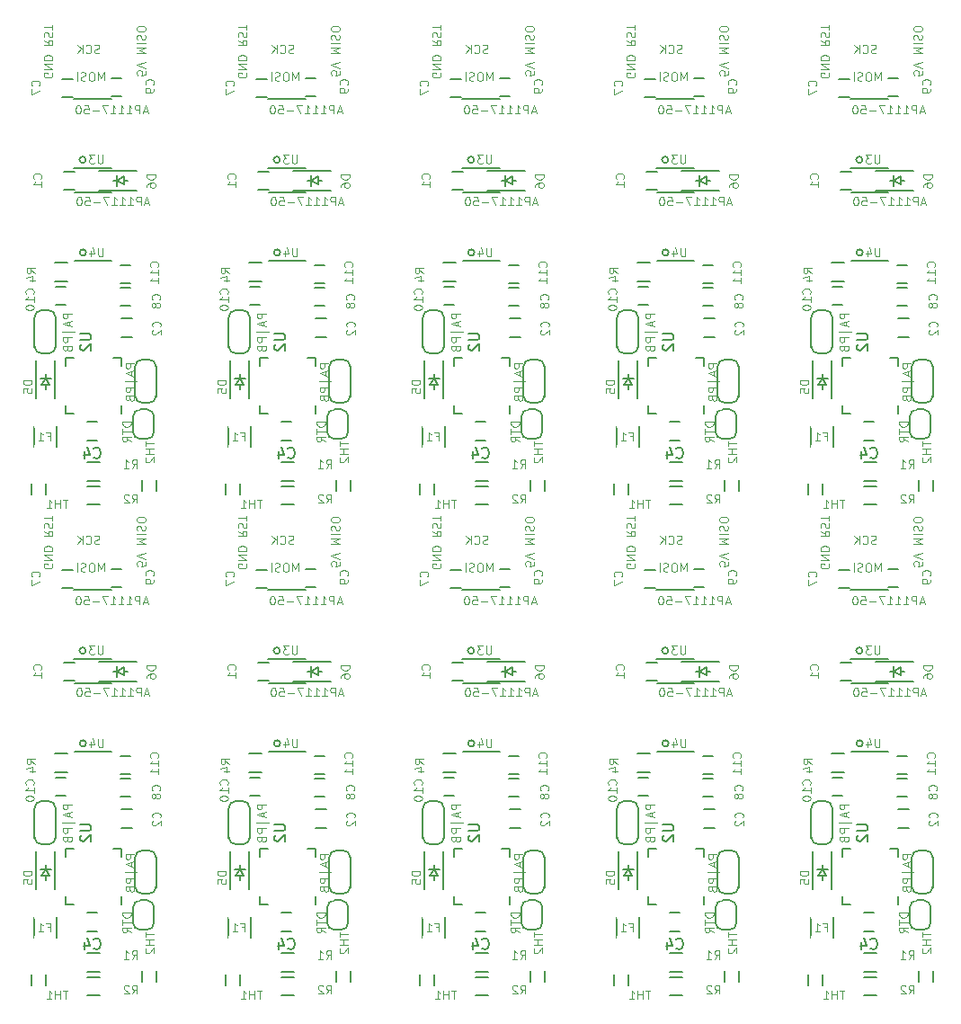
<source format=gbo>
G04 #@! TF.GenerationSoftware,KiCad,Pcbnew,5.1.0-rc1-unknown-6bb8fde~66~ubuntu16.04.1*
G04 #@! TF.CreationDate,2019-02-12T13:49:55+01:00
G04 #@! TF.ProjectId,nano328PB,6e616e6f-3332-4385-9042-2e6b69636164,rev?*
G04 #@! TF.SameCoordinates,Original*
G04 #@! TF.FileFunction,Legend,Bot*
G04 #@! TF.FilePolarity,Positive*
%FSLAX46Y46*%
G04 Gerber Fmt 4.6, Leading zero omitted, Abs format (unit mm)*
G04 Created by KiCad (PCBNEW 5.1.0-rc1-unknown-6bb8fde~66~ubuntu16.04.1) date 2019-02-12 13:49:55*
%MOMM*%
%LPD*%
G04 APERTURE LIST*
%ADD10C,0.100000*%
%ADD11C,0.150000*%
%ADD12R,1.500000X1.300000*%
%ADD13R,0.900000X1.200000*%
%ADD14R,1.500000X1.250000*%
%ADD15R,0.910000X1.220000*%
%ADD16R,2.030000X1.650000*%
%ADD17O,2.032000X1.727200*%
%ADD18R,2.032000X1.727200*%
%ADD19R,2.150000X3.250000*%
%ADD20R,2.150000X0.950000*%
%ADD21C,2.540000*%
%ADD22R,1.220000X0.910000*%
%ADD23R,1.675000X1.675000*%
%ADD24O,0.850000X0.300000*%
%ADD25O,0.300000X0.850000*%
%ADD26C,1.000000*%
%ADD27R,1.500000X0.500000*%
%ADD28R,1.500000X1.000000*%
%ADD29O,1.250000X0.950000*%
%ADD30O,1.000000X1.550000*%
%ADD31R,1.727200X1.727200*%
%ADD32O,1.727200X1.727200*%
G04 APERTURE END LIST*
D10*
X203409495Y-91211161D02*
X203409495Y-91592114D01*
X203028542Y-91630209D01*
X203066638Y-91592114D01*
X203104733Y-91515923D01*
X203104733Y-91325447D01*
X203066638Y-91249257D01*
X203028542Y-91211161D01*
X202952352Y-91173066D01*
X202761876Y-91173066D01*
X202685685Y-91211161D01*
X202647590Y-91249257D01*
X202609495Y-91325447D01*
X202609495Y-91515923D01*
X202647590Y-91592114D01*
X202685685Y-91630209D01*
X203409495Y-90944495D02*
X202609495Y-90677828D01*
X203409495Y-90411161D01*
X202609495Y-89534971D02*
X203409495Y-89534971D01*
X202838066Y-89268304D01*
X203409495Y-89001638D01*
X202609495Y-89001638D01*
X202609495Y-88620685D02*
X203409495Y-88620685D01*
X202647590Y-88277828D02*
X202609495Y-88163542D01*
X202609495Y-87973066D01*
X202647590Y-87896876D01*
X202685685Y-87858780D01*
X202761876Y-87820685D01*
X202838066Y-87820685D01*
X202914257Y-87858780D01*
X202952352Y-87896876D01*
X202990447Y-87973066D01*
X203028542Y-88125447D01*
X203066638Y-88201638D01*
X203104733Y-88239733D01*
X203180923Y-88277828D01*
X203257114Y-88277828D01*
X203333304Y-88239733D01*
X203371400Y-88201638D01*
X203409495Y-88125447D01*
X203409495Y-87934971D01*
X203371400Y-87820685D01*
X203409495Y-87325447D02*
X203409495Y-87173066D01*
X203371400Y-87096876D01*
X203295209Y-87020685D01*
X203142828Y-86982590D01*
X202876161Y-86982590D01*
X202723780Y-87020685D01*
X202647590Y-87096876D01*
X202609495Y-87173066D01*
X202609495Y-87325447D01*
X202647590Y-87401638D01*
X202723780Y-87477828D01*
X202876161Y-87515923D01*
X203142828Y-87515923D01*
X203295209Y-87477828D01*
X203371400Y-87401638D01*
X203409495Y-87325447D01*
X194633800Y-91408000D02*
X194671895Y-91484190D01*
X194671895Y-91598476D01*
X194633800Y-91712761D01*
X194557609Y-91788952D01*
X194481419Y-91827047D01*
X194329038Y-91865142D01*
X194214752Y-91865142D01*
X194062371Y-91827047D01*
X193986180Y-91788952D01*
X193909990Y-91712761D01*
X193871895Y-91598476D01*
X193871895Y-91522285D01*
X193909990Y-91408000D01*
X193948085Y-91369904D01*
X194214752Y-91369904D01*
X194214752Y-91522285D01*
X193871895Y-91027047D02*
X194671895Y-91027047D01*
X193871895Y-90569904D01*
X194671895Y-90569904D01*
X193871895Y-90188952D02*
X194671895Y-90188952D01*
X194671895Y-89998476D01*
X194633800Y-89884190D01*
X194557609Y-89808000D01*
X194481419Y-89769904D01*
X194329038Y-89731809D01*
X194214752Y-89731809D01*
X194062371Y-89769904D01*
X193986180Y-89808000D01*
X193909990Y-89884190D01*
X193871895Y-89998476D01*
X193871895Y-90188952D01*
X193871895Y-88322285D02*
X194252847Y-88588952D01*
X193871895Y-88779428D02*
X194671895Y-88779428D01*
X194671895Y-88474666D01*
X194633800Y-88398476D01*
X194595704Y-88360380D01*
X194519514Y-88322285D01*
X194405228Y-88322285D01*
X194329038Y-88360380D01*
X194290942Y-88398476D01*
X194252847Y-88474666D01*
X194252847Y-88779428D01*
X193909990Y-88017523D02*
X193871895Y-87903238D01*
X193871895Y-87712761D01*
X193909990Y-87636571D01*
X193948085Y-87598476D01*
X194024276Y-87560380D01*
X194100466Y-87560380D01*
X194176657Y-87598476D01*
X194214752Y-87636571D01*
X194252847Y-87712761D01*
X194290942Y-87865142D01*
X194329038Y-87941333D01*
X194367133Y-87979428D01*
X194443323Y-88017523D01*
X194519514Y-88017523D01*
X194595704Y-87979428D01*
X194633800Y-87941333D01*
X194671895Y-87865142D01*
X194671895Y-87674666D01*
X194633800Y-87560380D01*
X194671895Y-87331809D02*
X194671895Y-86874666D01*
X193871895Y-87103238D02*
X194671895Y-87103238D01*
X199504142Y-92157504D02*
X199504142Y-91357504D01*
X199237476Y-91928933D01*
X198970809Y-91357504D01*
X198970809Y-92157504D01*
X198437476Y-91357504D02*
X198285095Y-91357504D01*
X198208904Y-91395600D01*
X198132714Y-91471790D01*
X198094619Y-91624171D01*
X198094619Y-91890838D01*
X198132714Y-92043219D01*
X198208904Y-92119409D01*
X198285095Y-92157504D01*
X198437476Y-92157504D01*
X198513666Y-92119409D01*
X198589857Y-92043219D01*
X198627952Y-91890838D01*
X198627952Y-91624171D01*
X198589857Y-91471790D01*
X198513666Y-91395600D01*
X198437476Y-91357504D01*
X197789857Y-92119409D02*
X197675571Y-92157504D01*
X197485095Y-92157504D01*
X197408904Y-92119409D01*
X197370809Y-92081314D01*
X197332714Y-92005123D01*
X197332714Y-91928933D01*
X197370809Y-91852742D01*
X197408904Y-91814647D01*
X197485095Y-91776552D01*
X197637476Y-91738457D01*
X197713666Y-91700361D01*
X197751761Y-91662266D01*
X197789857Y-91586076D01*
X197789857Y-91509885D01*
X197751761Y-91433695D01*
X197713666Y-91395600D01*
X197637476Y-91357504D01*
X197447000Y-91357504D01*
X197332714Y-91395600D01*
X196989857Y-92157504D02*
X196989857Y-91357504D01*
X196475304Y-114090666D02*
X195675304Y-114090666D01*
X195675304Y-114395428D01*
X195713400Y-114471619D01*
X195751495Y-114509714D01*
X195827685Y-114547809D01*
X195941971Y-114547809D01*
X196018161Y-114509714D01*
X196056257Y-114471619D01*
X196094352Y-114395428D01*
X196094352Y-114090666D01*
X196246733Y-114852571D02*
X196246733Y-115233523D01*
X196475304Y-114776380D02*
X195675304Y-115043047D01*
X196475304Y-115309714D01*
X196741971Y-115766857D02*
X195599114Y-115766857D01*
X196475304Y-116338285D02*
X195675304Y-116338285D01*
X195675304Y-116643047D01*
X195713400Y-116719238D01*
X195751495Y-116757333D01*
X195827685Y-116795428D01*
X195941971Y-116795428D01*
X196018161Y-116757333D01*
X196056257Y-116719238D01*
X196094352Y-116643047D01*
X196094352Y-116338285D01*
X196056257Y-117404952D02*
X196094352Y-117519238D01*
X196132447Y-117557333D01*
X196208638Y-117595428D01*
X196322923Y-117595428D01*
X196399114Y-117557333D01*
X196437209Y-117519238D01*
X196475304Y-117443047D01*
X196475304Y-117138285D01*
X195675304Y-117138285D01*
X195675304Y-117404952D01*
X195713400Y-117481142D01*
X195751495Y-117519238D01*
X195827685Y-117557333D01*
X195903876Y-117557333D01*
X195980066Y-117519238D01*
X196018161Y-117481142D01*
X196056257Y-117404952D01*
X196056257Y-117138285D01*
X202342704Y-118764266D02*
X201542704Y-118764266D01*
X201542704Y-119069028D01*
X201580800Y-119145219D01*
X201618895Y-119183314D01*
X201695085Y-119221409D01*
X201809371Y-119221409D01*
X201885561Y-119183314D01*
X201923657Y-119145219D01*
X201961752Y-119069028D01*
X201961752Y-118764266D01*
X202114133Y-119526171D02*
X202114133Y-119907123D01*
X202342704Y-119449980D02*
X201542704Y-119716647D01*
X202342704Y-119983314D01*
X202609371Y-120440457D02*
X201466514Y-120440457D01*
X202342704Y-121011885D02*
X201542704Y-121011885D01*
X201542704Y-121316647D01*
X201580800Y-121392838D01*
X201618895Y-121430933D01*
X201695085Y-121469028D01*
X201809371Y-121469028D01*
X201885561Y-121430933D01*
X201923657Y-121392838D01*
X201961752Y-121316647D01*
X201961752Y-121011885D01*
X201923657Y-122078552D02*
X201961752Y-122192838D01*
X201999847Y-122230933D01*
X202076038Y-122269028D01*
X202190323Y-122269028D01*
X202266514Y-122230933D01*
X202304609Y-122192838D01*
X202342704Y-122116647D01*
X202342704Y-121811885D01*
X201542704Y-121811885D01*
X201542704Y-122078552D01*
X201580800Y-122154742D01*
X201618895Y-122192838D01*
X201695085Y-122230933D01*
X201771276Y-122230933D01*
X201847466Y-122192838D01*
X201885561Y-122154742D01*
X201923657Y-122078552D01*
X201923657Y-121811885D01*
X202050604Y-124269614D02*
X201250604Y-124269614D01*
X201250604Y-124460090D01*
X201288700Y-124574376D01*
X201364890Y-124650566D01*
X201441080Y-124688661D01*
X201593461Y-124726757D01*
X201707747Y-124726757D01*
X201860128Y-124688661D01*
X201936319Y-124650566D01*
X202012509Y-124574376D01*
X202050604Y-124460090D01*
X202050604Y-124269614D01*
X201250604Y-124955328D02*
X201250604Y-125412471D01*
X202050604Y-125183900D02*
X201250604Y-125183900D01*
X202050604Y-126136280D02*
X201669652Y-125869614D01*
X202050604Y-125679138D02*
X201250604Y-125679138D01*
X201250604Y-125983900D01*
X201288700Y-126060090D01*
X201326795Y-126098185D01*
X201402985Y-126136280D01*
X201517271Y-126136280D01*
X201593461Y-126098185D01*
X201631557Y-126060090D01*
X201669652Y-125983900D01*
X201669652Y-125679138D01*
X185121495Y-91211161D02*
X185121495Y-91592114D01*
X184740542Y-91630209D01*
X184778638Y-91592114D01*
X184816733Y-91515923D01*
X184816733Y-91325447D01*
X184778638Y-91249257D01*
X184740542Y-91211161D01*
X184664352Y-91173066D01*
X184473876Y-91173066D01*
X184397685Y-91211161D01*
X184359590Y-91249257D01*
X184321495Y-91325447D01*
X184321495Y-91515923D01*
X184359590Y-91592114D01*
X184397685Y-91630209D01*
X185121495Y-90944495D02*
X184321495Y-90677828D01*
X185121495Y-90411161D01*
X184321495Y-89534971D02*
X185121495Y-89534971D01*
X184550066Y-89268304D01*
X185121495Y-89001638D01*
X184321495Y-89001638D01*
X184321495Y-88620685D02*
X185121495Y-88620685D01*
X184359590Y-88277828D02*
X184321495Y-88163542D01*
X184321495Y-87973066D01*
X184359590Y-87896876D01*
X184397685Y-87858780D01*
X184473876Y-87820685D01*
X184550066Y-87820685D01*
X184626257Y-87858780D01*
X184664352Y-87896876D01*
X184702447Y-87973066D01*
X184740542Y-88125447D01*
X184778638Y-88201638D01*
X184816733Y-88239733D01*
X184892923Y-88277828D01*
X184969114Y-88277828D01*
X185045304Y-88239733D01*
X185083400Y-88201638D01*
X185121495Y-88125447D01*
X185121495Y-87934971D01*
X185083400Y-87820685D01*
X185121495Y-87325447D02*
X185121495Y-87173066D01*
X185083400Y-87096876D01*
X185007209Y-87020685D01*
X184854828Y-86982590D01*
X184588161Y-86982590D01*
X184435780Y-87020685D01*
X184359590Y-87096876D01*
X184321495Y-87173066D01*
X184321495Y-87325447D01*
X184359590Y-87401638D01*
X184435780Y-87477828D01*
X184588161Y-87515923D01*
X184854828Y-87515923D01*
X185007209Y-87477828D01*
X185083400Y-87401638D01*
X185121495Y-87325447D01*
X176345800Y-91408000D02*
X176383895Y-91484190D01*
X176383895Y-91598476D01*
X176345800Y-91712761D01*
X176269609Y-91788952D01*
X176193419Y-91827047D01*
X176041038Y-91865142D01*
X175926752Y-91865142D01*
X175774371Y-91827047D01*
X175698180Y-91788952D01*
X175621990Y-91712761D01*
X175583895Y-91598476D01*
X175583895Y-91522285D01*
X175621990Y-91408000D01*
X175660085Y-91369904D01*
X175926752Y-91369904D01*
X175926752Y-91522285D01*
X175583895Y-91027047D02*
X176383895Y-91027047D01*
X175583895Y-90569904D01*
X176383895Y-90569904D01*
X175583895Y-90188952D02*
X176383895Y-90188952D01*
X176383895Y-89998476D01*
X176345800Y-89884190D01*
X176269609Y-89808000D01*
X176193419Y-89769904D01*
X176041038Y-89731809D01*
X175926752Y-89731809D01*
X175774371Y-89769904D01*
X175698180Y-89808000D01*
X175621990Y-89884190D01*
X175583895Y-89998476D01*
X175583895Y-90188952D01*
X175583895Y-88322285D02*
X175964847Y-88588952D01*
X175583895Y-88779428D02*
X176383895Y-88779428D01*
X176383895Y-88474666D01*
X176345800Y-88398476D01*
X176307704Y-88360380D01*
X176231514Y-88322285D01*
X176117228Y-88322285D01*
X176041038Y-88360380D01*
X176002942Y-88398476D01*
X175964847Y-88474666D01*
X175964847Y-88779428D01*
X175621990Y-88017523D02*
X175583895Y-87903238D01*
X175583895Y-87712761D01*
X175621990Y-87636571D01*
X175660085Y-87598476D01*
X175736276Y-87560380D01*
X175812466Y-87560380D01*
X175888657Y-87598476D01*
X175926752Y-87636571D01*
X175964847Y-87712761D01*
X176002942Y-87865142D01*
X176041038Y-87941333D01*
X176079133Y-87979428D01*
X176155323Y-88017523D01*
X176231514Y-88017523D01*
X176307704Y-87979428D01*
X176345800Y-87941333D01*
X176383895Y-87865142D01*
X176383895Y-87674666D01*
X176345800Y-87560380D01*
X176383895Y-87331809D02*
X176383895Y-86874666D01*
X175583895Y-87103238D02*
X176383895Y-87103238D01*
X181216142Y-92157504D02*
X181216142Y-91357504D01*
X180949476Y-91928933D01*
X180682809Y-91357504D01*
X180682809Y-92157504D01*
X180149476Y-91357504D02*
X179997095Y-91357504D01*
X179920904Y-91395600D01*
X179844714Y-91471790D01*
X179806619Y-91624171D01*
X179806619Y-91890838D01*
X179844714Y-92043219D01*
X179920904Y-92119409D01*
X179997095Y-92157504D01*
X180149476Y-92157504D01*
X180225666Y-92119409D01*
X180301857Y-92043219D01*
X180339952Y-91890838D01*
X180339952Y-91624171D01*
X180301857Y-91471790D01*
X180225666Y-91395600D01*
X180149476Y-91357504D01*
X179501857Y-92119409D02*
X179387571Y-92157504D01*
X179197095Y-92157504D01*
X179120904Y-92119409D01*
X179082809Y-92081314D01*
X179044714Y-92005123D01*
X179044714Y-91928933D01*
X179082809Y-91852742D01*
X179120904Y-91814647D01*
X179197095Y-91776552D01*
X179349476Y-91738457D01*
X179425666Y-91700361D01*
X179463761Y-91662266D01*
X179501857Y-91586076D01*
X179501857Y-91509885D01*
X179463761Y-91433695D01*
X179425666Y-91395600D01*
X179349476Y-91357504D01*
X179159000Y-91357504D01*
X179044714Y-91395600D01*
X178701857Y-92157504D02*
X178701857Y-91357504D01*
X178187304Y-114090666D02*
X177387304Y-114090666D01*
X177387304Y-114395428D01*
X177425400Y-114471619D01*
X177463495Y-114509714D01*
X177539685Y-114547809D01*
X177653971Y-114547809D01*
X177730161Y-114509714D01*
X177768257Y-114471619D01*
X177806352Y-114395428D01*
X177806352Y-114090666D01*
X177958733Y-114852571D02*
X177958733Y-115233523D01*
X178187304Y-114776380D02*
X177387304Y-115043047D01*
X178187304Y-115309714D01*
X178453971Y-115766857D02*
X177311114Y-115766857D01*
X178187304Y-116338285D02*
X177387304Y-116338285D01*
X177387304Y-116643047D01*
X177425400Y-116719238D01*
X177463495Y-116757333D01*
X177539685Y-116795428D01*
X177653971Y-116795428D01*
X177730161Y-116757333D01*
X177768257Y-116719238D01*
X177806352Y-116643047D01*
X177806352Y-116338285D01*
X177768257Y-117404952D02*
X177806352Y-117519238D01*
X177844447Y-117557333D01*
X177920638Y-117595428D01*
X178034923Y-117595428D01*
X178111114Y-117557333D01*
X178149209Y-117519238D01*
X178187304Y-117443047D01*
X178187304Y-117138285D01*
X177387304Y-117138285D01*
X177387304Y-117404952D01*
X177425400Y-117481142D01*
X177463495Y-117519238D01*
X177539685Y-117557333D01*
X177615876Y-117557333D01*
X177692066Y-117519238D01*
X177730161Y-117481142D01*
X177768257Y-117404952D01*
X177768257Y-117138285D01*
X184054704Y-118764266D02*
X183254704Y-118764266D01*
X183254704Y-119069028D01*
X183292800Y-119145219D01*
X183330895Y-119183314D01*
X183407085Y-119221409D01*
X183521371Y-119221409D01*
X183597561Y-119183314D01*
X183635657Y-119145219D01*
X183673752Y-119069028D01*
X183673752Y-118764266D01*
X183826133Y-119526171D02*
X183826133Y-119907123D01*
X184054704Y-119449980D02*
X183254704Y-119716647D01*
X184054704Y-119983314D01*
X184321371Y-120440457D02*
X183178514Y-120440457D01*
X184054704Y-121011885D02*
X183254704Y-121011885D01*
X183254704Y-121316647D01*
X183292800Y-121392838D01*
X183330895Y-121430933D01*
X183407085Y-121469028D01*
X183521371Y-121469028D01*
X183597561Y-121430933D01*
X183635657Y-121392838D01*
X183673752Y-121316647D01*
X183673752Y-121011885D01*
X183635657Y-122078552D02*
X183673752Y-122192838D01*
X183711847Y-122230933D01*
X183788038Y-122269028D01*
X183902323Y-122269028D01*
X183978514Y-122230933D01*
X184016609Y-122192838D01*
X184054704Y-122116647D01*
X184054704Y-121811885D01*
X183254704Y-121811885D01*
X183254704Y-122078552D01*
X183292800Y-122154742D01*
X183330895Y-122192838D01*
X183407085Y-122230933D01*
X183483276Y-122230933D01*
X183559466Y-122192838D01*
X183597561Y-122154742D01*
X183635657Y-122078552D01*
X183635657Y-121811885D01*
X183762604Y-124269614D02*
X182962604Y-124269614D01*
X182962604Y-124460090D01*
X183000700Y-124574376D01*
X183076890Y-124650566D01*
X183153080Y-124688661D01*
X183305461Y-124726757D01*
X183419747Y-124726757D01*
X183572128Y-124688661D01*
X183648319Y-124650566D01*
X183724509Y-124574376D01*
X183762604Y-124460090D01*
X183762604Y-124269614D01*
X182962604Y-124955328D02*
X182962604Y-125412471D01*
X183762604Y-125183900D02*
X182962604Y-125183900D01*
X183762604Y-126136280D02*
X183381652Y-125869614D01*
X183762604Y-125679138D02*
X182962604Y-125679138D01*
X182962604Y-125983900D01*
X183000700Y-126060090D01*
X183038795Y-126098185D01*
X183114985Y-126136280D01*
X183229271Y-126136280D01*
X183305461Y-126098185D01*
X183343557Y-126060090D01*
X183381652Y-125983900D01*
X183381652Y-125679138D01*
X199072371Y-89528609D02*
X198958085Y-89566704D01*
X198767609Y-89566704D01*
X198691419Y-89528609D01*
X198653323Y-89490514D01*
X198615228Y-89414323D01*
X198615228Y-89338133D01*
X198653323Y-89261942D01*
X198691419Y-89223847D01*
X198767609Y-89185752D01*
X198919990Y-89147657D01*
X198996180Y-89109561D01*
X199034276Y-89071466D01*
X199072371Y-88995276D01*
X199072371Y-88919085D01*
X199034276Y-88842895D01*
X198996180Y-88804800D01*
X198919990Y-88766704D01*
X198729514Y-88766704D01*
X198615228Y-88804800D01*
X197815228Y-89490514D02*
X197853323Y-89528609D01*
X197967609Y-89566704D01*
X198043800Y-89566704D01*
X198158085Y-89528609D01*
X198234276Y-89452419D01*
X198272371Y-89376228D01*
X198310466Y-89223847D01*
X198310466Y-89109561D01*
X198272371Y-88957180D01*
X198234276Y-88880990D01*
X198158085Y-88804800D01*
X198043800Y-88766704D01*
X197967609Y-88766704D01*
X197853323Y-88804800D01*
X197815228Y-88842895D01*
X197472371Y-89566704D02*
X197472371Y-88766704D01*
X197015228Y-89566704D02*
X197358085Y-89109561D01*
X197015228Y-88766704D02*
X197472371Y-89223847D01*
X130257495Y-91211161D02*
X130257495Y-91592114D01*
X129876542Y-91630209D01*
X129914638Y-91592114D01*
X129952733Y-91515923D01*
X129952733Y-91325447D01*
X129914638Y-91249257D01*
X129876542Y-91211161D01*
X129800352Y-91173066D01*
X129609876Y-91173066D01*
X129533685Y-91211161D01*
X129495590Y-91249257D01*
X129457495Y-91325447D01*
X129457495Y-91515923D01*
X129495590Y-91592114D01*
X129533685Y-91630209D01*
X130257495Y-90944495D02*
X129457495Y-90677828D01*
X130257495Y-90411161D01*
X129457495Y-89534971D02*
X130257495Y-89534971D01*
X129686066Y-89268304D01*
X130257495Y-89001638D01*
X129457495Y-89001638D01*
X129457495Y-88620685D02*
X130257495Y-88620685D01*
X129495590Y-88277828D02*
X129457495Y-88163542D01*
X129457495Y-87973066D01*
X129495590Y-87896876D01*
X129533685Y-87858780D01*
X129609876Y-87820685D01*
X129686066Y-87820685D01*
X129762257Y-87858780D01*
X129800352Y-87896876D01*
X129838447Y-87973066D01*
X129876542Y-88125447D01*
X129914638Y-88201638D01*
X129952733Y-88239733D01*
X130028923Y-88277828D01*
X130105114Y-88277828D01*
X130181304Y-88239733D01*
X130219400Y-88201638D01*
X130257495Y-88125447D01*
X130257495Y-87934971D01*
X130219400Y-87820685D01*
X130257495Y-87325447D02*
X130257495Y-87173066D01*
X130219400Y-87096876D01*
X130143209Y-87020685D01*
X129990828Y-86982590D01*
X129724161Y-86982590D01*
X129571780Y-87020685D01*
X129495590Y-87096876D01*
X129457495Y-87173066D01*
X129457495Y-87325447D01*
X129495590Y-87401638D01*
X129571780Y-87477828D01*
X129724161Y-87515923D01*
X129990828Y-87515923D01*
X130143209Y-87477828D01*
X130219400Y-87401638D01*
X130257495Y-87325447D01*
X121481800Y-91408000D02*
X121519895Y-91484190D01*
X121519895Y-91598476D01*
X121481800Y-91712761D01*
X121405609Y-91788952D01*
X121329419Y-91827047D01*
X121177038Y-91865142D01*
X121062752Y-91865142D01*
X120910371Y-91827047D01*
X120834180Y-91788952D01*
X120757990Y-91712761D01*
X120719895Y-91598476D01*
X120719895Y-91522285D01*
X120757990Y-91408000D01*
X120796085Y-91369904D01*
X121062752Y-91369904D01*
X121062752Y-91522285D01*
X120719895Y-91027047D02*
X121519895Y-91027047D01*
X120719895Y-90569904D01*
X121519895Y-90569904D01*
X120719895Y-90188952D02*
X121519895Y-90188952D01*
X121519895Y-89998476D01*
X121481800Y-89884190D01*
X121405609Y-89808000D01*
X121329419Y-89769904D01*
X121177038Y-89731809D01*
X121062752Y-89731809D01*
X120910371Y-89769904D01*
X120834180Y-89808000D01*
X120757990Y-89884190D01*
X120719895Y-89998476D01*
X120719895Y-90188952D01*
X120719895Y-88322285D02*
X121100847Y-88588952D01*
X120719895Y-88779428D02*
X121519895Y-88779428D01*
X121519895Y-88474666D01*
X121481800Y-88398476D01*
X121443704Y-88360380D01*
X121367514Y-88322285D01*
X121253228Y-88322285D01*
X121177038Y-88360380D01*
X121138942Y-88398476D01*
X121100847Y-88474666D01*
X121100847Y-88779428D01*
X120757990Y-88017523D02*
X120719895Y-87903238D01*
X120719895Y-87712761D01*
X120757990Y-87636571D01*
X120796085Y-87598476D01*
X120872276Y-87560380D01*
X120948466Y-87560380D01*
X121024657Y-87598476D01*
X121062752Y-87636571D01*
X121100847Y-87712761D01*
X121138942Y-87865142D01*
X121177038Y-87941333D01*
X121215133Y-87979428D01*
X121291323Y-88017523D01*
X121367514Y-88017523D01*
X121443704Y-87979428D01*
X121481800Y-87941333D01*
X121519895Y-87865142D01*
X121519895Y-87674666D01*
X121481800Y-87560380D01*
X121519895Y-87331809D02*
X121519895Y-86874666D01*
X120719895Y-87103238D02*
X121519895Y-87103238D01*
X126352142Y-92157504D02*
X126352142Y-91357504D01*
X126085476Y-91928933D01*
X125818809Y-91357504D01*
X125818809Y-92157504D01*
X125285476Y-91357504D02*
X125133095Y-91357504D01*
X125056904Y-91395600D01*
X124980714Y-91471790D01*
X124942619Y-91624171D01*
X124942619Y-91890838D01*
X124980714Y-92043219D01*
X125056904Y-92119409D01*
X125133095Y-92157504D01*
X125285476Y-92157504D01*
X125361666Y-92119409D01*
X125437857Y-92043219D01*
X125475952Y-91890838D01*
X125475952Y-91624171D01*
X125437857Y-91471790D01*
X125361666Y-91395600D01*
X125285476Y-91357504D01*
X124637857Y-92119409D02*
X124523571Y-92157504D01*
X124333095Y-92157504D01*
X124256904Y-92119409D01*
X124218809Y-92081314D01*
X124180714Y-92005123D01*
X124180714Y-91928933D01*
X124218809Y-91852742D01*
X124256904Y-91814647D01*
X124333095Y-91776552D01*
X124485476Y-91738457D01*
X124561666Y-91700361D01*
X124599761Y-91662266D01*
X124637857Y-91586076D01*
X124637857Y-91509885D01*
X124599761Y-91433695D01*
X124561666Y-91395600D01*
X124485476Y-91357504D01*
X124295000Y-91357504D01*
X124180714Y-91395600D01*
X123837857Y-92157504D02*
X123837857Y-91357504D01*
X123323304Y-114090666D02*
X122523304Y-114090666D01*
X122523304Y-114395428D01*
X122561400Y-114471619D01*
X122599495Y-114509714D01*
X122675685Y-114547809D01*
X122789971Y-114547809D01*
X122866161Y-114509714D01*
X122904257Y-114471619D01*
X122942352Y-114395428D01*
X122942352Y-114090666D01*
X123094733Y-114852571D02*
X123094733Y-115233523D01*
X123323304Y-114776380D02*
X122523304Y-115043047D01*
X123323304Y-115309714D01*
X123589971Y-115766857D02*
X122447114Y-115766857D01*
X123323304Y-116338285D02*
X122523304Y-116338285D01*
X122523304Y-116643047D01*
X122561400Y-116719238D01*
X122599495Y-116757333D01*
X122675685Y-116795428D01*
X122789971Y-116795428D01*
X122866161Y-116757333D01*
X122904257Y-116719238D01*
X122942352Y-116643047D01*
X122942352Y-116338285D01*
X122904257Y-117404952D02*
X122942352Y-117519238D01*
X122980447Y-117557333D01*
X123056638Y-117595428D01*
X123170923Y-117595428D01*
X123247114Y-117557333D01*
X123285209Y-117519238D01*
X123323304Y-117443047D01*
X123323304Y-117138285D01*
X122523304Y-117138285D01*
X122523304Y-117404952D01*
X122561400Y-117481142D01*
X122599495Y-117519238D01*
X122675685Y-117557333D01*
X122751876Y-117557333D01*
X122828066Y-117519238D01*
X122866161Y-117481142D01*
X122904257Y-117404952D01*
X122904257Y-117138285D01*
X129190704Y-118764266D02*
X128390704Y-118764266D01*
X128390704Y-119069028D01*
X128428800Y-119145219D01*
X128466895Y-119183314D01*
X128543085Y-119221409D01*
X128657371Y-119221409D01*
X128733561Y-119183314D01*
X128771657Y-119145219D01*
X128809752Y-119069028D01*
X128809752Y-118764266D01*
X128962133Y-119526171D02*
X128962133Y-119907123D01*
X129190704Y-119449980D02*
X128390704Y-119716647D01*
X129190704Y-119983314D01*
X129457371Y-120440457D02*
X128314514Y-120440457D01*
X129190704Y-121011885D02*
X128390704Y-121011885D01*
X128390704Y-121316647D01*
X128428800Y-121392838D01*
X128466895Y-121430933D01*
X128543085Y-121469028D01*
X128657371Y-121469028D01*
X128733561Y-121430933D01*
X128771657Y-121392838D01*
X128809752Y-121316647D01*
X128809752Y-121011885D01*
X128771657Y-122078552D02*
X128809752Y-122192838D01*
X128847847Y-122230933D01*
X128924038Y-122269028D01*
X129038323Y-122269028D01*
X129114514Y-122230933D01*
X129152609Y-122192838D01*
X129190704Y-122116647D01*
X129190704Y-121811885D01*
X128390704Y-121811885D01*
X128390704Y-122078552D01*
X128428800Y-122154742D01*
X128466895Y-122192838D01*
X128543085Y-122230933D01*
X128619276Y-122230933D01*
X128695466Y-122192838D01*
X128733561Y-122154742D01*
X128771657Y-122078552D01*
X128771657Y-121811885D01*
X159899304Y-114090666D02*
X159099304Y-114090666D01*
X159099304Y-114395428D01*
X159137400Y-114471619D01*
X159175495Y-114509714D01*
X159251685Y-114547809D01*
X159365971Y-114547809D01*
X159442161Y-114509714D01*
X159480257Y-114471619D01*
X159518352Y-114395428D01*
X159518352Y-114090666D01*
X159670733Y-114852571D02*
X159670733Y-115233523D01*
X159899304Y-114776380D02*
X159099304Y-115043047D01*
X159899304Y-115309714D01*
X160165971Y-115766857D02*
X159023114Y-115766857D01*
X159899304Y-116338285D02*
X159099304Y-116338285D01*
X159099304Y-116643047D01*
X159137400Y-116719238D01*
X159175495Y-116757333D01*
X159251685Y-116795428D01*
X159365971Y-116795428D01*
X159442161Y-116757333D01*
X159480257Y-116719238D01*
X159518352Y-116643047D01*
X159518352Y-116338285D01*
X159480257Y-117404952D02*
X159518352Y-117519238D01*
X159556447Y-117557333D01*
X159632638Y-117595428D01*
X159746923Y-117595428D01*
X159823114Y-117557333D01*
X159861209Y-117519238D01*
X159899304Y-117443047D01*
X159899304Y-117138285D01*
X159099304Y-117138285D01*
X159099304Y-117404952D01*
X159137400Y-117481142D01*
X159175495Y-117519238D01*
X159251685Y-117557333D01*
X159327876Y-117557333D01*
X159404066Y-117519238D01*
X159442161Y-117481142D01*
X159480257Y-117404952D01*
X159480257Y-117138285D01*
X158057800Y-91408000D02*
X158095895Y-91484190D01*
X158095895Y-91598476D01*
X158057800Y-91712761D01*
X157981609Y-91788952D01*
X157905419Y-91827047D01*
X157753038Y-91865142D01*
X157638752Y-91865142D01*
X157486371Y-91827047D01*
X157410180Y-91788952D01*
X157333990Y-91712761D01*
X157295895Y-91598476D01*
X157295895Y-91522285D01*
X157333990Y-91408000D01*
X157372085Y-91369904D01*
X157638752Y-91369904D01*
X157638752Y-91522285D01*
X157295895Y-91027047D02*
X158095895Y-91027047D01*
X157295895Y-90569904D01*
X158095895Y-90569904D01*
X157295895Y-90188952D02*
X158095895Y-90188952D01*
X158095895Y-89998476D01*
X158057800Y-89884190D01*
X157981609Y-89808000D01*
X157905419Y-89769904D01*
X157753038Y-89731809D01*
X157638752Y-89731809D01*
X157486371Y-89769904D01*
X157410180Y-89808000D01*
X157333990Y-89884190D01*
X157295895Y-89998476D01*
X157295895Y-90188952D01*
X157295895Y-88322285D02*
X157676847Y-88588952D01*
X157295895Y-88779428D02*
X158095895Y-88779428D01*
X158095895Y-88474666D01*
X158057800Y-88398476D01*
X158019704Y-88360380D01*
X157943514Y-88322285D01*
X157829228Y-88322285D01*
X157753038Y-88360380D01*
X157714942Y-88398476D01*
X157676847Y-88474666D01*
X157676847Y-88779428D01*
X157333990Y-88017523D02*
X157295895Y-87903238D01*
X157295895Y-87712761D01*
X157333990Y-87636571D01*
X157372085Y-87598476D01*
X157448276Y-87560380D01*
X157524466Y-87560380D01*
X157600657Y-87598476D01*
X157638752Y-87636571D01*
X157676847Y-87712761D01*
X157714942Y-87865142D01*
X157753038Y-87941333D01*
X157791133Y-87979428D01*
X157867323Y-88017523D01*
X157943514Y-88017523D01*
X158019704Y-87979428D01*
X158057800Y-87941333D01*
X158095895Y-87865142D01*
X158095895Y-87674666D01*
X158057800Y-87560380D01*
X158095895Y-87331809D02*
X158095895Y-86874666D01*
X157295895Y-87103238D02*
X158095895Y-87103238D01*
X165766704Y-118764266D02*
X164966704Y-118764266D01*
X164966704Y-119069028D01*
X165004800Y-119145219D01*
X165042895Y-119183314D01*
X165119085Y-119221409D01*
X165233371Y-119221409D01*
X165309561Y-119183314D01*
X165347657Y-119145219D01*
X165385752Y-119069028D01*
X165385752Y-118764266D01*
X165538133Y-119526171D02*
X165538133Y-119907123D01*
X165766704Y-119449980D02*
X164966704Y-119716647D01*
X165766704Y-119983314D01*
X166033371Y-120440457D02*
X164890514Y-120440457D01*
X165766704Y-121011885D02*
X164966704Y-121011885D01*
X164966704Y-121316647D01*
X165004800Y-121392838D01*
X165042895Y-121430933D01*
X165119085Y-121469028D01*
X165233371Y-121469028D01*
X165309561Y-121430933D01*
X165347657Y-121392838D01*
X165385752Y-121316647D01*
X165385752Y-121011885D01*
X165347657Y-122078552D02*
X165385752Y-122192838D01*
X165423847Y-122230933D01*
X165500038Y-122269028D01*
X165614323Y-122269028D01*
X165690514Y-122230933D01*
X165728609Y-122192838D01*
X165766704Y-122116647D01*
X165766704Y-121811885D01*
X164966704Y-121811885D01*
X164966704Y-122078552D01*
X165004800Y-122154742D01*
X165042895Y-122192838D01*
X165119085Y-122230933D01*
X165195276Y-122230933D01*
X165271466Y-122192838D01*
X165309561Y-122154742D01*
X165347657Y-122078552D01*
X165347657Y-121811885D01*
X180784371Y-89528609D02*
X180670085Y-89566704D01*
X180479609Y-89566704D01*
X180403419Y-89528609D01*
X180365323Y-89490514D01*
X180327228Y-89414323D01*
X180327228Y-89338133D01*
X180365323Y-89261942D01*
X180403419Y-89223847D01*
X180479609Y-89185752D01*
X180631990Y-89147657D01*
X180708180Y-89109561D01*
X180746276Y-89071466D01*
X180784371Y-88995276D01*
X180784371Y-88919085D01*
X180746276Y-88842895D01*
X180708180Y-88804800D01*
X180631990Y-88766704D01*
X180441514Y-88766704D01*
X180327228Y-88804800D01*
X179527228Y-89490514D02*
X179565323Y-89528609D01*
X179679609Y-89566704D01*
X179755800Y-89566704D01*
X179870085Y-89528609D01*
X179946276Y-89452419D01*
X179984371Y-89376228D01*
X180022466Y-89223847D01*
X180022466Y-89109561D01*
X179984371Y-88957180D01*
X179946276Y-88880990D01*
X179870085Y-88804800D01*
X179755800Y-88766704D01*
X179679609Y-88766704D01*
X179565323Y-88804800D01*
X179527228Y-88842895D01*
X179184371Y-89566704D02*
X179184371Y-88766704D01*
X178727228Y-89566704D02*
X179070085Y-89109561D01*
X178727228Y-88766704D02*
X179184371Y-89223847D01*
X128898604Y-124269614D02*
X128098604Y-124269614D01*
X128098604Y-124460090D01*
X128136700Y-124574376D01*
X128212890Y-124650566D01*
X128289080Y-124688661D01*
X128441461Y-124726757D01*
X128555747Y-124726757D01*
X128708128Y-124688661D01*
X128784319Y-124650566D01*
X128860509Y-124574376D01*
X128898604Y-124460090D01*
X128898604Y-124269614D01*
X128098604Y-124955328D02*
X128098604Y-125412471D01*
X128898604Y-125183900D02*
X128098604Y-125183900D01*
X128898604Y-126136280D02*
X128517652Y-125869614D01*
X128898604Y-125679138D02*
X128098604Y-125679138D01*
X128098604Y-125983900D01*
X128136700Y-126060090D01*
X128174795Y-126098185D01*
X128250985Y-126136280D01*
X128365271Y-126136280D01*
X128441461Y-126098185D01*
X128479557Y-126060090D01*
X128517652Y-125983900D01*
X128517652Y-125679138D01*
X141611304Y-114090666D02*
X140811304Y-114090666D01*
X140811304Y-114395428D01*
X140849400Y-114471619D01*
X140887495Y-114509714D01*
X140963685Y-114547809D01*
X141077971Y-114547809D01*
X141154161Y-114509714D01*
X141192257Y-114471619D01*
X141230352Y-114395428D01*
X141230352Y-114090666D01*
X141382733Y-114852571D02*
X141382733Y-115233523D01*
X141611304Y-114776380D02*
X140811304Y-115043047D01*
X141611304Y-115309714D01*
X141877971Y-115766857D02*
X140735114Y-115766857D01*
X141611304Y-116338285D02*
X140811304Y-116338285D01*
X140811304Y-116643047D01*
X140849400Y-116719238D01*
X140887495Y-116757333D01*
X140963685Y-116795428D01*
X141077971Y-116795428D01*
X141154161Y-116757333D01*
X141192257Y-116719238D01*
X141230352Y-116643047D01*
X141230352Y-116338285D01*
X141192257Y-117404952D02*
X141230352Y-117519238D01*
X141268447Y-117557333D01*
X141344638Y-117595428D01*
X141458923Y-117595428D01*
X141535114Y-117557333D01*
X141573209Y-117519238D01*
X141611304Y-117443047D01*
X141611304Y-117138285D01*
X140811304Y-117138285D01*
X140811304Y-117404952D01*
X140849400Y-117481142D01*
X140887495Y-117519238D01*
X140963685Y-117557333D01*
X141039876Y-117557333D01*
X141116066Y-117519238D01*
X141154161Y-117481142D01*
X141192257Y-117404952D01*
X141192257Y-117138285D01*
X166833495Y-91211161D02*
X166833495Y-91592114D01*
X166452542Y-91630209D01*
X166490638Y-91592114D01*
X166528733Y-91515923D01*
X166528733Y-91325447D01*
X166490638Y-91249257D01*
X166452542Y-91211161D01*
X166376352Y-91173066D01*
X166185876Y-91173066D01*
X166109685Y-91211161D01*
X166071590Y-91249257D01*
X166033495Y-91325447D01*
X166033495Y-91515923D01*
X166071590Y-91592114D01*
X166109685Y-91630209D01*
X166833495Y-90944495D02*
X166033495Y-90677828D01*
X166833495Y-90411161D01*
X166033495Y-89534971D02*
X166833495Y-89534971D01*
X166262066Y-89268304D01*
X166833495Y-89001638D01*
X166033495Y-89001638D01*
X166033495Y-88620685D02*
X166833495Y-88620685D01*
X166071590Y-88277828D02*
X166033495Y-88163542D01*
X166033495Y-87973066D01*
X166071590Y-87896876D01*
X166109685Y-87858780D01*
X166185876Y-87820685D01*
X166262066Y-87820685D01*
X166338257Y-87858780D01*
X166376352Y-87896876D01*
X166414447Y-87973066D01*
X166452542Y-88125447D01*
X166490638Y-88201638D01*
X166528733Y-88239733D01*
X166604923Y-88277828D01*
X166681114Y-88277828D01*
X166757304Y-88239733D01*
X166795400Y-88201638D01*
X166833495Y-88125447D01*
X166833495Y-87934971D01*
X166795400Y-87820685D01*
X166833495Y-87325447D02*
X166833495Y-87173066D01*
X166795400Y-87096876D01*
X166719209Y-87020685D01*
X166566828Y-86982590D01*
X166300161Y-86982590D01*
X166147780Y-87020685D01*
X166071590Y-87096876D01*
X166033495Y-87173066D01*
X166033495Y-87325447D01*
X166071590Y-87401638D01*
X166147780Y-87477828D01*
X166300161Y-87515923D01*
X166566828Y-87515923D01*
X166719209Y-87477828D01*
X166795400Y-87401638D01*
X166833495Y-87325447D01*
X147186604Y-124269614D02*
X146386604Y-124269614D01*
X146386604Y-124460090D01*
X146424700Y-124574376D01*
X146500890Y-124650566D01*
X146577080Y-124688661D01*
X146729461Y-124726757D01*
X146843747Y-124726757D01*
X146996128Y-124688661D01*
X147072319Y-124650566D01*
X147148509Y-124574376D01*
X147186604Y-124460090D01*
X147186604Y-124269614D01*
X146386604Y-124955328D02*
X146386604Y-125412471D01*
X147186604Y-125183900D02*
X146386604Y-125183900D01*
X147186604Y-126136280D02*
X146805652Y-125869614D01*
X147186604Y-125679138D02*
X146386604Y-125679138D01*
X146386604Y-125983900D01*
X146424700Y-126060090D01*
X146462795Y-126098185D01*
X146538985Y-126136280D01*
X146653271Y-126136280D01*
X146729461Y-126098185D01*
X146767557Y-126060090D01*
X146805652Y-125983900D01*
X146805652Y-125679138D01*
X165474604Y-124269614D02*
X164674604Y-124269614D01*
X164674604Y-124460090D01*
X164712700Y-124574376D01*
X164788890Y-124650566D01*
X164865080Y-124688661D01*
X165017461Y-124726757D01*
X165131747Y-124726757D01*
X165284128Y-124688661D01*
X165360319Y-124650566D01*
X165436509Y-124574376D01*
X165474604Y-124460090D01*
X165474604Y-124269614D01*
X164674604Y-124955328D02*
X164674604Y-125412471D01*
X165474604Y-125183900D02*
X164674604Y-125183900D01*
X165474604Y-126136280D02*
X165093652Y-125869614D01*
X165474604Y-125679138D02*
X164674604Y-125679138D01*
X164674604Y-125983900D01*
X164712700Y-126060090D01*
X164750795Y-126098185D01*
X164826985Y-126136280D01*
X164941271Y-126136280D01*
X165017461Y-126098185D01*
X165055557Y-126060090D01*
X165093652Y-125983900D01*
X165093652Y-125679138D01*
X144208371Y-89528609D02*
X144094085Y-89566704D01*
X143903609Y-89566704D01*
X143827419Y-89528609D01*
X143789323Y-89490514D01*
X143751228Y-89414323D01*
X143751228Y-89338133D01*
X143789323Y-89261942D01*
X143827419Y-89223847D01*
X143903609Y-89185752D01*
X144055990Y-89147657D01*
X144132180Y-89109561D01*
X144170276Y-89071466D01*
X144208371Y-88995276D01*
X144208371Y-88919085D01*
X144170276Y-88842895D01*
X144132180Y-88804800D01*
X144055990Y-88766704D01*
X143865514Y-88766704D01*
X143751228Y-88804800D01*
X142951228Y-89490514D02*
X142989323Y-89528609D01*
X143103609Y-89566704D01*
X143179800Y-89566704D01*
X143294085Y-89528609D01*
X143370276Y-89452419D01*
X143408371Y-89376228D01*
X143446466Y-89223847D01*
X143446466Y-89109561D01*
X143408371Y-88957180D01*
X143370276Y-88880990D01*
X143294085Y-88804800D01*
X143179800Y-88766704D01*
X143103609Y-88766704D01*
X142989323Y-88804800D01*
X142951228Y-88842895D01*
X142608371Y-89566704D02*
X142608371Y-88766704D01*
X142151228Y-89566704D02*
X142494085Y-89109561D01*
X142151228Y-88766704D02*
X142608371Y-89223847D01*
X162928142Y-92157504D02*
X162928142Y-91357504D01*
X162661476Y-91928933D01*
X162394809Y-91357504D01*
X162394809Y-92157504D01*
X161861476Y-91357504D02*
X161709095Y-91357504D01*
X161632904Y-91395600D01*
X161556714Y-91471790D01*
X161518619Y-91624171D01*
X161518619Y-91890838D01*
X161556714Y-92043219D01*
X161632904Y-92119409D01*
X161709095Y-92157504D01*
X161861476Y-92157504D01*
X161937666Y-92119409D01*
X162013857Y-92043219D01*
X162051952Y-91890838D01*
X162051952Y-91624171D01*
X162013857Y-91471790D01*
X161937666Y-91395600D01*
X161861476Y-91357504D01*
X161213857Y-92119409D02*
X161099571Y-92157504D01*
X160909095Y-92157504D01*
X160832904Y-92119409D01*
X160794809Y-92081314D01*
X160756714Y-92005123D01*
X160756714Y-91928933D01*
X160794809Y-91852742D01*
X160832904Y-91814647D01*
X160909095Y-91776552D01*
X161061476Y-91738457D01*
X161137666Y-91700361D01*
X161175761Y-91662266D01*
X161213857Y-91586076D01*
X161213857Y-91509885D01*
X161175761Y-91433695D01*
X161137666Y-91395600D01*
X161061476Y-91357504D01*
X160871000Y-91357504D01*
X160756714Y-91395600D01*
X160413857Y-92157504D02*
X160413857Y-91357504D01*
X162496371Y-89528609D02*
X162382085Y-89566704D01*
X162191609Y-89566704D01*
X162115419Y-89528609D01*
X162077323Y-89490514D01*
X162039228Y-89414323D01*
X162039228Y-89338133D01*
X162077323Y-89261942D01*
X162115419Y-89223847D01*
X162191609Y-89185752D01*
X162343990Y-89147657D01*
X162420180Y-89109561D01*
X162458276Y-89071466D01*
X162496371Y-88995276D01*
X162496371Y-88919085D01*
X162458276Y-88842895D01*
X162420180Y-88804800D01*
X162343990Y-88766704D01*
X162153514Y-88766704D01*
X162039228Y-88804800D01*
X161239228Y-89490514D02*
X161277323Y-89528609D01*
X161391609Y-89566704D01*
X161467800Y-89566704D01*
X161582085Y-89528609D01*
X161658276Y-89452419D01*
X161696371Y-89376228D01*
X161734466Y-89223847D01*
X161734466Y-89109561D01*
X161696371Y-88957180D01*
X161658276Y-88880990D01*
X161582085Y-88804800D01*
X161467800Y-88766704D01*
X161391609Y-88766704D01*
X161277323Y-88804800D01*
X161239228Y-88842895D01*
X160896371Y-89566704D02*
X160896371Y-88766704D01*
X160439228Y-89566704D02*
X160782085Y-89109561D01*
X160439228Y-88766704D02*
X160896371Y-89223847D01*
X144640142Y-92157504D02*
X144640142Y-91357504D01*
X144373476Y-91928933D01*
X144106809Y-91357504D01*
X144106809Y-92157504D01*
X143573476Y-91357504D02*
X143421095Y-91357504D01*
X143344904Y-91395600D01*
X143268714Y-91471790D01*
X143230619Y-91624171D01*
X143230619Y-91890838D01*
X143268714Y-92043219D01*
X143344904Y-92119409D01*
X143421095Y-92157504D01*
X143573476Y-92157504D01*
X143649666Y-92119409D01*
X143725857Y-92043219D01*
X143763952Y-91890838D01*
X143763952Y-91624171D01*
X143725857Y-91471790D01*
X143649666Y-91395600D01*
X143573476Y-91357504D01*
X142925857Y-92119409D02*
X142811571Y-92157504D01*
X142621095Y-92157504D01*
X142544904Y-92119409D01*
X142506809Y-92081314D01*
X142468714Y-92005123D01*
X142468714Y-91928933D01*
X142506809Y-91852742D01*
X142544904Y-91814647D01*
X142621095Y-91776552D01*
X142773476Y-91738457D01*
X142849666Y-91700361D01*
X142887761Y-91662266D01*
X142925857Y-91586076D01*
X142925857Y-91509885D01*
X142887761Y-91433695D01*
X142849666Y-91395600D01*
X142773476Y-91357504D01*
X142583000Y-91357504D01*
X142468714Y-91395600D01*
X142125857Y-92157504D02*
X142125857Y-91357504D01*
X148545495Y-91211161D02*
X148545495Y-91592114D01*
X148164542Y-91630209D01*
X148202638Y-91592114D01*
X148240733Y-91515923D01*
X148240733Y-91325447D01*
X148202638Y-91249257D01*
X148164542Y-91211161D01*
X148088352Y-91173066D01*
X147897876Y-91173066D01*
X147821685Y-91211161D01*
X147783590Y-91249257D01*
X147745495Y-91325447D01*
X147745495Y-91515923D01*
X147783590Y-91592114D01*
X147821685Y-91630209D01*
X148545495Y-90944495D02*
X147745495Y-90677828D01*
X148545495Y-90411161D01*
X147745495Y-89534971D02*
X148545495Y-89534971D01*
X147974066Y-89268304D01*
X148545495Y-89001638D01*
X147745495Y-89001638D01*
X147745495Y-88620685D02*
X148545495Y-88620685D01*
X147783590Y-88277828D02*
X147745495Y-88163542D01*
X147745495Y-87973066D01*
X147783590Y-87896876D01*
X147821685Y-87858780D01*
X147897876Y-87820685D01*
X147974066Y-87820685D01*
X148050257Y-87858780D01*
X148088352Y-87896876D01*
X148126447Y-87973066D01*
X148164542Y-88125447D01*
X148202638Y-88201638D01*
X148240733Y-88239733D01*
X148316923Y-88277828D01*
X148393114Y-88277828D01*
X148469304Y-88239733D01*
X148507400Y-88201638D01*
X148545495Y-88125447D01*
X148545495Y-87934971D01*
X148507400Y-87820685D01*
X148545495Y-87325447D02*
X148545495Y-87173066D01*
X148507400Y-87096876D01*
X148431209Y-87020685D01*
X148278828Y-86982590D01*
X148012161Y-86982590D01*
X147859780Y-87020685D01*
X147783590Y-87096876D01*
X147745495Y-87173066D01*
X147745495Y-87325447D01*
X147783590Y-87401638D01*
X147859780Y-87477828D01*
X148012161Y-87515923D01*
X148278828Y-87515923D01*
X148431209Y-87477828D01*
X148507400Y-87401638D01*
X148545495Y-87325447D01*
X139769800Y-91408000D02*
X139807895Y-91484190D01*
X139807895Y-91598476D01*
X139769800Y-91712761D01*
X139693609Y-91788952D01*
X139617419Y-91827047D01*
X139465038Y-91865142D01*
X139350752Y-91865142D01*
X139198371Y-91827047D01*
X139122180Y-91788952D01*
X139045990Y-91712761D01*
X139007895Y-91598476D01*
X139007895Y-91522285D01*
X139045990Y-91408000D01*
X139084085Y-91369904D01*
X139350752Y-91369904D01*
X139350752Y-91522285D01*
X139007895Y-91027047D02*
X139807895Y-91027047D01*
X139007895Y-90569904D01*
X139807895Y-90569904D01*
X139007895Y-90188952D02*
X139807895Y-90188952D01*
X139807895Y-89998476D01*
X139769800Y-89884190D01*
X139693609Y-89808000D01*
X139617419Y-89769904D01*
X139465038Y-89731809D01*
X139350752Y-89731809D01*
X139198371Y-89769904D01*
X139122180Y-89808000D01*
X139045990Y-89884190D01*
X139007895Y-89998476D01*
X139007895Y-90188952D01*
X139007895Y-88322285D02*
X139388847Y-88588952D01*
X139007895Y-88779428D02*
X139807895Y-88779428D01*
X139807895Y-88474666D01*
X139769800Y-88398476D01*
X139731704Y-88360380D01*
X139655514Y-88322285D01*
X139541228Y-88322285D01*
X139465038Y-88360380D01*
X139426942Y-88398476D01*
X139388847Y-88474666D01*
X139388847Y-88779428D01*
X139045990Y-88017523D02*
X139007895Y-87903238D01*
X139007895Y-87712761D01*
X139045990Y-87636571D01*
X139084085Y-87598476D01*
X139160276Y-87560380D01*
X139236466Y-87560380D01*
X139312657Y-87598476D01*
X139350752Y-87636571D01*
X139388847Y-87712761D01*
X139426942Y-87865142D01*
X139465038Y-87941333D01*
X139503133Y-87979428D01*
X139579323Y-88017523D01*
X139655514Y-88017523D01*
X139731704Y-87979428D01*
X139769800Y-87941333D01*
X139807895Y-87865142D01*
X139807895Y-87674666D01*
X139769800Y-87560380D01*
X139807895Y-87331809D02*
X139807895Y-86874666D01*
X139007895Y-87103238D02*
X139807895Y-87103238D01*
X147478704Y-118764266D02*
X146678704Y-118764266D01*
X146678704Y-119069028D01*
X146716800Y-119145219D01*
X146754895Y-119183314D01*
X146831085Y-119221409D01*
X146945371Y-119221409D01*
X147021561Y-119183314D01*
X147059657Y-119145219D01*
X147097752Y-119069028D01*
X147097752Y-118764266D01*
X147250133Y-119526171D02*
X147250133Y-119907123D01*
X147478704Y-119449980D02*
X146678704Y-119716647D01*
X147478704Y-119983314D01*
X147745371Y-120440457D02*
X146602514Y-120440457D01*
X147478704Y-121011885D02*
X146678704Y-121011885D01*
X146678704Y-121316647D01*
X146716800Y-121392838D01*
X146754895Y-121430933D01*
X146831085Y-121469028D01*
X146945371Y-121469028D01*
X147021561Y-121430933D01*
X147059657Y-121392838D01*
X147097752Y-121316647D01*
X147097752Y-121011885D01*
X147059657Y-122078552D02*
X147097752Y-122192838D01*
X147135847Y-122230933D01*
X147212038Y-122269028D01*
X147326323Y-122269028D01*
X147402514Y-122230933D01*
X147440609Y-122192838D01*
X147478704Y-122116647D01*
X147478704Y-121811885D01*
X146678704Y-121811885D01*
X146678704Y-122078552D01*
X146716800Y-122154742D01*
X146754895Y-122192838D01*
X146831085Y-122230933D01*
X146907276Y-122230933D01*
X146983466Y-122192838D01*
X147021561Y-122154742D01*
X147059657Y-122078552D01*
X147059657Y-121811885D01*
X125920371Y-89528609D02*
X125806085Y-89566704D01*
X125615609Y-89566704D01*
X125539419Y-89528609D01*
X125501323Y-89490514D01*
X125463228Y-89414323D01*
X125463228Y-89338133D01*
X125501323Y-89261942D01*
X125539419Y-89223847D01*
X125615609Y-89185752D01*
X125767990Y-89147657D01*
X125844180Y-89109561D01*
X125882276Y-89071466D01*
X125920371Y-88995276D01*
X125920371Y-88919085D01*
X125882276Y-88842895D01*
X125844180Y-88804800D01*
X125767990Y-88766704D01*
X125577514Y-88766704D01*
X125463228Y-88804800D01*
X124663228Y-89490514D02*
X124701323Y-89528609D01*
X124815609Y-89566704D01*
X124891800Y-89566704D01*
X125006085Y-89528609D01*
X125082276Y-89452419D01*
X125120371Y-89376228D01*
X125158466Y-89223847D01*
X125158466Y-89109561D01*
X125120371Y-88957180D01*
X125082276Y-88880990D01*
X125006085Y-88804800D01*
X124891800Y-88766704D01*
X124815609Y-88766704D01*
X124701323Y-88804800D01*
X124663228Y-88842895D01*
X124320371Y-89566704D02*
X124320371Y-88766704D01*
X123863228Y-89566704D02*
X124206085Y-89109561D01*
X123863228Y-88766704D02*
X124320371Y-89223847D01*
X203409495Y-44983161D02*
X203409495Y-45364114D01*
X203028542Y-45402209D01*
X203066638Y-45364114D01*
X203104733Y-45287923D01*
X203104733Y-45097447D01*
X203066638Y-45021257D01*
X203028542Y-44983161D01*
X202952352Y-44945066D01*
X202761876Y-44945066D01*
X202685685Y-44983161D01*
X202647590Y-45021257D01*
X202609495Y-45097447D01*
X202609495Y-45287923D01*
X202647590Y-45364114D01*
X202685685Y-45402209D01*
X203409495Y-44716495D02*
X202609495Y-44449828D01*
X203409495Y-44183161D01*
X202609495Y-43306971D02*
X203409495Y-43306971D01*
X202838066Y-43040304D01*
X203409495Y-42773638D01*
X202609495Y-42773638D01*
X202609495Y-42392685D02*
X203409495Y-42392685D01*
X202647590Y-42049828D02*
X202609495Y-41935542D01*
X202609495Y-41745066D01*
X202647590Y-41668876D01*
X202685685Y-41630780D01*
X202761876Y-41592685D01*
X202838066Y-41592685D01*
X202914257Y-41630780D01*
X202952352Y-41668876D01*
X202990447Y-41745066D01*
X203028542Y-41897447D01*
X203066638Y-41973638D01*
X203104733Y-42011733D01*
X203180923Y-42049828D01*
X203257114Y-42049828D01*
X203333304Y-42011733D01*
X203371400Y-41973638D01*
X203409495Y-41897447D01*
X203409495Y-41706971D01*
X203371400Y-41592685D01*
X203409495Y-41097447D02*
X203409495Y-40945066D01*
X203371400Y-40868876D01*
X203295209Y-40792685D01*
X203142828Y-40754590D01*
X202876161Y-40754590D01*
X202723780Y-40792685D01*
X202647590Y-40868876D01*
X202609495Y-40945066D01*
X202609495Y-41097447D01*
X202647590Y-41173638D01*
X202723780Y-41249828D01*
X202876161Y-41287923D01*
X203142828Y-41287923D01*
X203295209Y-41249828D01*
X203371400Y-41173638D01*
X203409495Y-41097447D01*
X194633800Y-45180000D02*
X194671895Y-45256190D01*
X194671895Y-45370476D01*
X194633800Y-45484761D01*
X194557609Y-45560952D01*
X194481419Y-45599047D01*
X194329038Y-45637142D01*
X194214752Y-45637142D01*
X194062371Y-45599047D01*
X193986180Y-45560952D01*
X193909990Y-45484761D01*
X193871895Y-45370476D01*
X193871895Y-45294285D01*
X193909990Y-45180000D01*
X193948085Y-45141904D01*
X194214752Y-45141904D01*
X194214752Y-45294285D01*
X193871895Y-44799047D02*
X194671895Y-44799047D01*
X193871895Y-44341904D01*
X194671895Y-44341904D01*
X193871895Y-43960952D02*
X194671895Y-43960952D01*
X194671895Y-43770476D01*
X194633800Y-43656190D01*
X194557609Y-43580000D01*
X194481419Y-43541904D01*
X194329038Y-43503809D01*
X194214752Y-43503809D01*
X194062371Y-43541904D01*
X193986180Y-43580000D01*
X193909990Y-43656190D01*
X193871895Y-43770476D01*
X193871895Y-43960952D01*
X193871895Y-42094285D02*
X194252847Y-42360952D01*
X193871895Y-42551428D02*
X194671895Y-42551428D01*
X194671895Y-42246666D01*
X194633800Y-42170476D01*
X194595704Y-42132380D01*
X194519514Y-42094285D01*
X194405228Y-42094285D01*
X194329038Y-42132380D01*
X194290942Y-42170476D01*
X194252847Y-42246666D01*
X194252847Y-42551428D01*
X193909990Y-41789523D02*
X193871895Y-41675238D01*
X193871895Y-41484761D01*
X193909990Y-41408571D01*
X193948085Y-41370476D01*
X194024276Y-41332380D01*
X194100466Y-41332380D01*
X194176657Y-41370476D01*
X194214752Y-41408571D01*
X194252847Y-41484761D01*
X194290942Y-41637142D01*
X194329038Y-41713333D01*
X194367133Y-41751428D01*
X194443323Y-41789523D01*
X194519514Y-41789523D01*
X194595704Y-41751428D01*
X194633800Y-41713333D01*
X194671895Y-41637142D01*
X194671895Y-41446666D01*
X194633800Y-41332380D01*
X194671895Y-41103809D02*
X194671895Y-40646666D01*
X193871895Y-40875238D02*
X194671895Y-40875238D01*
X199504142Y-45929504D02*
X199504142Y-45129504D01*
X199237476Y-45700933D01*
X198970809Y-45129504D01*
X198970809Y-45929504D01*
X198437476Y-45129504D02*
X198285095Y-45129504D01*
X198208904Y-45167600D01*
X198132714Y-45243790D01*
X198094619Y-45396171D01*
X198094619Y-45662838D01*
X198132714Y-45815219D01*
X198208904Y-45891409D01*
X198285095Y-45929504D01*
X198437476Y-45929504D01*
X198513666Y-45891409D01*
X198589857Y-45815219D01*
X198627952Y-45662838D01*
X198627952Y-45396171D01*
X198589857Y-45243790D01*
X198513666Y-45167600D01*
X198437476Y-45129504D01*
X197789857Y-45891409D02*
X197675571Y-45929504D01*
X197485095Y-45929504D01*
X197408904Y-45891409D01*
X197370809Y-45853314D01*
X197332714Y-45777123D01*
X197332714Y-45700933D01*
X197370809Y-45624742D01*
X197408904Y-45586647D01*
X197485095Y-45548552D01*
X197637476Y-45510457D01*
X197713666Y-45472361D01*
X197751761Y-45434266D01*
X197789857Y-45358076D01*
X197789857Y-45281885D01*
X197751761Y-45205695D01*
X197713666Y-45167600D01*
X197637476Y-45129504D01*
X197447000Y-45129504D01*
X197332714Y-45167600D01*
X196989857Y-45929504D02*
X196989857Y-45129504D01*
X196475304Y-67862666D02*
X195675304Y-67862666D01*
X195675304Y-68167428D01*
X195713400Y-68243619D01*
X195751495Y-68281714D01*
X195827685Y-68319809D01*
X195941971Y-68319809D01*
X196018161Y-68281714D01*
X196056257Y-68243619D01*
X196094352Y-68167428D01*
X196094352Y-67862666D01*
X196246733Y-68624571D02*
X196246733Y-69005523D01*
X196475304Y-68548380D02*
X195675304Y-68815047D01*
X196475304Y-69081714D01*
X196741971Y-69538857D02*
X195599114Y-69538857D01*
X196475304Y-70110285D02*
X195675304Y-70110285D01*
X195675304Y-70415047D01*
X195713400Y-70491238D01*
X195751495Y-70529333D01*
X195827685Y-70567428D01*
X195941971Y-70567428D01*
X196018161Y-70529333D01*
X196056257Y-70491238D01*
X196094352Y-70415047D01*
X196094352Y-70110285D01*
X196056257Y-71176952D02*
X196094352Y-71291238D01*
X196132447Y-71329333D01*
X196208638Y-71367428D01*
X196322923Y-71367428D01*
X196399114Y-71329333D01*
X196437209Y-71291238D01*
X196475304Y-71215047D01*
X196475304Y-70910285D01*
X195675304Y-70910285D01*
X195675304Y-71176952D01*
X195713400Y-71253142D01*
X195751495Y-71291238D01*
X195827685Y-71329333D01*
X195903876Y-71329333D01*
X195980066Y-71291238D01*
X196018161Y-71253142D01*
X196056257Y-71176952D01*
X196056257Y-70910285D01*
X202342704Y-72536266D02*
X201542704Y-72536266D01*
X201542704Y-72841028D01*
X201580800Y-72917219D01*
X201618895Y-72955314D01*
X201695085Y-72993409D01*
X201809371Y-72993409D01*
X201885561Y-72955314D01*
X201923657Y-72917219D01*
X201961752Y-72841028D01*
X201961752Y-72536266D01*
X202114133Y-73298171D02*
X202114133Y-73679123D01*
X202342704Y-73221980D02*
X201542704Y-73488647D01*
X202342704Y-73755314D01*
X202609371Y-74212457D02*
X201466514Y-74212457D01*
X202342704Y-74783885D02*
X201542704Y-74783885D01*
X201542704Y-75088647D01*
X201580800Y-75164838D01*
X201618895Y-75202933D01*
X201695085Y-75241028D01*
X201809371Y-75241028D01*
X201885561Y-75202933D01*
X201923657Y-75164838D01*
X201961752Y-75088647D01*
X201961752Y-74783885D01*
X201923657Y-75850552D02*
X201961752Y-75964838D01*
X201999847Y-76002933D01*
X202076038Y-76041028D01*
X202190323Y-76041028D01*
X202266514Y-76002933D01*
X202304609Y-75964838D01*
X202342704Y-75888647D01*
X202342704Y-75583885D01*
X201542704Y-75583885D01*
X201542704Y-75850552D01*
X201580800Y-75926742D01*
X201618895Y-75964838D01*
X201695085Y-76002933D01*
X201771276Y-76002933D01*
X201847466Y-75964838D01*
X201885561Y-75926742D01*
X201923657Y-75850552D01*
X201923657Y-75583885D01*
X202050604Y-78041614D02*
X201250604Y-78041614D01*
X201250604Y-78232090D01*
X201288700Y-78346376D01*
X201364890Y-78422566D01*
X201441080Y-78460661D01*
X201593461Y-78498757D01*
X201707747Y-78498757D01*
X201860128Y-78460661D01*
X201936319Y-78422566D01*
X202012509Y-78346376D01*
X202050604Y-78232090D01*
X202050604Y-78041614D01*
X201250604Y-78727328D02*
X201250604Y-79184471D01*
X202050604Y-78955900D02*
X201250604Y-78955900D01*
X202050604Y-79908280D02*
X201669652Y-79641614D01*
X202050604Y-79451138D02*
X201250604Y-79451138D01*
X201250604Y-79755900D01*
X201288700Y-79832090D01*
X201326795Y-79870185D01*
X201402985Y-79908280D01*
X201517271Y-79908280D01*
X201593461Y-79870185D01*
X201631557Y-79832090D01*
X201669652Y-79755900D01*
X201669652Y-79451138D01*
X199072371Y-43300609D02*
X198958085Y-43338704D01*
X198767609Y-43338704D01*
X198691419Y-43300609D01*
X198653323Y-43262514D01*
X198615228Y-43186323D01*
X198615228Y-43110133D01*
X198653323Y-43033942D01*
X198691419Y-42995847D01*
X198767609Y-42957752D01*
X198919990Y-42919657D01*
X198996180Y-42881561D01*
X199034276Y-42843466D01*
X199072371Y-42767276D01*
X199072371Y-42691085D01*
X199034276Y-42614895D01*
X198996180Y-42576800D01*
X198919990Y-42538704D01*
X198729514Y-42538704D01*
X198615228Y-42576800D01*
X197815228Y-43262514D02*
X197853323Y-43300609D01*
X197967609Y-43338704D01*
X198043800Y-43338704D01*
X198158085Y-43300609D01*
X198234276Y-43224419D01*
X198272371Y-43148228D01*
X198310466Y-42995847D01*
X198310466Y-42881561D01*
X198272371Y-42729180D01*
X198234276Y-42652990D01*
X198158085Y-42576800D01*
X198043800Y-42538704D01*
X197967609Y-42538704D01*
X197853323Y-42576800D01*
X197815228Y-42614895D01*
X197472371Y-43338704D02*
X197472371Y-42538704D01*
X197015228Y-43338704D02*
X197358085Y-42881561D01*
X197015228Y-42538704D02*
X197472371Y-42995847D01*
X185121495Y-44983161D02*
X185121495Y-45364114D01*
X184740542Y-45402209D01*
X184778638Y-45364114D01*
X184816733Y-45287923D01*
X184816733Y-45097447D01*
X184778638Y-45021257D01*
X184740542Y-44983161D01*
X184664352Y-44945066D01*
X184473876Y-44945066D01*
X184397685Y-44983161D01*
X184359590Y-45021257D01*
X184321495Y-45097447D01*
X184321495Y-45287923D01*
X184359590Y-45364114D01*
X184397685Y-45402209D01*
X185121495Y-44716495D02*
X184321495Y-44449828D01*
X185121495Y-44183161D01*
X184321495Y-43306971D02*
X185121495Y-43306971D01*
X184550066Y-43040304D01*
X185121495Y-42773638D01*
X184321495Y-42773638D01*
X184321495Y-42392685D02*
X185121495Y-42392685D01*
X184359590Y-42049828D02*
X184321495Y-41935542D01*
X184321495Y-41745066D01*
X184359590Y-41668876D01*
X184397685Y-41630780D01*
X184473876Y-41592685D01*
X184550066Y-41592685D01*
X184626257Y-41630780D01*
X184664352Y-41668876D01*
X184702447Y-41745066D01*
X184740542Y-41897447D01*
X184778638Y-41973638D01*
X184816733Y-42011733D01*
X184892923Y-42049828D01*
X184969114Y-42049828D01*
X185045304Y-42011733D01*
X185083400Y-41973638D01*
X185121495Y-41897447D01*
X185121495Y-41706971D01*
X185083400Y-41592685D01*
X185121495Y-41097447D02*
X185121495Y-40945066D01*
X185083400Y-40868876D01*
X185007209Y-40792685D01*
X184854828Y-40754590D01*
X184588161Y-40754590D01*
X184435780Y-40792685D01*
X184359590Y-40868876D01*
X184321495Y-40945066D01*
X184321495Y-41097447D01*
X184359590Y-41173638D01*
X184435780Y-41249828D01*
X184588161Y-41287923D01*
X184854828Y-41287923D01*
X185007209Y-41249828D01*
X185083400Y-41173638D01*
X185121495Y-41097447D01*
X176345800Y-45180000D02*
X176383895Y-45256190D01*
X176383895Y-45370476D01*
X176345800Y-45484761D01*
X176269609Y-45560952D01*
X176193419Y-45599047D01*
X176041038Y-45637142D01*
X175926752Y-45637142D01*
X175774371Y-45599047D01*
X175698180Y-45560952D01*
X175621990Y-45484761D01*
X175583895Y-45370476D01*
X175583895Y-45294285D01*
X175621990Y-45180000D01*
X175660085Y-45141904D01*
X175926752Y-45141904D01*
X175926752Y-45294285D01*
X175583895Y-44799047D02*
X176383895Y-44799047D01*
X175583895Y-44341904D01*
X176383895Y-44341904D01*
X175583895Y-43960952D02*
X176383895Y-43960952D01*
X176383895Y-43770476D01*
X176345800Y-43656190D01*
X176269609Y-43580000D01*
X176193419Y-43541904D01*
X176041038Y-43503809D01*
X175926752Y-43503809D01*
X175774371Y-43541904D01*
X175698180Y-43580000D01*
X175621990Y-43656190D01*
X175583895Y-43770476D01*
X175583895Y-43960952D01*
X175583895Y-42094285D02*
X175964847Y-42360952D01*
X175583895Y-42551428D02*
X176383895Y-42551428D01*
X176383895Y-42246666D01*
X176345800Y-42170476D01*
X176307704Y-42132380D01*
X176231514Y-42094285D01*
X176117228Y-42094285D01*
X176041038Y-42132380D01*
X176002942Y-42170476D01*
X175964847Y-42246666D01*
X175964847Y-42551428D01*
X175621990Y-41789523D02*
X175583895Y-41675238D01*
X175583895Y-41484761D01*
X175621990Y-41408571D01*
X175660085Y-41370476D01*
X175736276Y-41332380D01*
X175812466Y-41332380D01*
X175888657Y-41370476D01*
X175926752Y-41408571D01*
X175964847Y-41484761D01*
X176002942Y-41637142D01*
X176041038Y-41713333D01*
X176079133Y-41751428D01*
X176155323Y-41789523D01*
X176231514Y-41789523D01*
X176307704Y-41751428D01*
X176345800Y-41713333D01*
X176383895Y-41637142D01*
X176383895Y-41446666D01*
X176345800Y-41332380D01*
X176383895Y-41103809D02*
X176383895Y-40646666D01*
X175583895Y-40875238D02*
X176383895Y-40875238D01*
X181216142Y-45929504D02*
X181216142Y-45129504D01*
X180949476Y-45700933D01*
X180682809Y-45129504D01*
X180682809Y-45929504D01*
X180149476Y-45129504D02*
X179997095Y-45129504D01*
X179920904Y-45167600D01*
X179844714Y-45243790D01*
X179806619Y-45396171D01*
X179806619Y-45662838D01*
X179844714Y-45815219D01*
X179920904Y-45891409D01*
X179997095Y-45929504D01*
X180149476Y-45929504D01*
X180225666Y-45891409D01*
X180301857Y-45815219D01*
X180339952Y-45662838D01*
X180339952Y-45396171D01*
X180301857Y-45243790D01*
X180225666Y-45167600D01*
X180149476Y-45129504D01*
X179501857Y-45891409D02*
X179387571Y-45929504D01*
X179197095Y-45929504D01*
X179120904Y-45891409D01*
X179082809Y-45853314D01*
X179044714Y-45777123D01*
X179044714Y-45700933D01*
X179082809Y-45624742D01*
X179120904Y-45586647D01*
X179197095Y-45548552D01*
X179349476Y-45510457D01*
X179425666Y-45472361D01*
X179463761Y-45434266D01*
X179501857Y-45358076D01*
X179501857Y-45281885D01*
X179463761Y-45205695D01*
X179425666Y-45167600D01*
X179349476Y-45129504D01*
X179159000Y-45129504D01*
X179044714Y-45167600D01*
X178701857Y-45929504D02*
X178701857Y-45129504D01*
X178187304Y-67862666D02*
X177387304Y-67862666D01*
X177387304Y-68167428D01*
X177425400Y-68243619D01*
X177463495Y-68281714D01*
X177539685Y-68319809D01*
X177653971Y-68319809D01*
X177730161Y-68281714D01*
X177768257Y-68243619D01*
X177806352Y-68167428D01*
X177806352Y-67862666D01*
X177958733Y-68624571D02*
X177958733Y-69005523D01*
X178187304Y-68548380D02*
X177387304Y-68815047D01*
X178187304Y-69081714D01*
X178453971Y-69538857D02*
X177311114Y-69538857D01*
X178187304Y-70110285D02*
X177387304Y-70110285D01*
X177387304Y-70415047D01*
X177425400Y-70491238D01*
X177463495Y-70529333D01*
X177539685Y-70567428D01*
X177653971Y-70567428D01*
X177730161Y-70529333D01*
X177768257Y-70491238D01*
X177806352Y-70415047D01*
X177806352Y-70110285D01*
X177768257Y-71176952D02*
X177806352Y-71291238D01*
X177844447Y-71329333D01*
X177920638Y-71367428D01*
X178034923Y-71367428D01*
X178111114Y-71329333D01*
X178149209Y-71291238D01*
X178187304Y-71215047D01*
X178187304Y-70910285D01*
X177387304Y-70910285D01*
X177387304Y-71176952D01*
X177425400Y-71253142D01*
X177463495Y-71291238D01*
X177539685Y-71329333D01*
X177615876Y-71329333D01*
X177692066Y-71291238D01*
X177730161Y-71253142D01*
X177768257Y-71176952D01*
X177768257Y-70910285D01*
X184054704Y-72536266D02*
X183254704Y-72536266D01*
X183254704Y-72841028D01*
X183292800Y-72917219D01*
X183330895Y-72955314D01*
X183407085Y-72993409D01*
X183521371Y-72993409D01*
X183597561Y-72955314D01*
X183635657Y-72917219D01*
X183673752Y-72841028D01*
X183673752Y-72536266D01*
X183826133Y-73298171D02*
X183826133Y-73679123D01*
X184054704Y-73221980D02*
X183254704Y-73488647D01*
X184054704Y-73755314D01*
X184321371Y-74212457D02*
X183178514Y-74212457D01*
X184054704Y-74783885D02*
X183254704Y-74783885D01*
X183254704Y-75088647D01*
X183292800Y-75164838D01*
X183330895Y-75202933D01*
X183407085Y-75241028D01*
X183521371Y-75241028D01*
X183597561Y-75202933D01*
X183635657Y-75164838D01*
X183673752Y-75088647D01*
X183673752Y-74783885D01*
X183635657Y-75850552D02*
X183673752Y-75964838D01*
X183711847Y-76002933D01*
X183788038Y-76041028D01*
X183902323Y-76041028D01*
X183978514Y-76002933D01*
X184016609Y-75964838D01*
X184054704Y-75888647D01*
X184054704Y-75583885D01*
X183254704Y-75583885D01*
X183254704Y-75850552D01*
X183292800Y-75926742D01*
X183330895Y-75964838D01*
X183407085Y-76002933D01*
X183483276Y-76002933D01*
X183559466Y-75964838D01*
X183597561Y-75926742D01*
X183635657Y-75850552D01*
X183635657Y-75583885D01*
X183762604Y-78041614D02*
X182962604Y-78041614D01*
X182962604Y-78232090D01*
X183000700Y-78346376D01*
X183076890Y-78422566D01*
X183153080Y-78460661D01*
X183305461Y-78498757D01*
X183419747Y-78498757D01*
X183572128Y-78460661D01*
X183648319Y-78422566D01*
X183724509Y-78346376D01*
X183762604Y-78232090D01*
X183762604Y-78041614D01*
X182962604Y-78727328D02*
X182962604Y-79184471D01*
X183762604Y-78955900D02*
X182962604Y-78955900D01*
X183762604Y-79908280D02*
X183381652Y-79641614D01*
X183762604Y-79451138D02*
X182962604Y-79451138D01*
X182962604Y-79755900D01*
X183000700Y-79832090D01*
X183038795Y-79870185D01*
X183114985Y-79908280D01*
X183229271Y-79908280D01*
X183305461Y-79870185D01*
X183343557Y-79832090D01*
X183381652Y-79755900D01*
X183381652Y-79451138D01*
X180784371Y-43300609D02*
X180670085Y-43338704D01*
X180479609Y-43338704D01*
X180403419Y-43300609D01*
X180365323Y-43262514D01*
X180327228Y-43186323D01*
X180327228Y-43110133D01*
X180365323Y-43033942D01*
X180403419Y-42995847D01*
X180479609Y-42957752D01*
X180631990Y-42919657D01*
X180708180Y-42881561D01*
X180746276Y-42843466D01*
X180784371Y-42767276D01*
X180784371Y-42691085D01*
X180746276Y-42614895D01*
X180708180Y-42576800D01*
X180631990Y-42538704D01*
X180441514Y-42538704D01*
X180327228Y-42576800D01*
X179527228Y-43262514D02*
X179565323Y-43300609D01*
X179679609Y-43338704D01*
X179755800Y-43338704D01*
X179870085Y-43300609D01*
X179946276Y-43224419D01*
X179984371Y-43148228D01*
X180022466Y-42995847D01*
X180022466Y-42881561D01*
X179984371Y-42729180D01*
X179946276Y-42652990D01*
X179870085Y-42576800D01*
X179755800Y-42538704D01*
X179679609Y-42538704D01*
X179565323Y-42576800D01*
X179527228Y-42614895D01*
X179184371Y-43338704D02*
X179184371Y-42538704D01*
X178727228Y-43338704D02*
X179070085Y-42881561D01*
X178727228Y-42538704D02*
X179184371Y-42995847D01*
X166833495Y-44983161D02*
X166833495Y-45364114D01*
X166452542Y-45402209D01*
X166490638Y-45364114D01*
X166528733Y-45287923D01*
X166528733Y-45097447D01*
X166490638Y-45021257D01*
X166452542Y-44983161D01*
X166376352Y-44945066D01*
X166185876Y-44945066D01*
X166109685Y-44983161D01*
X166071590Y-45021257D01*
X166033495Y-45097447D01*
X166033495Y-45287923D01*
X166071590Y-45364114D01*
X166109685Y-45402209D01*
X166833495Y-44716495D02*
X166033495Y-44449828D01*
X166833495Y-44183161D01*
X166033495Y-43306971D02*
X166833495Y-43306971D01*
X166262066Y-43040304D01*
X166833495Y-42773638D01*
X166033495Y-42773638D01*
X166033495Y-42392685D02*
X166833495Y-42392685D01*
X166071590Y-42049828D02*
X166033495Y-41935542D01*
X166033495Y-41745066D01*
X166071590Y-41668876D01*
X166109685Y-41630780D01*
X166185876Y-41592685D01*
X166262066Y-41592685D01*
X166338257Y-41630780D01*
X166376352Y-41668876D01*
X166414447Y-41745066D01*
X166452542Y-41897447D01*
X166490638Y-41973638D01*
X166528733Y-42011733D01*
X166604923Y-42049828D01*
X166681114Y-42049828D01*
X166757304Y-42011733D01*
X166795400Y-41973638D01*
X166833495Y-41897447D01*
X166833495Y-41706971D01*
X166795400Y-41592685D01*
X166833495Y-41097447D02*
X166833495Y-40945066D01*
X166795400Y-40868876D01*
X166719209Y-40792685D01*
X166566828Y-40754590D01*
X166300161Y-40754590D01*
X166147780Y-40792685D01*
X166071590Y-40868876D01*
X166033495Y-40945066D01*
X166033495Y-41097447D01*
X166071590Y-41173638D01*
X166147780Y-41249828D01*
X166300161Y-41287923D01*
X166566828Y-41287923D01*
X166719209Y-41249828D01*
X166795400Y-41173638D01*
X166833495Y-41097447D01*
X158057800Y-45180000D02*
X158095895Y-45256190D01*
X158095895Y-45370476D01*
X158057800Y-45484761D01*
X157981609Y-45560952D01*
X157905419Y-45599047D01*
X157753038Y-45637142D01*
X157638752Y-45637142D01*
X157486371Y-45599047D01*
X157410180Y-45560952D01*
X157333990Y-45484761D01*
X157295895Y-45370476D01*
X157295895Y-45294285D01*
X157333990Y-45180000D01*
X157372085Y-45141904D01*
X157638752Y-45141904D01*
X157638752Y-45294285D01*
X157295895Y-44799047D02*
X158095895Y-44799047D01*
X157295895Y-44341904D01*
X158095895Y-44341904D01*
X157295895Y-43960952D02*
X158095895Y-43960952D01*
X158095895Y-43770476D01*
X158057800Y-43656190D01*
X157981609Y-43580000D01*
X157905419Y-43541904D01*
X157753038Y-43503809D01*
X157638752Y-43503809D01*
X157486371Y-43541904D01*
X157410180Y-43580000D01*
X157333990Y-43656190D01*
X157295895Y-43770476D01*
X157295895Y-43960952D01*
X157295895Y-42094285D02*
X157676847Y-42360952D01*
X157295895Y-42551428D02*
X158095895Y-42551428D01*
X158095895Y-42246666D01*
X158057800Y-42170476D01*
X158019704Y-42132380D01*
X157943514Y-42094285D01*
X157829228Y-42094285D01*
X157753038Y-42132380D01*
X157714942Y-42170476D01*
X157676847Y-42246666D01*
X157676847Y-42551428D01*
X157333990Y-41789523D02*
X157295895Y-41675238D01*
X157295895Y-41484761D01*
X157333990Y-41408571D01*
X157372085Y-41370476D01*
X157448276Y-41332380D01*
X157524466Y-41332380D01*
X157600657Y-41370476D01*
X157638752Y-41408571D01*
X157676847Y-41484761D01*
X157714942Y-41637142D01*
X157753038Y-41713333D01*
X157791133Y-41751428D01*
X157867323Y-41789523D01*
X157943514Y-41789523D01*
X158019704Y-41751428D01*
X158057800Y-41713333D01*
X158095895Y-41637142D01*
X158095895Y-41446666D01*
X158057800Y-41332380D01*
X158095895Y-41103809D02*
X158095895Y-40646666D01*
X157295895Y-40875238D02*
X158095895Y-40875238D01*
X162928142Y-45929504D02*
X162928142Y-45129504D01*
X162661476Y-45700933D01*
X162394809Y-45129504D01*
X162394809Y-45929504D01*
X161861476Y-45129504D02*
X161709095Y-45129504D01*
X161632904Y-45167600D01*
X161556714Y-45243790D01*
X161518619Y-45396171D01*
X161518619Y-45662838D01*
X161556714Y-45815219D01*
X161632904Y-45891409D01*
X161709095Y-45929504D01*
X161861476Y-45929504D01*
X161937666Y-45891409D01*
X162013857Y-45815219D01*
X162051952Y-45662838D01*
X162051952Y-45396171D01*
X162013857Y-45243790D01*
X161937666Y-45167600D01*
X161861476Y-45129504D01*
X161213857Y-45891409D02*
X161099571Y-45929504D01*
X160909095Y-45929504D01*
X160832904Y-45891409D01*
X160794809Y-45853314D01*
X160756714Y-45777123D01*
X160756714Y-45700933D01*
X160794809Y-45624742D01*
X160832904Y-45586647D01*
X160909095Y-45548552D01*
X161061476Y-45510457D01*
X161137666Y-45472361D01*
X161175761Y-45434266D01*
X161213857Y-45358076D01*
X161213857Y-45281885D01*
X161175761Y-45205695D01*
X161137666Y-45167600D01*
X161061476Y-45129504D01*
X160871000Y-45129504D01*
X160756714Y-45167600D01*
X160413857Y-45929504D02*
X160413857Y-45129504D01*
X159899304Y-67862666D02*
X159099304Y-67862666D01*
X159099304Y-68167428D01*
X159137400Y-68243619D01*
X159175495Y-68281714D01*
X159251685Y-68319809D01*
X159365971Y-68319809D01*
X159442161Y-68281714D01*
X159480257Y-68243619D01*
X159518352Y-68167428D01*
X159518352Y-67862666D01*
X159670733Y-68624571D02*
X159670733Y-69005523D01*
X159899304Y-68548380D02*
X159099304Y-68815047D01*
X159899304Y-69081714D01*
X160165971Y-69538857D02*
X159023114Y-69538857D01*
X159899304Y-70110285D02*
X159099304Y-70110285D01*
X159099304Y-70415047D01*
X159137400Y-70491238D01*
X159175495Y-70529333D01*
X159251685Y-70567428D01*
X159365971Y-70567428D01*
X159442161Y-70529333D01*
X159480257Y-70491238D01*
X159518352Y-70415047D01*
X159518352Y-70110285D01*
X159480257Y-71176952D02*
X159518352Y-71291238D01*
X159556447Y-71329333D01*
X159632638Y-71367428D01*
X159746923Y-71367428D01*
X159823114Y-71329333D01*
X159861209Y-71291238D01*
X159899304Y-71215047D01*
X159899304Y-70910285D01*
X159099304Y-70910285D01*
X159099304Y-71176952D01*
X159137400Y-71253142D01*
X159175495Y-71291238D01*
X159251685Y-71329333D01*
X159327876Y-71329333D01*
X159404066Y-71291238D01*
X159442161Y-71253142D01*
X159480257Y-71176952D01*
X159480257Y-70910285D01*
X165766704Y-72536266D02*
X164966704Y-72536266D01*
X164966704Y-72841028D01*
X165004800Y-72917219D01*
X165042895Y-72955314D01*
X165119085Y-72993409D01*
X165233371Y-72993409D01*
X165309561Y-72955314D01*
X165347657Y-72917219D01*
X165385752Y-72841028D01*
X165385752Y-72536266D01*
X165538133Y-73298171D02*
X165538133Y-73679123D01*
X165766704Y-73221980D02*
X164966704Y-73488647D01*
X165766704Y-73755314D01*
X166033371Y-74212457D02*
X164890514Y-74212457D01*
X165766704Y-74783885D02*
X164966704Y-74783885D01*
X164966704Y-75088647D01*
X165004800Y-75164838D01*
X165042895Y-75202933D01*
X165119085Y-75241028D01*
X165233371Y-75241028D01*
X165309561Y-75202933D01*
X165347657Y-75164838D01*
X165385752Y-75088647D01*
X165385752Y-74783885D01*
X165347657Y-75850552D02*
X165385752Y-75964838D01*
X165423847Y-76002933D01*
X165500038Y-76041028D01*
X165614323Y-76041028D01*
X165690514Y-76002933D01*
X165728609Y-75964838D01*
X165766704Y-75888647D01*
X165766704Y-75583885D01*
X164966704Y-75583885D01*
X164966704Y-75850552D01*
X165004800Y-75926742D01*
X165042895Y-75964838D01*
X165119085Y-76002933D01*
X165195276Y-76002933D01*
X165271466Y-75964838D01*
X165309561Y-75926742D01*
X165347657Y-75850552D01*
X165347657Y-75583885D01*
X165474604Y-78041614D02*
X164674604Y-78041614D01*
X164674604Y-78232090D01*
X164712700Y-78346376D01*
X164788890Y-78422566D01*
X164865080Y-78460661D01*
X165017461Y-78498757D01*
X165131747Y-78498757D01*
X165284128Y-78460661D01*
X165360319Y-78422566D01*
X165436509Y-78346376D01*
X165474604Y-78232090D01*
X165474604Y-78041614D01*
X164674604Y-78727328D02*
X164674604Y-79184471D01*
X165474604Y-78955900D02*
X164674604Y-78955900D01*
X165474604Y-79908280D02*
X165093652Y-79641614D01*
X165474604Y-79451138D02*
X164674604Y-79451138D01*
X164674604Y-79755900D01*
X164712700Y-79832090D01*
X164750795Y-79870185D01*
X164826985Y-79908280D01*
X164941271Y-79908280D01*
X165017461Y-79870185D01*
X165055557Y-79832090D01*
X165093652Y-79755900D01*
X165093652Y-79451138D01*
X162496371Y-43300609D02*
X162382085Y-43338704D01*
X162191609Y-43338704D01*
X162115419Y-43300609D01*
X162077323Y-43262514D01*
X162039228Y-43186323D01*
X162039228Y-43110133D01*
X162077323Y-43033942D01*
X162115419Y-42995847D01*
X162191609Y-42957752D01*
X162343990Y-42919657D01*
X162420180Y-42881561D01*
X162458276Y-42843466D01*
X162496371Y-42767276D01*
X162496371Y-42691085D01*
X162458276Y-42614895D01*
X162420180Y-42576800D01*
X162343990Y-42538704D01*
X162153514Y-42538704D01*
X162039228Y-42576800D01*
X161239228Y-43262514D02*
X161277323Y-43300609D01*
X161391609Y-43338704D01*
X161467800Y-43338704D01*
X161582085Y-43300609D01*
X161658276Y-43224419D01*
X161696371Y-43148228D01*
X161734466Y-42995847D01*
X161734466Y-42881561D01*
X161696371Y-42729180D01*
X161658276Y-42652990D01*
X161582085Y-42576800D01*
X161467800Y-42538704D01*
X161391609Y-42538704D01*
X161277323Y-42576800D01*
X161239228Y-42614895D01*
X160896371Y-43338704D02*
X160896371Y-42538704D01*
X160439228Y-43338704D02*
X160782085Y-42881561D01*
X160439228Y-42538704D02*
X160896371Y-42995847D01*
X148545495Y-44983161D02*
X148545495Y-45364114D01*
X148164542Y-45402209D01*
X148202638Y-45364114D01*
X148240733Y-45287923D01*
X148240733Y-45097447D01*
X148202638Y-45021257D01*
X148164542Y-44983161D01*
X148088352Y-44945066D01*
X147897876Y-44945066D01*
X147821685Y-44983161D01*
X147783590Y-45021257D01*
X147745495Y-45097447D01*
X147745495Y-45287923D01*
X147783590Y-45364114D01*
X147821685Y-45402209D01*
X148545495Y-44716495D02*
X147745495Y-44449828D01*
X148545495Y-44183161D01*
X147745495Y-43306971D02*
X148545495Y-43306971D01*
X147974066Y-43040304D01*
X148545495Y-42773638D01*
X147745495Y-42773638D01*
X147745495Y-42392685D02*
X148545495Y-42392685D01*
X147783590Y-42049828D02*
X147745495Y-41935542D01*
X147745495Y-41745066D01*
X147783590Y-41668876D01*
X147821685Y-41630780D01*
X147897876Y-41592685D01*
X147974066Y-41592685D01*
X148050257Y-41630780D01*
X148088352Y-41668876D01*
X148126447Y-41745066D01*
X148164542Y-41897447D01*
X148202638Y-41973638D01*
X148240733Y-42011733D01*
X148316923Y-42049828D01*
X148393114Y-42049828D01*
X148469304Y-42011733D01*
X148507400Y-41973638D01*
X148545495Y-41897447D01*
X148545495Y-41706971D01*
X148507400Y-41592685D01*
X148545495Y-41097447D02*
X148545495Y-40945066D01*
X148507400Y-40868876D01*
X148431209Y-40792685D01*
X148278828Y-40754590D01*
X148012161Y-40754590D01*
X147859780Y-40792685D01*
X147783590Y-40868876D01*
X147745495Y-40945066D01*
X147745495Y-41097447D01*
X147783590Y-41173638D01*
X147859780Y-41249828D01*
X148012161Y-41287923D01*
X148278828Y-41287923D01*
X148431209Y-41249828D01*
X148507400Y-41173638D01*
X148545495Y-41097447D01*
X139769800Y-45180000D02*
X139807895Y-45256190D01*
X139807895Y-45370476D01*
X139769800Y-45484761D01*
X139693609Y-45560952D01*
X139617419Y-45599047D01*
X139465038Y-45637142D01*
X139350752Y-45637142D01*
X139198371Y-45599047D01*
X139122180Y-45560952D01*
X139045990Y-45484761D01*
X139007895Y-45370476D01*
X139007895Y-45294285D01*
X139045990Y-45180000D01*
X139084085Y-45141904D01*
X139350752Y-45141904D01*
X139350752Y-45294285D01*
X139007895Y-44799047D02*
X139807895Y-44799047D01*
X139007895Y-44341904D01*
X139807895Y-44341904D01*
X139007895Y-43960952D02*
X139807895Y-43960952D01*
X139807895Y-43770476D01*
X139769800Y-43656190D01*
X139693609Y-43580000D01*
X139617419Y-43541904D01*
X139465038Y-43503809D01*
X139350752Y-43503809D01*
X139198371Y-43541904D01*
X139122180Y-43580000D01*
X139045990Y-43656190D01*
X139007895Y-43770476D01*
X139007895Y-43960952D01*
X139007895Y-42094285D02*
X139388847Y-42360952D01*
X139007895Y-42551428D02*
X139807895Y-42551428D01*
X139807895Y-42246666D01*
X139769800Y-42170476D01*
X139731704Y-42132380D01*
X139655514Y-42094285D01*
X139541228Y-42094285D01*
X139465038Y-42132380D01*
X139426942Y-42170476D01*
X139388847Y-42246666D01*
X139388847Y-42551428D01*
X139045990Y-41789523D02*
X139007895Y-41675238D01*
X139007895Y-41484761D01*
X139045990Y-41408571D01*
X139084085Y-41370476D01*
X139160276Y-41332380D01*
X139236466Y-41332380D01*
X139312657Y-41370476D01*
X139350752Y-41408571D01*
X139388847Y-41484761D01*
X139426942Y-41637142D01*
X139465038Y-41713333D01*
X139503133Y-41751428D01*
X139579323Y-41789523D01*
X139655514Y-41789523D01*
X139731704Y-41751428D01*
X139769800Y-41713333D01*
X139807895Y-41637142D01*
X139807895Y-41446666D01*
X139769800Y-41332380D01*
X139807895Y-41103809D02*
X139807895Y-40646666D01*
X139007895Y-40875238D02*
X139807895Y-40875238D01*
X144640142Y-45929504D02*
X144640142Y-45129504D01*
X144373476Y-45700933D01*
X144106809Y-45129504D01*
X144106809Y-45929504D01*
X143573476Y-45129504D02*
X143421095Y-45129504D01*
X143344904Y-45167600D01*
X143268714Y-45243790D01*
X143230619Y-45396171D01*
X143230619Y-45662838D01*
X143268714Y-45815219D01*
X143344904Y-45891409D01*
X143421095Y-45929504D01*
X143573476Y-45929504D01*
X143649666Y-45891409D01*
X143725857Y-45815219D01*
X143763952Y-45662838D01*
X143763952Y-45396171D01*
X143725857Y-45243790D01*
X143649666Y-45167600D01*
X143573476Y-45129504D01*
X142925857Y-45891409D02*
X142811571Y-45929504D01*
X142621095Y-45929504D01*
X142544904Y-45891409D01*
X142506809Y-45853314D01*
X142468714Y-45777123D01*
X142468714Y-45700933D01*
X142506809Y-45624742D01*
X142544904Y-45586647D01*
X142621095Y-45548552D01*
X142773476Y-45510457D01*
X142849666Y-45472361D01*
X142887761Y-45434266D01*
X142925857Y-45358076D01*
X142925857Y-45281885D01*
X142887761Y-45205695D01*
X142849666Y-45167600D01*
X142773476Y-45129504D01*
X142583000Y-45129504D01*
X142468714Y-45167600D01*
X142125857Y-45929504D02*
X142125857Y-45129504D01*
X141611304Y-67862666D02*
X140811304Y-67862666D01*
X140811304Y-68167428D01*
X140849400Y-68243619D01*
X140887495Y-68281714D01*
X140963685Y-68319809D01*
X141077971Y-68319809D01*
X141154161Y-68281714D01*
X141192257Y-68243619D01*
X141230352Y-68167428D01*
X141230352Y-67862666D01*
X141382733Y-68624571D02*
X141382733Y-69005523D01*
X141611304Y-68548380D02*
X140811304Y-68815047D01*
X141611304Y-69081714D01*
X141877971Y-69538857D02*
X140735114Y-69538857D01*
X141611304Y-70110285D02*
X140811304Y-70110285D01*
X140811304Y-70415047D01*
X140849400Y-70491238D01*
X140887495Y-70529333D01*
X140963685Y-70567428D01*
X141077971Y-70567428D01*
X141154161Y-70529333D01*
X141192257Y-70491238D01*
X141230352Y-70415047D01*
X141230352Y-70110285D01*
X141192257Y-71176952D02*
X141230352Y-71291238D01*
X141268447Y-71329333D01*
X141344638Y-71367428D01*
X141458923Y-71367428D01*
X141535114Y-71329333D01*
X141573209Y-71291238D01*
X141611304Y-71215047D01*
X141611304Y-70910285D01*
X140811304Y-70910285D01*
X140811304Y-71176952D01*
X140849400Y-71253142D01*
X140887495Y-71291238D01*
X140963685Y-71329333D01*
X141039876Y-71329333D01*
X141116066Y-71291238D01*
X141154161Y-71253142D01*
X141192257Y-71176952D01*
X141192257Y-70910285D01*
X147478704Y-72536266D02*
X146678704Y-72536266D01*
X146678704Y-72841028D01*
X146716800Y-72917219D01*
X146754895Y-72955314D01*
X146831085Y-72993409D01*
X146945371Y-72993409D01*
X147021561Y-72955314D01*
X147059657Y-72917219D01*
X147097752Y-72841028D01*
X147097752Y-72536266D01*
X147250133Y-73298171D02*
X147250133Y-73679123D01*
X147478704Y-73221980D02*
X146678704Y-73488647D01*
X147478704Y-73755314D01*
X147745371Y-74212457D02*
X146602514Y-74212457D01*
X147478704Y-74783885D02*
X146678704Y-74783885D01*
X146678704Y-75088647D01*
X146716800Y-75164838D01*
X146754895Y-75202933D01*
X146831085Y-75241028D01*
X146945371Y-75241028D01*
X147021561Y-75202933D01*
X147059657Y-75164838D01*
X147097752Y-75088647D01*
X147097752Y-74783885D01*
X147059657Y-75850552D02*
X147097752Y-75964838D01*
X147135847Y-76002933D01*
X147212038Y-76041028D01*
X147326323Y-76041028D01*
X147402514Y-76002933D01*
X147440609Y-75964838D01*
X147478704Y-75888647D01*
X147478704Y-75583885D01*
X146678704Y-75583885D01*
X146678704Y-75850552D01*
X146716800Y-75926742D01*
X146754895Y-75964838D01*
X146831085Y-76002933D01*
X146907276Y-76002933D01*
X146983466Y-75964838D01*
X147021561Y-75926742D01*
X147059657Y-75850552D01*
X147059657Y-75583885D01*
X147186604Y-78041614D02*
X146386604Y-78041614D01*
X146386604Y-78232090D01*
X146424700Y-78346376D01*
X146500890Y-78422566D01*
X146577080Y-78460661D01*
X146729461Y-78498757D01*
X146843747Y-78498757D01*
X146996128Y-78460661D01*
X147072319Y-78422566D01*
X147148509Y-78346376D01*
X147186604Y-78232090D01*
X147186604Y-78041614D01*
X146386604Y-78727328D02*
X146386604Y-79184471D01*
X147186604Y-78955900D02*
X146386604Y-78955900D01*
X147186604Y-79908280D02*
X146805652Y-79641614D01*
X147186604Y-79451138D02*
X146386604Y-79451138D01*
X146386604Y-79755900D01*
X146424700Y-79832090D01*
X146462795Y-79870185D01*
X146538985Y-79908280D01*
X146653271Y-79908280D01*
X146729461Y-79870185D01*
X146767557Y-79832090D01*
X146805652Y-79755900D01*
X146805652Y-79451138D01*
X144208371Y-43300609D02*
X144094085Y-43338704D01*
X143903609Y-43338704D01*
X143827419Y-43300609D01*
X143789323Y-43262514D01*
X143751228Y-43186323D01*
X143751228Y-43110133D01*
X143789323Y-43033942D01*
X143827419Y-42995847D01*
X143903609Y-42957752D01*
X144055990Y-42919657D01*
X144132180Y-42881561D01*
X144170276Y-42843466D01*
X144208371Y-42767276D01*
X144208371Y-42691085D01*
X144170276Y-42614895D01*
X144132180Y-42576800D01*
X144055990Y-42538704D01*
X143865514Y-42538704D01*
X143751228Y-42576800D01*
X142951228Y-43262514D02*
X142989323Y-43300609D01*
X143103609Y-43338704D01*
X143179800Y-43338704D01*
X143294085Y-43300609D01*
X143370276Y-43224419D01*
X143408371Y-43148228D01*
X143446466Y-42995847D01*
X143446466Y-42881561D01*
X143408371Y-42729180D01*
X143370276Y-42652990D01*
X143294085Y-42576800D01*
X143179800Y-42538704D01*
X143103609Y-42538704D01*
X142989323Y-42576800D01*
X142951228Y-42614895D01*
X142608371Y-43338704D02*
X142608371Y-42538704D01*
X142151228Y-43338704D02*
X142494085Y-42881561D01*
X142151228Y-42538704D02*
X142608371Y-42995847D01*
X123323304Y-67862666D02*
X122523304Y-67862666D01*
X122523304Y-68167428D01*
X122561400Y-68243619D01*
X122599495Y-68281714D01*
X122675685Y-68319809D01*
X122789971Y-68319809D01*
X122866161Y-68281714D01*
X122904257Y-68243619D01*
X122942352Y-68167428D01*
X122942352Y-67862666D01*
X123094733Y-68624571D02*
X123094733Y-69005523D01*
X123323304Y-68548380D02*
X122523304Y-68815047D01*
X123323304Y-69081714D01*
X123589971Y-69538857D02*
X122447114Y-69538857D01*
X123323304Y-70110285D02*
X122523304Y-70110285D01*
X122523304Y-70415047D01*
X122561400Y-70491238D01*
X122599495Y-70529333D01*
X122675685Y-70567428D01*
X122789971Y-70567428D01*
X122866161Y-70529333D01*
X122904257Y-70491238D01*
X122942352Y-70415047D01*
X122942352Y-70110285D01*
X122904257Y-71176952D02*
X122942352Y-71291238D01*
X122980447Y-71329333D01*
X123056638Y-71367428D01*
X123170923Y-71367428D01*
X123247114Y-71329333D01*
X123285209Y-71291238D01*
X123323304Y-71215047D01*
X123323304Y-70910285D01*
X122523304Y-70910285D01*
X122523304Y-71176952D01*
X122561400Y-71253142D01*
X122599495Y-71291238D01*
X122675685Y-71329333D01*
X122751876Y-71329333D01*
X122828066Y-71291238D01*
X122866161Y-71253142D01*
X122904257Y-71176952D01*
X122904257Y-70910285D01*
X129190704Y-72536266D02*
X128390704Y-72536266D01*
X128390704Y-72841028D01*
X128428800Y-72917219D01*
X128466895Y-72955314D01*
X128543085Y-72993409D01*
X128657371Y-72993409D01*
X128733561Y-72955314D01*
X128771657Y-72917219D01*
X128809752Y-72841028D01*
X128809752Y-72536266D01*
X128962133Y-73298171D02*
X128962133Y-73679123D01*
X129190704Y-73221980D02*
X128390704Y-73488647D01*
X129190704Y-73755314D01*
X129457371Y-74212457D02*
X128314514Y-74212457D01*
X129190704Y-74783885D02*
X128390704Y-74783885D01*
X128390704Y-75088647D01*
X128428800Y-75164838D01*
X128466895Y-75202933D01*
X128543085Y-75241028D01*
X128657371Y-75241028D01*
X128733561Y-75202933D01*
X128771657Y-75164838D01*
X128809752Y-75088647D01*
X128809752Y-74783885D01*
X128771657Y-75850552D02*
X128809752Y-75964838D01*
X128847847Y-76002933D01*
X128924038Y-76041028D01*
X129038323Y-76041028D01*
X129114514Y-76002933D01*
X129152609Y-75964838D01*
X129190704Y-75888647D01*
X129190704Y-75583885D01*
X128390704Y-75583885D01*
X128390704Y-75850552D01*
X128428800Y-75926742D01*
X128466895Y-75964838D01*
X128543085Y-76002933D01*
X128619276Y-76002933D01*
X128695466Y-75964838D01*
X128733561Y-75926742D01*
X128771657Y-75850552D01*
X128771657Y-75583885D01*
X128898604Y-78041614D02*
X128098604Y-78041614D01*
X128098604Y-78232090D01*
X128136700Y-78346376D01*
X128212890Y-78422566D01*
X128289080Y-78460661D01*
X128441461Y-78498757D01*
X128555747Y-78498757D01*
X128708128Y-78460661D01*
X128784319Y-78422566D01*
X128860509Y-78346376D01*
X128898604Y-78232090D01*
X128898604Y-78041614D01*
X128098604Y-78727328D02*
X128098604Y-79184471D01*
X128898604Y-78955900D02*
X128098604Y-78955900D01*
X128898604Y-79908280D02*
X128517652Y-79641614D01*
X128898604Y-79451138D02*
X128098604Y-79451138D01*
X128098604Y-79755900D01*
X128136700Y-79832090D01*
X128174795Y-79870185D01*
X128250985Y-79908280D01*
X128365271Y-79908280D01*
X128441461Y-79870185D01*
X128479557Y-79832090D01*
X128517652Y-79755900D01*
X128517652Y-79451138D01*
X125920371Y-43300609D02*
X125806085Y-43338704D01*
X125615609Y-43338704D01*
X125539419Y-43300609D01*
X125501323Y-43262514D01*
X125463228Y-43186323D01*
X125463228Y-43110133D01*
X125501323Y-43033942D01*
X125539419Y-42995847D01*
X125615609Y-42957752D01*
X125767990Y-42919657D01*
X125844180Y-42881561D01*
X125882276Y-42843466D01*
X125920371Y-42767276D01*
X125920371Y-42691085D01*
X125882276Y-42614895D01*
X125844180Y-42576800D01*
X125767990Y-42538704D01*
X125577514Y-42538704D01*
X125463228Y-42576800D01*
X124663228Y-43262514D02*
X124701323Y-43300609D01*
X124815609Y-43338704D01*
X124891800Y-43338704D01*
X125006085Y-43300609D01*
X125082276Y-43224419D01*
X125120371Y-43148228D01*
X125158466Y-42995847D01*
X125158466Y-42881561D01*
X125120371Y-42729180D01*
X125082276Y-42652990D01*
X125006085Y-42576800D01*
X124891800Y-42538704D01*
X124815609Y-42538704D01*
X124701323Y-42576800D01*
X124663228Y-42614895D01*
X124320371Y-43338704D02*
X124320371Y-42538704D01*
X123863228Y-43338704D02*
X124206085Y-42881561D01*
X123863228Y-42538704D02*
X124320371Y-42995847D01*
X130257495Y-44983161D02*
X130257495Y-45364114D01*
X129876542Y-45402209D01*
X129914638Y-45364114D01*
X129952733Y-45287923D01*
X129952733Y-45097447D01*
X129914638Y-45021257D01*
X129876542Y-44983161D01*
X129800352Y-44945066D01*
X129609876Y-44945066D01*
X129533685Y-44983161D01*
X129495590Y-45021257D01*
X129457495Y-45097447D01*
X129457495Y-45287923D01*
X129495590Y-45364114D01*
X129533685Y-45402209D01*
X130257495Y-44716495D02*
X129457495Y-44449828D01*
X130257495Y-44183161D01*
X129457495Y-43306971D02*
X130257495Y-43306971D01*
X129686066Y-43040304D01*
X130257495Y-42773638D01*
X129457495Y-42773638D01*
X129457495Y-42392685D02*
X130257495Y-42392685D01*
X129495590Y-42049828D02*
X129457495Y-41935542D01*
X129457495Y-41745066D01*
X129495590Y-41668876D01*
X129533685Y-41630780D01*
X129609876Y-41592685D01*
X129686066Y-41592685D01*
X129762257Y-41630780D01*
X129800352Y-41668876D01*
X129838447Y-41745066D01*
X129876542Y-41897447D01*
X129914638Y-41973638D01*
X129952733Y-42011733D01*
X130028923Y-42049828D01*
X130105114Y-42049828D01*
X130181304Y-42011733D01*
X130219400Y-41973638D01*
X130257495Y-41897447D01*
X130257495Y-41706971D01*
X130219400Y-41592685D01*
X130257495Y-41097447D02*
X130257495Y-40945066D01*
X130219400Y-40868876D01*
X130143209Y-40792685D01*
X129990828Y-40754590D01*
X129724161Y-40754590D01*
X129571780Y-40792685D01*
X129495590Y-40868876D01*
X129457495Y-40945066D01*
X129457495Y-41097447D01*
X129495590Y-41173638D01*
X129571780Y-41249828D01*
X129724161Y-41287923D01*
X129990828Y-41287923D01*
X130143209Y-41249828D01*
X130219400Y-41173638D01*
X130257495Y-41097447D01*
X121481800Y-45180000D02*
X121519895Y-45256190D01*
X121519895Y-45370476D01*
X121481800Y-45484761D01*
X121405609Y-45560952D01*
X121329419Y-45599047D01*
X121177038Y-45637142D01*
X121062752Y-45637142D01*
X120910371Y-45599047D01*
X120834180Y-45560952D01*
X120757990Y-45484761D01*
X120719895Y-45370476D01*
X120719895Y-45294285D01*
X120757990Y-45180000D01*
X120796085Y-45141904D01*
X121062752Y-45141904D01*
X121062752Y-45294285D01*
X120719895Y-44799047D02*
X121519895Y-44799047D01*
X120719895Y-44341904D01*
X121519895Y-44341904D01*
X120719895Y-43960952D02*
X121519895Y-43960952D01*
X121519895Y-43770476D01*
X121481800Y-43656190D01*
X121405609Y-43580000D01*
X121329419Y-43541904D01*
X121177038Y-43503809D01*
X121062752Y-43503809D01*
X120910371Y-43541904D01*
X120834180Y-43580000D01*
X120757990Y-43656190D01*
X120719895Y-43770476D01*
X120719895Y-43960952D01*
X120719895Y-42094285D02*
X121100847Y-42360952D01*
X120719895Y-42551428D02*
X121519895Y-42551428D01*
X121519895Y-42246666D01*
X121481800Y-42170476D01*
X121443704Y-42132380D01*
X121367514Y-42094285D01*
X121253228Y-42094285D01*
X121177038Y-42132380D01*
X121138942Y-42170476D01*
X121100847Y-42246666D01*
X121100847Y-42551428D01*
X120757990Y-41789523D02*
X120719895Y-41675238D01*
X120719895Y-41484761D01*
X120757990Y-41408571D01*
X120796085Y-41370476D01*
X120872276Y-41332380D01*
X120948466Y-41332380D01*
X121024657Y-41370476D01*
X121062752Y-41408571D01*
X121100847Y-41484761D01*
X121138942Y-41637142D01*
X121177038Y-41713333D01*
X121215133Y-41751428D01*
X121291323Y-41789523D01*
X121367514Y-41789523D01*
X121443704Y-41751428D01*
X121481800Y-41713333D01*
X121519895Y-41637142D01*
X121519895Y-41446666D01*
X121481800Y-41332380D01*
X121519895Y-41103809D02*
X121519895Y-40646666D01*
X120719895Y-40875238D02*
X121519895Y-40875238D01*
X126352142Y-45929504D02*
X126352142Y-45129504D01*
X126085476Y-45700933D01*
X125818809Y-45129504D01*
X125818809Y-45929504D01*
X125285476Y-45129504D02*
X125133095Y-45129504D01*
X125056904Y-45167600D01*
X124980714Y-45243790D01*
X124942619Y-45396171D01*
X124942619Y-45662838D01*
X124980714Y-45815219D01*
X125056904Y-45891409D01*
X125133095Y-45929504D01*
X125285476Y-45929504D01*
X125361666Y-45891409D01*
X125437857Y-45815219D01*
X125475952Y-45662838D01*
X125475952Y-45396171D01*
X125437857Y-45243790D01*
X125361666Y-45167600D01*
X125285476Y-45129504D01*
X124637857Y-45891409D02*
X124523571Y-45929504D01*
X124333095Y-45929504D01*
X124256904Y-45891409D01*
X124218809Y-45853314D01*
X124180714Y-45777123D01*
X124180714Y-45700933D01*
X124218809Y-45624742D01*
X124256904Y-45586647D01*
X124333095Y-45548552D01*
X124485476Y-45510457D01*
X124561666Y-45472361D01*
X124599761Y-45434266D01*
X124637857Y-45358076D01*
X124637857Y-45281885D01*
X124599761Y-45205695D01*
X124561666Y-45167600D01*
X124485476Y-45129504D01*
X124295000Y-45129504D01*
X124180714Y-45167600D01*
X123837857Y-45929504D02*
X123837857Y-45129504D01*
D11*
X194903800Y-111060200D02*
X196103800Y-111060200D01*
X196103800Y-109310200D02*
X194903800Y-109310200D01*
X194019800Y-131071240D02*
X194019800Y-130071240D01*
X192669800Y-130071240D02*
X192669800Y-131071240D01*
X195770880Y-100694120D02*
X196770880Y-100694120D01*
X196770880Y-102394120D02*
X195770880Y-102394120D01*
X196568000Y-93702240D02*
X195568000Y-93702240D01*
X195568000Y-92002240D02*
X196568000Y-92002240D01*
X201038840Y-111646600D02*
X202038840Y-111646600D01*
X202038840Y-113346600D02*
X201038840Y-113346600D01*
X201180000Y-93646360D02*
X200180000Y-93646360D01*
X200180000Y-91946360D02*
X201180000Y-91946360D01*
X195932360Y-113214520D02*
X194932360Y-113214520D01*
X194932360Y-111514520D02*
X195932360Y-111514520D01*
X202029000Y-111207920D02*
X201029000Y-111207920D01*
X201029000Y-109507920D02*
X202029000Y-109507920D01*
X201363580Y-101554280D02*
X201744580Y-101554280D01*
X200347580Y-101554280D02*
X200728580Y-101554280D01*
X200728580Y-101554280D02*
X201363580Y-101935280D01*
X201363580Y-101935280D02*
X201363580Y-101173280D01*
X201363580Y-101173280D02*
X200728580Y-101554280D01*
X200728580Y-102062280D02*
X200728580Y-101046280D01*
X199046080Y-100654280D02*
X202586080Y-100654280D01*
X199046080Y-102454280D02*
X202586080Y-102454280D01*
X192909800Y-124648720D02*
X192909800Y-126648720D01*
X195049800Y-126648720D02*
X195049800Y-124648720D01*
X201125200Y-114554900D02*
X202125200Y-114554900D01*
X202125200Y-116254900D02*
X201125200Y-116254900D01*
X197825600Y-108329900D02*
G75*
G03X197825600Y-108329900I-300000J0D01*
G01*
X200225600Y-102629900D02*
X196725600Y-102629900D01*
X196725600Y-109129900D02*
X200225600Y-109129900D01*
X194005200Y-120815100D02*
X194005200Y-121196100D01*
X194005200Y-119799100D02*
X194005200Y-120180100D01*
X194005200Y-120180100D02*
X193624200Y-120815100D01*
X193624200Y-120815100D02*
X194386200Y-120815100D01*
X194386200Y-120815100D02*
X194005200Y-120180100D01*
X193497200Y-120180100D02*
X194513200Y-120180100D01*
X194905200Y-118497600D02*
X194905200Y-122037600D01*
X193105200Y-118497600D02*
X193105200Y-122037600D01*
X197951800Y-132066000D02*
X199151800Y-132066000D01*
X199151800Y-130316000D02*
X197951800Y-130316000D01*
X203134600Y-129776600D02*
X203134600Y-130776600D01*
X204484600Y-130776600D02*
X204484600Y-129776600D01*
X196700200Y-100392300D02*
X200200200Y-100392300D01*
X200200200Y-93892300D02*
X196700200Y-93892300D01*
X197800200Y-99592300D02*
G75*
G03X197800200Y-99592300I-300000J0D01*
G01*
X201177500Y-118228200D02*
X201177500Y-118978200D01*
X195927500Y-118228200D02*
X195927500Y-118978200D01*
X195927500Y-123478200D02*
X195927500Y-122728200D01*
X201177500Y-123478200D02*
X201177500Y-122728200D01*
X195927500Y-118228200D02*
X196677500Y-118228200D01*
X195927500Y-123478200D02*
X196677500Y-123478200D01*
X201177500Y-118228200D02*
X200427500Y-118228200D01*
X203128600Y-122496800D02*
X203728600Y-122496800D01*
X202428600Y-119046800D02*
X202428600Y-121846800D01*
X203728600Y-118396800D02*
X203128600Y-118396800D01*
X204428600Y-121846800D02*
X204428600Y-119046800D01*
X204428600Y-119096800D02*
G75*
G03X203728600Y-118396800I-700000J0D01*
G01*
X203128600Y-118396800D02*
G75*
G03X202428600Y-119096800I0J-700000D01*
G01*
X202428600Y-121796800D02*
G75*
G03X203128600Y-122496800I700000J0D01*
G01*
X203728600Y-122496800D02*
G75*
G03X204428600Y-121796800I0J700000D01*
G01*
X197899400Y-124295800D02*
X198899400Y-124295800D01*
X198899400Y-125995800D02*
X197899400Y-125995800D01*
X194267100Y-117848600D02*
G75*
G03X194967100Y-117148600I0J700000D01*
G01*
X192967100Y-117148600D02*
G75*
G03X193667100Y-117848600I700000J0D01*
G01*
X193667100Y-113748600D02*
G75*
G03X192967100Y-114448600I0J-700000D01*
G01*
X194967100Y-114448600D02*
G75*
G03X194267100Y-113748600I-700000J0D01*
G01*
X194967100Y-117198600D02*
X194967100Y-114398600D01*
X194267100Y-113748600D02*
X193667100Y-113748600D01*
X192967100Y-114398600D02*
X192967100Y-117198600D01*
X193667100Y-117848600D02*
X194267100Y-117848600D01*
X202238100Y-125195800D02*
G75*
G03X202938100Y-125895800I700000J0D01*
G01*
X203538100Y-125895800D02*
G75*
G03X204238100Y-125195800I0J700000D01*
G01*
X204238100Y-123795800D02*
G75*
G03X203538100Y-123095800I-700000J0D01*
G01*
X202938100Y-123095800D02*
G75*
G03X202238100Y-123795800I0J-700000D01*
G01*
X203538100Y-123095800D02*
X202938100Y-123095800D01*
X204238100Y-125195800D02*
X204238100Y-123795800D01*
X202938100Y-125895800D02*
X203538100Y-125895800D01*
X202238100Y-123795800D02*
X202238100Y-125195800D01*
X199151800Y-128106200D02*
X197951800Y-128106200D01*
X197951800Y-129856200D02*
X199151800Y-129856200D01*
X176615800Y-111060200D02*
X177815800Y-111060200D01*
X177815800Y-109310200D02*
X176615800Y-109310200D01*
X175731800Y-131071240D02*
X175731800Y-130071240D01*
X174381800Y-130071240D02*
X174381800Y-131071240D01*
X177482880Y-100694120D02*
X178482880Y-100694120D01*
X178482880Y-102394120D02*
X177482880Y-102394120D01*
X178280000Y-93702240D02*
X177280000Y-93702240D01*
X177280000Y-92002240D02*
X178280000Y-92002240D01*
X182750840Y-111646600D02*
X183750840Y-111646600D01*
X183750840Y-113346600D02*
X182750840Y-113346600D01*
X182892000Y-93646360D02*
X181892000Y-93646360D01*
X181892000Y-91946360D02*
X182892000Y-91946360D01*
X177644360Y-113214520D02*
X176644360Y-113214520D01*
X176644360Y-111514520D02*
X177644360Y-111514520D01*
X183741000Y-111207920D02*
X182741000Y-111207920D01*
X182741000Y-109507920D02*
X183741000Y-109507920D01*
X183075580Y-101554280D02*
X183456580Y-101554280D01*
X182059580Y-101554280D02*
X182440580Y-101554280D01*
X182440580Y-101554280D02*
X183075580Y-101935280D01*
X183075580Y-101935280D02*
X183075580Y-101173280D01*
X183075580Y-101173280D02*
X182440580Y-101554280D01*
X182440580Y-102062280D02*
X182440580Y-101046280D01*
X180758080Y-100654280D02*
X184298080Y-100654280D01*
X180758080Y-102454280D02*
X184298080Y-102454280D01*
X174621800Y-124648720D02*
X174621800Y-126648720D01*
X176761800Y-126648720D02*
X176761800Y-124648720D01*
X182837200Y-114554900D02*
X183837200Y-114554900D01*
X183837200Y-116254900D02*
X182837200Y-116254900D01*
X179537600Y-108329900D02*
G75*
G03X179537600Y-108329900I-300000J0D01*
G01*
X181937600Y-102629900D02*
X178437600Y-102629900D01*
X178437600Y-109129900D02*
X181937600Y-109129900D01*
X175717200Y-120815100D02*
X175717200Y-121196100D01*
X175717200Y-119799100D02*
X175717200Y-120180100D01*
X175717200Y-120180100D02*
X175336200Y-120815100D01*
X175336200Y-120815100D02*
X176098200Y-120815100D01*
X176098200Y-120815100D02*
X175717200Y-120180100D01*
X175209200Y-120180100D02*
X176225200Y-120180100D01*
X176617200Y-118497600D02*
X176617200Y-122037600D01*
X174817200Y-118497600D02*
X174817200Y-122037600D01*
X179663800Y-132066000D02*
X180863800Y-132066000D01*
X180863800Y-130316000D02*
X179663800Y-130316000D01*
X184846600Y-129776600D02*
X184846600Y-130776600D01*
X186196600Y-130776600D02*
X186196600Y-129776600D01*
X178412200Y-100392300D02*
X181912200Y-100392300D01*
X181912200Y-93892300D02*
X178412200Y-93892300D01*
X179512200Y-99592300D02*
G75*
G03X179512200Y-99592300I-300000J0D01*
G01*
X182889500Y-118228200D02*
X182889500Y-118978200D01*
X177639500Y-118228200D02*
X177639500Y-118978200D01*
X177639500Y-123478200D02*
X177639500Y-122728200D01*
X182889500Y-123478200D02*
X182889500Y-122728200D01*
X177639500Y-118228200D02*
X178389500Y-118228200D01*
X177639500Y-123478200D02*
X178389500Y-123478200D01*
X182889500Y-118228200D02*
X182139500Y-118228200D01*
X184840600Y-122496800D02*
X185440600Y-122496800D01*
X184140600Y-119046800D02*
X184140600Y-121846800D01*
X185440600Y-118396800D02*
X184840600Y-118396800D01*
X186140600Y-121846800D02*
X186140600Y-119046800D01*
X186140600Y-119096800D02*
G75*
G03X185440600Y-118396800I-700000J0D01*
G01*
X184840600Y-118396800D02*
G75*
G03X184140600Y-119096800I0J-700000D01*
G01*
X184140600Y-121796800D02*
G75*
G03X184840600Y-122496800I700000J0D01*
G01*
X185440600Y-122496800D02*
G75*
G03X186140600Y-121796800I0J700000D01*
G01*
X179611400Y-124295800D02*
X180611400Y-124295800D01*
X180611400Y-125995800D02*
X179611400Y-125995800D01*
X175979100Y-117848600D02*
G75*
G03X176679100Y-117148600I0J700000D01*
G01*
X174679100Y-117148600D02*
G75*
G03X175379100Y-117848600I700000J0D01*
G01*
X175379100Y-113748600D02*
G75*
G03X174679100Y-114448600I0J-700000D01*
G01*
X176679100Y-114448600D02*
G75*
G03X175979100Y-113748600I-700000J0D01*
G01*
X176679100Y-117198600D02*
X176679100Y-114398600D01*
X175979100Y-113748600D02*
X175379100Y-113748600D01*
X174679100Y-114398600D02*
X174679100Y-117198600D01*
X175379100Y-117848600D02*
X175979100Y-117848600D01*
X183950100Y-125195800D02*
G75*
G03X184650100Y-125895800I700000J0D01*
G01*
X185250100Y-125895800D02*
G75*
G03X185950100Y-125195800I0J700000D01*
G01*
X185950100Y-123795800D02*
G75*
G03X185250100Y-123095800I-700000J0D01*
G01*
X184650100Y-123095800D02*
G75*
G03X183950100Y-123795800I0J-700000D01*
G01*
X185250100Y-123095800D02*
X184650100Y-123095800D01*
X185950100Y-125195800D02*
X185950100Y-123795800D01*
X184650100Y-125895800D02*
X185250100Y-125895800D01*
X183950100Y-123795800D02*
X183950100Y-125195800D01*
X180863800Y-128106200D02*
X179663800Y-128106200D01*
X179663800Y-129856200D02*
X180863800Y-129856200D01*
X165453000Y-111207920D02*
X164453000Y-111207920D01*
X164453000Y-109507920D02*
X165453000Y-109507920D01*
X161375800Y-132066000D02*
X162575800Y-132066000D01*
X162575800Y-130316000D02*
X161375800Y-130316000D01*
X148264600Y-122496800D02*
X148864600Y-122496800D01*
X147564600Y-119046800D02*
X147564600Y-121846800D01*
X148864600Y-118396800D02*
X148264600Y-118396800D01*
X149564600Y-121846800D02*
X149564600Y-119046800D01*
X149564600Y-119096800D02*
G75*
G03X148864600Y-118396800I-700000J0D01*
G01*
X148264600Y-118396800D02*
G75*
G03X147564600Y-119096800I0J-700000D01*
G01*
X147564600Y-121796800D02*
G75*
G03X148264600Y-122496800I700000J0D01*
G01*
X148864600Y-122496800D02*
G75*
G03X149564600Y-121796800I0J700000D01*
G01*
X148270600Y-129776600D02*
X148270600Y-130776600D01*
X149620600Y-130776600D02*
X149620600Y-129776600D01*
X122951800Y-109310200D02*
X121751800Y-109310200D01*
X121751800Y-111060200D02*
X122951800Y-111060200D01*
X144287800Y-128106200D02*
X143087800Y-128106200D01*
X143087800Y-129856200D02*
X144287800Y-129856200D01*
X147374100Y-125195800D02*
G75*
G03X148074100Y-125895800I700000J0D01*
G01*
X148674100Y-125895800D02*
G75*
G03X149374100Y-125195800I0J700000D01*
G01*
X149374100Y-123795800D02*
G75*
G03X148674100Y-123095800I-700000J0D01*
G01*
X148074100Y-123095800D02*
G75*
G03X147374100Y-123795800I0J-700000D01*
G01*
X148674100Y-123095800D02*
X148074100Y-123095800D01*
X149374100Y-125195800D02*
X149374100Y-123795800D01*
X148074100Y-125895800D02*
X148674100Y-125895800D01*
X147374100Y-123795800D02*
X147374100Y-125195800D01*
X119517800Y-130071240D02*
X119517800Y-131071240D01*
X120867800Y-131071240D02*
X120867800Y-130071240D01*
X146174840Y-111646600D02*
X147174840Y-111646600D01*
X147174840Y-113346600D02*
X146174840Y-113346600D01*
X123618880Y-102394120D02*
X122618880Y-102394120D01*
X122618880Y-100694120D02*
X123618880Y-100694120D01*
X122416000Y-92002240D02*
X123416000Y-92002240D01*
X123416000Y-93702240D02*
X122416000Y-93702240D01*
X128886840Y-113346600D02*
X127886840Y-113346600D01*
X127886840Y-111646600D02*
X128886840Y-111646600D01*
X127028000Y-91946360D02*
X128028000Y-91946360D01*
X128028000Y-93646360D02*
X127028000Y-93646360D01*
X121780360Y-111514520D02*
X122780360Y-111514520D01*
X122780360Y-113214520D02*
X121780360Y-113214520D01*
X127877000Y-109507920D02*
X128877000Y-109507920D01*
X128877000Y-111207920D02*
X127877000Y-111207920D01*
X160124200Y-100392300D02*
X163624200Y-100392300D01*
X163624200Y-93892300D02*
X160124200Y-93892300D01*
X161224200Y-99592300D02*
G75*
G03X161224200Y-99592300I-300000J0D01*
G01*
X125894080Y-102454280D02*
X129434080Y-102454280D01*
X125894080Y-100654280D02*
X129434080Y-100654280D01*
X127576580Y-102062280D02*
X127576580Y-101046280D01*
X128211580Y-101173280D02*
X127576580Y-101554280D01*
X128211580Y-101935280D02*
X128211580Y-101173280D01*
X127576580Y-101554280D02*
X128211580Y-101935280D01*
X127195580Y-101554280D02*
X127576580Y-101554280D01*
X128211580Y-101554280D02*
X128592580Y-101554280D01*
X159194880Y-100694120D02*
X160194880Y-100694120D01*
X160194880Y-102394120D02*
X159194880Y-102394120D01*
X140906880Y-100694120D02*
X141906880Y-100694120D01*
X141906880Y-102394120D02*
X140906880Y-102394120D01*
X121897800Y-126648720D02*
X121897800Y-124648720D01*
X119757800Y-124648720D02*
X119757800Y-126648720D01*
X128973200Y-116254900D02*
X127973200Y-116254900D01*
X127973200Y-114554900D02*
X128973200Y-114554900D01*
X157691100Y-117848600D02*
G75*
G03X158391100Y-117148600I0J700000D01*
G01*
X156391100Y-117148600D02*
G75*
G03X157091100Y-117848600I700000J0D01*
G01*
X157091100Y-113748600D02*
G75*
G03X156391100Y-114448600I0J-700000D01*
G01*
X158391100Y-114448600D02*
G75*
G03X157691100Y-113748600I-700000J0D01*
G01*
X158391100Y-117198600D02*
X158391100Y-114398600D01*
X157691100Y-113748600D02*
X157091100Y-113748600D01*
X156391100Y-114398600D02*
X156391100Y-117198600D01*
X157091100Y-117848600D02*
X157691100Y-117848600D01*
X123573600Y-109129900D02*
X127073600Y-109129900D01*
X127073600Y-102629900D02*
X123573600Y-102629900D01*
X124673600Y-108329900D02*
G75*
G03X124673600Y-108329900I-300000J0D01*
G01*
X164462840Y-111646600D02*
X165462840Y-111646600D01*
X165462840Y-113346600D02*
X164462840Y-113346600D01*
X119953200Y-118497600D02*
X119953200Y-122037600D01*
X121753200Y-118497600D02*
X121753200Y-122037600D01*
X120345200Y-120180100D02*
X121361200Y-120180100D01*
X121234200Y-120815100D02*
X120853200Y-120180100D01*
X120472200Y-120815100D02*
X121234200Y-120815100D01*
X120853200Y-120180100D02*
X120472200Y-120815100D01*
X120853200Y-119799100D02*
X120853200Y-120180100D01*
X120853200Y-120815100D02*
X120853200Y-121196100D01*
X139155800Y-131071240D02*
X139155800Y-130071240D01*
X137805800Y-130071240D02*
X137805800Y-131071240D01*
X166552600Y-122496800D02*
X167152600Y-122496800D01*
X165852600Y-119046800D02*
X165852600Y-121846800D01*
X167152600Y-118396800D02*
X166552600Y-118396800D01*
X167852600Y-121846800D02*
X167852600Y-119046800D01*
X167852600Y-119096800D02*
G75*
G03X167152600Y-118396800I-700000J0D01*
G01*
X166552600Y-118396800D02*
G75*
G03X165852600Y-119096800I0J-700000D01*
G01*
X165852600Y-121796800D02*
G75*
G03X166552600Y-122496800I700000J0D01*
G01*
X167152600Y-122496800D02*
G75*
G03X167852600Y-121796800I0J700000D01*
G01*
X161323400Y-124295800D02*
X162323400Y-124295800D01*
X162323400Y-125995800D02*
X161323400Y-125995800D01*
X141836200Y-100392300D02*
X145336200Y-100392300D01*
X145336200Y-93892300D02*
X141836200Y-93892300D01*
X142936200Y-99592300D02*
G75*
G03X142936200Y-99592300I-300000J0D01*
G01*
X125999800Y-130316000D02*
X124799800Y-130316000D01*
X124799800Y-132066000D02*
X125999800Y-132066000D01*
X131332600Y-130776600D02*
X131332600Y-129776600D01*
X129982600Y-129776600D02*
X129982600Y-130776600D01*
X124648200Y-99592300D02*
G75*
G03X124648200Y-99592300I-300000J0D01*
G01*
X127048200Y-93892300D02*
X123548200Y-93892300D01*
X123548200Y-100392300D02*
X127048200Y-100392300D01*
X164549200Y-114554900D02*
X165549200Y-114554900D01*
X165549200Y-116254900D02*
X164549200Y-116254900D01*
X128025500Y-118228200D02*
X127275500Y-118228200D01*
X122775500Y-123478200D02*
X123525500Y-123478200D01*
X122775500Y-118228200D02*
X123525500Y-118228200D01*
X128025500Y-123478200D02*
X128025500Y-122728200D01*
X122775500Y-123478200D02*
X122775500Y-122728200D01*
X122775500Y-118228200D02*
X122775500Y-118978200D01*
X128025500Y-118228200D02*
X128025500Y-118978200D01*
X130576600Y-122496800D02*
G75*
G03X131276600Y-121796800I0J700000D01*
G01*
X129276600Y-121796800D02*
G75*
G03X129976600Y-122496800I700000J0D01*
G01*
X129976600Y-118396800D02*
G75*
G03X129276600Y-119096800I0J-700000D01*
G01*
X131276600Y-119096800D02*
G75*
G03X130576600Y-118396800I-700000J0D01*
G01*
X131276600Y-121846800D02*
X131276600Y-119046800D01*
X130576600Y-118396800D02*
X129976600Y-118396800D01*
X129276600Y-119046800D02*
X129276600Y-121846800D01*
X129976600Y-122496800D02*
X130576600Y-122496800D01*
X158327800Y-111060200D02*
X159527800Y-111060200D01*
X159527800Y-109310200D02*
X158327800Y-109310200D01*
X140039800Y-111060200D02*
X141239800Y-111060200D01*
X141239800Y-109310200D02*
X140039800Y-109310200D01*
X162575800Y-128106200D02*
X161375800Y-128106200D01*
X161375800Y-129856200D02*
X162575800Y-129856200D01*
X165662100Y-125195800D02*
G75*
G03X166362100Y-125895800I700000J0D01*
G01*
X166962100Y-125895800D02*
G75*
G03X167662100Y-125195800I0J700000D01*
G01*
X167662100Y-123795800D02*
G75*
G03X166962100Y-123095800I-700000J0D01*
G01*
X166362100Y-123095800D02*
G75*
G03X165662100Y-123795800I0J-700000D01*
G01*
X166962100Y-123095800D02*
X166362100Y-123095800D01*
X167662100Y-125195800D02*
X167662100Y-123795800D01*
X166362100Y-125895800D02*
X166962100Y-125895800D01*
X165662100Y-123795800D02*
X165662100Y-125195800D01*
X164787580Y-101554280D02*
X165168580Y-101554280D01*
X163771580Y-101554280D02*
X164152580Y-101554280D01*
X164152580Y-101554280D02*
X164787580Y-101935280D01*
X164787580Y-101935280D02*
X164787580Y-101173280D01*
X164787580Y-101173280D02*
X164152580Y-101554280D01*
X164152580Y-102062280D02*
X164152580Y-101046280D01*
X162470080Y-100654280D02*
X166010080Y-100654280D01*
X162470080Y-102454280D02*
X166010080Y-102454280D01*
X161249600Y-108329900D02*
G75*
G03X161249600Y-108329900I-300000J0D01*
G01*
X163649600Y-102629900D02*
X160149600Y-102629900D01*
X160149600Y-109129900D02*
X163649600Y-109129900D01*
X125747400Y-125995800D02*
X124747400Y-125995800D01*
X124747400Y-124295800D02*
X125747400Y-124295800D01*
X120515100Y-117848600D02*
X121115100Y-117848600D01*
X119815100Y-114398600D02*
X119815100Y-117198600D01*
X121115100Y-113748600D02*
X120515100Y-113748600D01*
X121815100Y-117198600D02*
X121815100Y-114398600D01*
X121815100Y-114448600D02*
G75*
G03X121115100Y-113748600I-700000J0D01*
G01*
X120515100Y-113748600D02*
G75*
G03X119815100Y-114448600I0J-700000D01*
G01*
X119815100Y-117148600D02*
G75*
G03X120515100Y-117848600I700000J0D01*
G01*
X121115100Y-117848600D02*
G75*
G03X121815100Y-117148600I0J700000D01*
G01*
X142961600Y-108329900D02*
G75*
G03X142961600Y-108329900I-300000J0D01*
G01*
X145361600Y-102629900D02*
X141861600Y-102629900D01*
X141861600Y-109129900D02*
X145361600Y-109129900D01*
X157443800Y-131071240D02*
X157443800Y-130071240D01*
X156093800Y-130071240D02*
X156093800Y-131071240D01*
X146313500Y-118228200D02*
X146313500Y-118978200D01*
X141063500Y-118228200D02*
X141063500Y-118978200D01*
X141063500Y-123478200D02*
X141063500Y-122728200D01*
X146313500Y-123478200D02*
X146313500Y-122728200D01*
X141063500Y-118228200D02*
X141813500Y-118228200D01*
X141063500Y-123478200D02*
X141813500Y-123478200D01*
X146313500Y-118228200D02*
X145563500Y-118228200D01*
X143087800Y-132066000D02*
X144287800Y-132066000D01*
X144287800Y-130316000D02*
X143087800Y-130316000D01*
X156333800Y-124648720D02*
X156333800Y-126648720D01*
X158473800Y-126648720D02*
X158473800Y-124648720D01*
X143035400Y-124295800D02*
X144035400Y-124295800D01*
X144035400Y-125995800D02*
X143035400Y-125995800D01*
X129086100Y-123795800D02*
X129086100Y-125195800D01*
X129786100Y-125895800D02*
X130386100Y-125895800D01*
X131086100Y-125195800D02*
X131086100Y-123795800D01*
X130386100Y-123095800D02*
X129786100Y-123095800D01*
X129786100Y-123095800D02*
G75*
G03X129086100Y-123795800I0J-700000D01*
G01*
X131086100Y-123795800D02*
G75*
G03X130386100Y-123095800I-700000J0D01*
G01*
X130386100Y-125895800D02*
G75*
G03X131086100Y-125195800I0J700000D01*
G01*
X129086100Y-125195800D02*
G75*
G03X129786100Y-125895800I700000J0D01*
G01*
X124799800Y-129856200D02*
X125999800Y-129856200D01*
X125999800Y-128106200D02*
X124799800Y-128106200D01*
X141704000Y-93702240D02*
X140704000Y-93702240D01*
X140704000Y-92002240D02*
X141704000Y-92002240D01*
X139403100Y-117848600D02*
G75*
G03X140103100Y-117148600I0J700000D01*
G01*
X138103100Y-117148600D02*
G75*
G03X138803100Y-117848600I700000J0D01*
G01*
X138803100Y-113748600D02*
G75*
G03X138103100Y-114448600I0J-700000D01*
G01*
X140103100Y-114448600D02*
G75*
G03X139403100Y-113748600I-700000J0D01*
G01*
X140103100Y-117198600D02*
X140103100Y-114398600D01*
X139403100Y-113748600D02*
X138803100Y-113748600D01*
X138103100Y-114398600D02*
X138103100Y-117198600D01*
X138803100Y-117848600D02*
X139403100Y-117848600D01*
X146261200Y-114554900D02*
X147261200Y-114554900D01*
X147261200Y-116254900D02*
X146261200Y-116254900D01*
X164601500Y-118228200D02*
X164601500Y-118978200D01*
X159351500Y-118228200D02*
X159351500Y-118978200D01*
X159351500Y-123478200D02*
X159351500Y-122728200D01*
X164601500Y-123478200D02*
X164601500Y-122728200D01*
X159351500Y-118228200D02*
X160101500Y-118228200D01*
X159351500Y-123478200D02*
X160101500Y-123478200D01*
X164601500Y-118228200D02*
X163851500Y-118228200D01*
X147165000Y-111207920D02*
X146165000Y-111207920D01*
X146165000Y-109507920D02*
X147165000Y-109507920D01*
X141068360Y-113214520D02*
X140068360Y-113214520D01*
X140068360Y-111514520D02*
X141068360Y-111514520D01*
X146316000Y-93646360D02*
X145316000Y-93646360D01*
X145316000Y-91946360D02*
X146316000Y-91946360D01*
X166558600Y-129776600D02*
X166558600Y-130776600D01*
X167908600Y-130776600D02*
X167908600Y-129776600D01*
X139141200Y-120815100D02*
X139141200Y-121196100D01*
X139141200Y-119799100D02*
X139141200Y-120180100D01*
X139141200Y-120180100D02*
X138760200Y-120815100D01*
X138760200Y-120815100D02*
X139522200Y-120815100D01*
X139522200Y-120815100D02*
X139141200Y-120180100D01*
X138633200Y-120180100D02*
X139649200Y-120180100D01*
X140041200Y-118497600D02*
X140041200Y-122037600D01*
X138241200Y-118497600D02*
X138241200Y-122037600D01*
X157429200Y-120815100D02*
X157429200Y-121196100D01*
X157429200Y-119799100D02*
X157429200Y-120180100D01*
X157429200Y-120180100D02*
X157048200Y-120815100D01*
X157048200Y-120815100D02*
X157810200Y-120815100D01*
X157810200Y-120815100D02*
X157429200Y-120180100D01*
X156921200Y-120180100D02*
X157937200Y-120180100D01*
X158329200Y-118497600D02*
X158329200Y-122037600D01*
X156529200Y-118497600D02*
X156529200Y-122037600D01*
X146499580Y-101554280D02*
X146880580Y-101554280D01*
X145483580Y-101554280D02*
X145864580Y-101554280D01*
X145864580Y-101554280D02*
X146499580Y-101935280D01*
X146499580Y-101935280D02*
X146499580Y-101173280D01*
X146499580Y-101173280D02*
X145864580Y-101554280D01*
X145864580Y-102062280D02*
X145864580Y-101046280D01*
X144182080Y-100654280D02*
X147722080Y-100654280D01*
X144182080Y-102454280D02*
X147722080Y-102454280D01*
X138045800Y-124648720D02*
X138045800Y-126648720D01*
X140185800Y-126648720D02*
X140185800Y-124648720D01*
X164604000Y-93646360D02*
X163604000Y-93646360D01*
X163604000Y-91946360D02*
X164604000Y-91946360D01*
X159356360Y-113214520D02*
X158356360Y-113214520D01*
X158356360Y-111514520D02*
X159356360Y-111514520D01*
X159992000Y-93702240D02*
X158992000Y-93702240D01*
X158992000Y-92002240D02*
X159992000Y-92002240D01*
X196103800Y-63082200D02*
X194903800Y-63082200D01*
X194903800Y-64832200D02*
X196103800Y-64832200D01*
X192669800Y-83843240D02*
X192669800Y-84843240D01*
X194019800Y-84843240D02*
X194019800Y-83843240D01*
X196770880Y-56166120D02*
X195770880Y-56166120D01*
X195770880Y-54466120D02*
X196770880Y-54466120D01*
X195568000Y-45774240D02*
X196568000Y-45774240D01*
X196568000Y-47474240D02*
X195568000Y-47474240D01*
X202038840Y-67118600D02*
X201038840Y-67118600D01*
X201038840Y-65418600D02*
X202038840Y-65418600D01*
X200180000Y-45718360D02*
X201180000Y-45718360D01*
X201180000Y-47418360D02*
X200180000Y-47418360D01*
X194932360Y-65286520D02*
X195932360Y-65286520D01*
X195932360Y-66986520D02*
X194932360Y-66986520D01*
X201029000Y-63279920D02*
X202029000Y-63279920D01*
X202029000Y-64979920D02*
X201029000Y-64979920D01*
X199046080Y-56226280D02*
X202586080Y-56226280D01*
X199046080Y-54426280D02*
X202586080Y-54426280D01*
X200728580Y-55834280D02*
X200728580Y-54818280D01*
X201363580Y-54945280D02*
X200728580Y-55326280D01*
X201363580Y-55707280D02*
X201363580Y-54945280D01*
X200728580Y-55326280D02*
X201363580Y-55707280D01*
X200347580Y-55326280D02*
X200728580Y-55326280D01*
X201363580Y-55326280D02*
X201744580Y-55326280D01*
X195049800Y-80420720D02*
X195049800Y-78420720D01*
X192909800Y-78420720D02*
X192909800Y-80420720D01*
X202125200Y-70026900D02*
X201125200Y-70026900D01*
X201125200Y-68326900D02*
X202125200Y-68326900D01*
X196725600Y-62901900D02*
X200225600Y-62901900D01*
X200225600Y-56401900D02*
X196725600Y-56401900D01*
X197825600Y-62101900D02*
G75*
G03X197825600Y-62101900I-300000J0D01*
G01*
X193105200Y-72269600D02*
X193105200Y-75809600D01*
X194905200Y-72269600D02*
X194905200Y-75809600D01*
X193497200Y-73952100D02*
X194513200Y-73952100D01*
X194386200Y-74587100D02*
X194005200Y-73952100D01*
X193624200Y-74587100D02*
X194386200Y-74587100D01*
X194005200Y-73952100D02*
X193624200Y-74587100D01*
X194005200Y-73571100D02*
X194005200Y-73952100D01*
X194005200Y-74587100D02*
X194005200Y-74968100D01*
X199151800Y-84088000D02*
X197951800Y-84088000D01*
X197951800Y-85838000D02*
X199151800Y-85838000D01*
X204484600Y-84548600D02*
X204484600Y-83548600D01*
X203134600Y-83548600D02*
X203134600Y-84548600D01*
X197800200Y-53364300D02*
G75*
G03X197800200Y-53364300I-300000J0D01*
G01*
X200200200Y-47664300D02*
X196700200Y-47664300D01*
X196700200Y-54164300D02*
X200200200Y-54164300D01*
X201177500Y-72000200D02*
X200427500Y-72000200D01*
X195927500Y-77250200D02*
X196677500Y-77250200D01*
X195927500Y-72000200D02*
X196677500Y-72000200D01*
X201177500Y-77250200D02*
X201177500Y-76500200D01*
X195927500Y-77250200D02*
X195927500Y-76500200D01*
X195927500Y-72000200D02*
X195927500Y-72750200D01*
X201177500Y-72000200D02*
X201177500Y-72750200D01*
X203728600Y-76268800D02*
G75*
G03X204428600Y-75568800I0J700000D01*
G01*
X202428600Y-75568800D02*
G75*
G03X203128600Y-76268800I700000J0D01*
G01*
X203128600Y-72168800D02*
G75*
G03X202428600Y-72868800I0J-700000D01*
G01*
X204428600Y-72868800D02*
G75*
G03X203728600Y-72168800I-700000J0D01*
G01*
X204428600Y-75618800D02*
X204428600Y-72818800D01*
X203728600Y-72168800D02*
X203128600Y-72168800D01*
X202428600Y-72818800D02*
X202428600Y-75618800D01*
X203128600Y-76268800D02*
X203728600Y-76268800D01*
X198899400Y-79767800D02*
X197899400Y-79767800D01*
X197899400Y-78067800D02*
X198899400Y-78067800D01*
X193667100Y-71620600D02*
X194267100Y-71620600D01*
X192967100Y-68170600D02*
X192967100Y-70970600D01*
X194267100Y-67520600D02*
X193667100Y-67520600D01*
X194967100Y-70970600D02*
X194967100Y-68170600D01*
X194967100Y-68220600D02*
G75*
G03X194267100Y-67520600I-700000J0D01*
G01*
X193667100Y-67520600D02*
G75*
G03X192967100Y-68220600I0J-700000D01*
G01*
X192967100Y-70920600D02*
G75*
G03X193667100Y-71620600I700000J0D01*
G01*
X194267100Y-71620600D02*
G75*
G03X194967100Y-70920600I0J700000D01*
G01*
X202238100Y-77567800D02*
X202238100Y-78967800D01*
X202938100Y-79667800D02*
X203538100Y-79667800D01*
X204238100Y-78967800D02*
X204238100Y-77567800D01*
X203538100Y-76867800D02*
X202938100Y-76867800D01*
X202938100Y-76867800D02*
G75*
G03X202238100Y-77567800I0J-700000D01*
G01*
X204238100Y-77567800D02*
G75*
G03X203538100Y-76867800I-700000J0D01*
G01*
X203538100Y-79667800D02*
G75*
G03X204238100Y-78967800I0J700000D01*
G01*
X202238100Y-78967800D02*
G75*
G03X202938100Y-79667800I700000J0D01*
G01*
X197951800Y-83628200D02*
X199151800Y-83628200D01*
X199151800Y-81878200D02*
X197951800Y-81878200D01*
X177815800Y-63082200D02*
X176615800Y-63082200D01*
X176615800Y-64832200D02*
X177815800Y-64832200D01*
X174381800Y-83843240D02*
X174381800Y-84843240D01*
X175731800Y-84843240D02*
X175731800Y-83843240D01*
X178482880Y-56166120D02*
X177482880Y-56166120D01*
X177482880Y-54466120D02*
X178482880Y-54466120D01*
X177280000Y-45774240D02*
X178280000Y-45774240D01*
X178280000Y-47474240D02*
X177280000Y-47474240D01*
X183750840Y-67118600D02*
X182750840Y-67118600D01*
X182750840Y-65418600D02*
X183750840Y-65418600D01*
X181892000Y-45718360D02*
X182892000Y-45718360D01*
X182892000Y-47418360D02*
X181892000Y-47418360D01*
X176644360Y-65286520D02*
X177644360Y-65286520D01*
X177644360Y-66986520D02*
X176644360Y-66986520D01*
X182741000Y-63279920D02*
X183741000Y-63279920D01*
X183741000Y-64979920D02*
X182741000Y-64979920D01*
X180758080Y-56226280D02*
X184298080Y-56226280D01*
X180758080Y-54426280D02*
X184298080Y-54426280D01*
X182440580Y-55834280D02*
X182440580Y-54818280D01*
X183075580Y-54945280D02*
X182440580Y-55326280D01*
X183075580Y-55707280D02*
X183075580Y-54945280D01*
X182440580Y-55326280D02*
X183075580Y-55707280D01*
X182059580Y-55326280D02*
X182440580Y-55326280D01*
X183075580Y-55326280D02*
X183456580Y-55326280D01*
X176761800Y-80420720D02*
X176761800Y-78420720D01*
X174621800Y-78420720D02*
X174621800Y-80420720D01*
X183837200Y-70026900D02*
X182837200Y-70026900D01*
X182837200Y-68326900D02*
X183837200Y-68326900D01*
X178437600Y-62901900D02*
X181937600Y-62901900D01*
X181937600Y-56401900D02*
X178437600Y-56401900D01*
X179537600Y-62101900D02*
G75*
G03X179537600Y-62101900I-300000J0D01*
G01*
X174817200Y-72269600D02*
X174817200Y-75809600D01*
X176617200Y-72269600D02*
X176617200Y-75809600D01*
X175209200Y-73952100D02*
X176225200Y-73952100D01*
X176098200Y-74587100D02*
X175717200Y-73952100D01*
X175336200Y-74587100D02*
X176098200Y-74587100D01*
X175717200Y-73952100D02*
X175336200Y-74587100D01*
X175717200Y-73571100D02*
X175717200Y-73952100D01*
X175717200Y-74587100D02*
X175717200Y-74968100D01*
X180863800Y-84088000D02*
X179663800Y-84088000D01*
X179663800Y-85838000D02*
X180863800Y-85838000D01*
X186196600Y-84548600D02*
X186196600Y-83548600D01*
X184846600Y-83548600D02*
X184846600Y-84548600D01*
X179512200Y-53364300D02*
G75*
G03X179512200Y-53364300I-300000J0D01*
G01*
X181912200Y-47664300D02*
X178412200Y-47664300D01*
X178412200Y-54164300D02*
X181912200Y-54164300D01*
X182889500Y-72000200D02*
X182139500Y-72000200D01*
X177639500Y-77250200D02*
X178389500Y-77250200D01*
X177639500Y-72000200D02*
X178389500Y-72000200D01*
X182889500Y-77250200D02*
X182889500Y-76500200D01*
X177639500Y-77250200D02*
X177639500Y-76500200D01*
X177639500Y-72000200D02*
X177639500Y-72750200D01*
X182889500Y-72000200D02*
X182889500Y-72750200D01*
X185440600Y-76268800D02*
G75*
G03X186140600Y-75568800I0J700000D01*
G01*
X184140600Y-75568800D02*
G75*
G03X184840600Y-76268800I700000J0D01*
G01*
X184840600Y-72168800D02*
G75*
G03X184140600Y-72868800I0J-700000D01*
G01*
X186140600Y-72868800D02*
G75*
G03X185440600Y-72168800I-700000J0D01*
G01*
X186140600Y-75618800D02*
X186140600Y-72818800D01*
X185440600Y-72168800D02*
X184840600Y-72168800D01*
X184140600Y-72818800D02*
X184140600Y-75618800D01*
X184840600Y-76268800D02*
X185440600Y-76268800D01*
X180611400Y-79767800D02*
X179611400Y-79767800D01*
X179611400Y-78067800D02*
X180611400Y-78067800D01*
X175379100Y-71620600D02*
X175979100Y-71620600D01*
X174679100Y-68170600D02*
X174679100Y-70970600D01*
X175979100Y-67520600D02*
X175379100Y-67520600D01*
X176679100Y-70970600D02*
X176679100Y-68170600D01*
X176679100Y-68220600D02*
G75*
G03X175979100Y-67520600I-700000J0D01*
G01*
X175379100Y-67520600D02*
G75*
G03X174679100Y-68220600I0J-700000D01*
G01*
X174679100Y-70920600D02*
G75*
G03X175379100Y-71620600I700000J0D01*
G01*
X175979100Y-71620600D02*
G75*
G03X176679100Y-70920600I0J700000D01*
G01*
X183950100Y-77567800D02*
X183950100Y-78967800D01*
X184650100Y-79667800D02*
X185250100Y-79667800D01*
X185950100Y-78967800D02*
X185950100Y-77567800D01*
X185250100Y-76867800D02*
X184650100Y-76867800D01*
X184650100Y-76867800D02*
G75*
G03X183950100Y-77567800I0J-700000D01*
G01*
X185950100Y-77567800D02*
G75*
G03X185250100Y-76867800I-700000J0D01*
G01*
X185250100Y-79667800D02*
G75*
G03X185950100Y-78967800I0J700000D01*
G01*
X183950100Y-78967800D02*
G75*
G03X184650100Y-79667800I700000J0D01*
G01*
X179663800Y-83628200D02*
X180863800Y-83628200D01*
X180863800Y-81878200D02*
X179663800Y-81878200D01*
X159527800Y-63082200D02*
X158327800Y-63082200D01*
X158327800Y-64832200D02*
X159527800Y-64832200D01*
X156093800Y-83843240D02*
X156093800Y-84843240D01*
X157443800Y-84843240D02*
X157443800Y-83843240D01*
X160194880Y-56166120D02*
X159194880Y-56166120D01*
X159194880Y-54466120D02*
X160194880Y-54466120D01*
X158992000Y-45774240D02*
X159992000Y-45774240D01*
X159992000Y-47474240D02*
X158992000Y-47474240D01*
X165462840Y-67118600D02*
X164462840Y-67118600D01*
X164462840Y-65418600D02*
X165462840Y-65418600D01*
X163604000Y-45718360D02*
X164604000Y-45718360D01*
X164604000Y-47418360D02*
X163604000Y-47418360D01*
X158356360Y-65286520D02*
X159356360Y-65286520D01*
X159356360Y-66986520D02*
X158356360Y-66986520D01*
X164453000Y-63279920D02*
X165453000Y-63279920D01*
X165453000Y-64979920D02*
X164453000Y-64979920D01*
X162470080Y-56226280D02*
X166010080Y-56226280D01*
X162470080Y-54426280D02*
X166010080Y-54426280D01*
X164152580Y-55834280D02*
X164152580Y-54818280D01*
X164787580Y-54945280D02*
X164152580Y-55326280D01*
X164787580Y-55707280D02*
X164787580Y-54945280D01*
X164152580Y-55326280D02*
X164787580Y-55707280D01*
X163771580Y-55326280D02*
X164152580Y-55326280D01*
X164787580Y-55326280D02*
X165168580Y-55326280D01*
X158473800Y-80420720D02*
X158473800Y-78420720D01*
X156333800Y-78420720D02*
X156333800Y-80420720D01*
X165549200Y-70026900D02*
X164549200Y-70026900D01*
X164549200Y-68326900D02*
X165549200Y-68326900D01*
X160149600Y-62901900D02*
X163649600Y-62901900D01*
X163649600Y-56401900D02*
X160149600Y-56401900D01*
X161249600Y-62101900D02*
G75*
G03X161249600Y-62101900I-300000J0D01*
G01*
X156529200Y-72269600D02*
X156529200Y-75809600D01*
X158329200Y-72269600D02*
X158329200Y-75809600D01*
X156921200Y-73952100D02*
X157937200Y-73952100D01*
X157810200Y-74587100D02*
X157429200Y-73952100D01*
X157048200Y-74587100D02*
X157810200Y-74587100D01*
X157429200Y-73952100D02*
X157048200Y-74587100D01*
X157429200Y-73571100D02*
X157429200Y-73952100D01*
X157429200Y-74587100D02*
X157429200Y-74968100D01*
X162575800Y-84088000D02*
X161375800Y-84088000D01*
X161375800Y-85838000D02*
X162575800Y-85838000D01*
X167908600Y-84548600D02*
X167908600Y-83548600D01*
X166558600Y-83548600D02*
X166558600Y-84548600D01*
X161224200Y-53364300D02*
G75*
G03X161224200Y-53364300I-300000J0D01*
G01*
X163624200Y-47664300D02*
X160124200Y-47664300D01*
X160124200Y-54164300D02*
X163624200Y-54164300D01*
X164601500Y-72000200D02*
X163851500Y-72000200D01*
X159351500Y-77250200D02*
X160101500Y-77250200D01*
X159351500Y-72000200D02*
X160101500Y-72000200D01*
X164601500Y-77250200D02*
X164601500Y-76500200D01*
X159351500Y-77250200D02*
X159351500Y-76500200D01*
X159351500Y-72000200D02*
X159351500Y-72750200D01*
X164601500Y-72000200D02*
X164601500Y-72750200D01*
X167152600Y-76268800D02*
G75*
G03X167852600Y-75568800I0J700000D01*
G01*
X165852600Y-75568800D02*
G75*
G03X166552600Y-76268800I700000J0D01*
G01*
X166552600Y-72168800D02*
G75*
G03X165852600Y-72868800I0J-700000D01*
G01*
X167852600Y-72868800D02*
G75*
G03X167152600Y-72168800I-700000J0D01*
G01*
X167852600Y-75618800D02*
X167852600Y-72818800D01*
X167152600Y-72168800D02*
X166552600Y-72168800D01*
X165852600Y-72818800D02*
X165852600Y-75618800D01*
X166552600Y-76268800D02*
X167152600Y-76268800D01*
X162323400Y-79767800D02*
X161323400Y-79767800D01*
X161323400Y-78067800D02*
X162323400Y-78067800D01*
X157091100Y-71620600D02*
X157691100Y-71620600D01*
X156391100Y-68170600D02*
X156391100Y-70970600D01*
X157691100Y-67520600D02*
X157091100Y-67520600D01*
X158391100Y-70970600D02*
X158391100Y-68170600D01*
X158391100Y-68220600D02*
G75*
G03X157691100Y-67520600I-700000J0D01*
G01*
X157091100Y-67520600D02*
G75*
G03X156391100Y-68220600I0J-700000D01*
G01*
X156391100Y-70920600D02*
G75*
G03X157091100Y-71620600I700000J0D01*
G01*
X157691100Y-71620600D02*
G75*
G03X158391100Y-70920600I0J700000D01*
G01*
X165662100Y-77567800D02*
X165662100Y-78967800D01*
X166362100Y-79667800D02*
X166962100Y-79667800D01*
X167662100Y-78967800D02*
X167662100Y-77567800D01*
X166962100Y-76867800D02*
X166362100Y-76867800D01*
X166362100Y-76867800D02*
G75*
G03X165662100Y-77567800I0J-700000D01*
G01*
X167662100Y-77567800D02*
G75*
G03X166962100Y-76867800I-700000J0D01*
G01*
X166962100Y-79667800D02*
G75*
G03X167662100Y-78967800I0J700000D01*
G01*
X165662100Y-78967800D02*
G75*
G03X166362100Y-79667800I700000J0D01*
G01*
X161375800Y-83628200D02*
X162575800Y-83628200D01*
X162575800Y-81878200D02*
X161375800Y-81878200D01*
X141239800Y-63082200D02*
X140039800Y-63082200D01*
X140039800Y-64832200D02*
X141239800Y-64832200D01*
X137805800Y-83843240D02*
X137805800Y-84843240D01*
X139155800Y-84843240D02*
X139155800Y-83843240D01*
X141906880Y-56166120D02*
X140906880Y-56166120D01*
X140906880Y-54466120D02*
X141906880Y-54466120D01*
X140704000Y-45774240D02*
X141704000Y-45774240D01*
X141704000Y-47474240D02*
X140704000Y-47474240D01*
X147174840Y-67118600D02*
X146174840Y-67118600D01*
X146174840Y-65418600D02*
X147174840Y-65418600D01*
X145316000Y-45718360D02*
X146316000Y-45718360D01*
X146316000Y-47418360D02*
X145316000Y-47418360D01*
X140068360Y-65286520D02*
X141068360Y-65286520D01*
X141068360Y-66986520D02*
X140068360Y-66986520D01*
X146165000Y-63279920D02*
X147165000Y-63279920D01*
X147165000Y-64979920D02*
X146165000Y-64979920D01*
X144182080Y-56226280D02*
X147722080Y-56226280D01*
X144182080Y-54426280D02*
X147722080Y-54426280D01*
X145864580Y-55834280D02*
X145864580Y-54818280D01*
X146499580Y-54945280D02*
X145864580Y-55326280D01*
X146499580Y-55707280D02*
X146499580Y-54945280D01*
X145864580Y-55326280D02*
X146499580Y-55707280D01*
X145483580Y-55326280D02*
X145864580Y-55326280D01*
X146499580Y-55326280D02*
X146880580Y-55326280D01*
X140185800Y-80420720D02*
X140185800Y-78420720D01*
X138045800Y-78420720D02*
X138045800Y-80420720D01*
X147261200Y-70026900D02*
X146261200Y-70026900D01*
X146261200Y-68326900D02*
X147261200Y-68326900D01*
X141861600Y-62901900D02*
X145361600Y-62901900D01*
X145361600Y-56401900D02*
X141861600Y-56401900D01*
X142961600Y-62101900D02*
G75*
G03X142961600Y-62101900I-300000J0D01*
G01*
X138241200Y-72269600D02*
X138241200Y-75809600D01*
X140041200Y-72269600D02*
X140041200Y-75809600D01*
X138633200Y-73952100D02*
X139649200Y-73952100D01*
X139522200Y-74587100D02*
X139141200Y-73952100D01*
X138760200Y-74587100D02*
X139522200Y-74587100D01*
X139141200Y-73952100D02*
X138760200Y-74587100D01*
X139141200Y-73571100D02*
X139141200Y-73952100D01*
X139141200Y-74587100D02*
X139141200Y-74968100D01*
X144287800Y-84088000D02*
X143087800Y-84088000D01*
X143087800Y-85838000D02*
X144287800Y-85838000D01*
X149620600Y-84548600D02*
X149620600Y-83548600D01*
X148270600Y-83548600D02*
X148270600Y-84548600D01*
X142936200Y-53364300D02*
G75*
G03X142936200Y-53364300I-300000J0D01*
G01*
X145336200Y-47664300D02*
X141836200Y-47664300D01*
X141836200Y-54164300D02*
X145336200Y-54164300D01*
X146313500Y-72000200D02*
X145563500Y-72000200D01*
X141063500Y-77250200D02*
X141813500Y-77250200D01*
X141063500Y-72000200D02*
X141813500Y-72000200D01*
X146313500Y-77250200D02*
X146313500Y-76500200D01*
X141063500Y-77250200D02*
X141063500Y-76500200D01*
X141063500Y-72000200D02*
X141063500Y-72750200D01*
X146313500Y-72000200D02*
X146313500Y-72750200D01*
X148864600Y-76268800D02*
G75*
G03X149564600Y-75568800I0J700000D01*
G01*
X147564600Y-75568800D02*
G75*
G03X148264600Y-76268800I700000J0D01*
G01*
X148264600Y-72168800D02*
G75*
G03X147564600Y-72868800I0J-700000D01*
G01*
X149564600Y-72868800D02*
G75*
G03X148864600Y-72168800I-700000J0D01*
G01*
X149564600Y-75618800D02*
X149564600Y-72818800D01*
X148864600Y-72168800D02*
X148264600Y-72168800D01*
X147564600Y-72818800D02*
X147564600Y-75618800D01*
X148264600Y-76268800D02*
X148864600Y-76268800D01*
X144035400Y-79767800D02*
X143035400Y-79767800D01*
X143035400Y-78067800D02*
X144035400Y-78067800D01*
X138803100Y-71620600D02*
X139403100Y-71620600D01*
X138103100Y-68170600D02*
X138103100Y-70970600D01*
X139403100Y-67520600D02*
X138803100Y-67520600D01*
X140103100Y-70970600D02*
X140103100Y-68170600D01*
X140103100Y-68220600D02*
G75*
G03X139403100Y-67520600I-700000J0D01*
G01*
X138803100Y-67520600D02*
G75*
G03X138103100Y-68220600I0J-700000D01*
G01*
X138103100Y-70920600D02*
G75*
G03X138803100Y-71620600I700000J0D01*
G01*
X139403100Y-71620600D02*
G75*
G03X140103100Y-70920600I0J700000D01*
G01*
X147374100Y-77567800D02*
X147374100Y-78967800D01*
X148074100Y-79667800D02*
X148674100Y-79667800D01*
X149374100Y-78967800D02*
X149374100Y-77567800D01*
X148674100Y-76867800D02*
X148074100Y-76867800D01*
X148074100Y-76867800D02*
G75*
G03X147374100Y-77567800I0J-700000D01*
G01*
X149374100Y-77567800D02*
G75*
G03X148674100Y-76867800I-700000J0D01*
G01*
X148674100Y-79667800D02*
G75*
G03X149374100Y-78967800I0J700000D01*
G01*
X147374100Y-78967800D02*
G75*
G03X148074100Y-79667800I700000J0D01*
G01*
X143087800Y-83628200D02*
X144287800Y-83628200D01*
X144287800Y-81878200D02*
X143087800Y-81878200D01*
X128025500Y-72000200D02*
X128025500Y-72750200D01*
X122775500Y-72000200D02*
X122775500Y-72750200D01*
X122775500Y-77250200D02*
X122775500Y-76500200D01*
X128025500Y-77250200D02*
X128025500Y-76500200D01*
X122775500Y-72000200D02*
X123525500Y-72000200D01*
X122775500Y-77250200D02*
X123525500Y-77250200D01*
X128025500Y-72000200D02*
X127275500Y-72000200D01*
X129976600Y-76268800D02*
X130576600Y-76268800D01*
X129276600Y-72818800D02*
X129276600Y-75618800D01*
X130576600Y-72168800D02*
X129976600Y-72168800D01*
X131276600Y-75618800D02*
X131276600Y-72818800D01*
X131276600Y-72868800D02*
G75*
G03X130576600Y-72168800I-700000J0D01*
G01*
X129976600Y-72168800D02*
G75*
G03X129276600Y-72868800I0J-700000D01*
G01*
X129276600Y-75568800D02*
G75*
G03X129976600Y-76268800I700000J0D01*
G01*
X130576600Y-76268800D02*
G75*
G03X131276600Y-75568800I0J700000D01*
G01*
X127973200Y-68326900D02*
X128973200Y-68326900D01*
X128973200Y-70026900D02*
X127973200Y-70026900D01*
X122618880Y-54466120D02*
X123618880Y-54466120D01*
X123618880Y-56166120D02*
X122618880Y-56166120D01*
X123416000Y-47474240D02*
X122416000Y-47474240D01*
X122416000Y-45774240D02*
X123416000Y-45774240D01*
X127886840Y-65418600D02*
X128886840Y-65418600D01*
X128886840Y-67118600D02*
X127886840Y-67118600D01*
X128028000Y-47418360D02*
X127028000Y-47418360D01*
X127028000Y-45718360D02*
X128028000Y-45718360D01*
X122780360Y-66986520D02*
X121780360Y-66986520D01*
X121780360Y-65286520D02*
X122780360Y-65286520D01*
X128877000Y-64979920D02*
X127877000Y-64979920D01*
X127877000Y-63279920D02*
X128877000Y-63279920D01*
X120853200Y-74587100D02*
X120853200Y-74968100D01*
X120853200Y-73571100D02*
X120853200Y-73952100D01*
X120853200Y-73952100D02*
X120472200Y-74587100D01*
X120472200Y-74587100D02*
X121234200Y-74587100D01*
X121234200Y-74587100D02*
X120853200Y-73952100D01*
X120345200Y-73952100D02*
X121361200Y-73952100D01*
X121753200Y-72269600D02*
X121753200Y-75809600D01*
X119953200Y-72269600D02*
X119953200Y-75809600D01*
X128211580Y-55326280D02*
X128592580Y-55326280D01*
X127195580Y-55326280D02*
X127576580Y-55326280D01*
X127576580Y-55326280D02*
X128211580Y-55707280D01*
X128211580Y-55707280D02*
X128211580Y-54945280D01*
X128211580Y-54945280D02*
X127576580Y-55326280D01*
X127576580Y-55834280D02*
X127576580Y-54818280D01*
X125894080Y-54426280D02*
X129434080Y-54426280D01*
X125894080Y-56226280D02*
X129434080Y-56226280D01*
X119757800Y-78420720D02*
X119757800Y-80420720D01*
X121897800Y-80420720D02*
X121897800Y-78420720D01*
X121115100Y-71620600D02*
G75*
G03X121815100Y-70920600I0J700000D01*
G01*
X119815100Y-70920600D02*
G75*
G03X120515100Y-71620600I700000J0D01*
G01*
X120515100Y-67520600D02*
G75*
G03X119815100Y-68220600I0J-700000D01*
G01*
X121815100Y-68220600D02*
G75*
G03X121115100Y-67520600I-700000J0D01*
G01*
X121815100Y-70970600D02*
X121815100Y-68170600D01*
X121115100Y-67520600D02*
X120515100Y-67520600D01*
X119815100Y-68170600D02*
X119815100Y-70970600D01*
X120515100Y-71620600D02*
X121115100Y-71620600D01*
X125999800Y-81878200D02*
X124799800Y-81878200D01*
X124799800Y-83628200D02*
X125999800Y-83628200D01*
X124799800Y-85838000D02*
X125999800Y-85838000D01*
X125999800Y-84088000D02*
X124799800Y-84088000D01*
X120867800Y-84843240D02*
X120867800Y-83843240D01*
X119517800Y-83843240D02*
X119517800Y-84843240D01*
X129982600Y-83548600D02*
X129982600Y-84548600D01*
X131332600Y-84548600D02*
X131332600Y-83548600D01*
X123548200Y-54164300D02*
X127048200Y-54164300D01*
X127048200Y-47664300D02*
X123548200Y-47664300D01*
X124648200Y-53364300D02*
G75*
G03X124648200Y-53364300I-300000J0D01*
G01*
X124673600Y-62101900D02*
G75*
G03X124673600Y-62101900I-300000J0D01*
G01*
X127073600Y-56401900D02*
X123573600Y-56401900D01*
X123573600Y-62901900D02*
X127073600Y-62901900D01*
X121751800Y-64832200D02*
X122951800Y-64832200D01*
X122951800Y-63082200D02*
X121751800Y-63082200D01*
X129086100Y-78967800D02*
G75*
G03X129786100Y-79667800I700000J0D01*
G01*
X130386100Y-79667800D02*
G75*
G03X131086100Y-78967800I0J700000D01*
G01*
X131086100Y-77567800D02*
G75*
G03X130386100Y-76867800I-700000J0D01*
G01*
X129786100Y-76867800D02*
G75*
G03X129086100Y-77567800I0J-700000D01*
G01*
X130386100Y-76867800D02*
X129786100Y-76867800D01*
X131086100Y-78967800D02*
X131086100Y-77567800D01*
X129786100Y-79667800D02*
X130386100Y-79667800D01*
X129086100Y-77567800D02*
X129086100Y-78967800D01*
X124747400Y-78067800D02*
X125747400Y-78067800D01*
X125747400Y-79767800D02*
X124747400Y-79767800D01*
D10*
X193020904Y-110255066D02*
X192639952Y-109988400D01*
X193020904Y-109797923D02*
X192220904Y-109797923D01*
X192220904Y-110102685D01*
X192259000Y-110178876D01*
X192297095Y-110216971D01*
X192373285Y-110255066D01*
X192487571Y-110255066D01*
X192563761Y-110216971D01*
X192601857Y-110178876D01*
X192639952Y-110102685D01*
X192639952Y-109797923D01*
X192487571Y-110940780D02*
X193020904Y-110940780D01*
X192182809Y-110750304D02*
X192754238Y-110559828D01*
X192754238Y-111055066D01*
X196105651Y-131606344D02*
X195648508Y-131606344D01*
X195877080Y-132406344D02*
X195877080Y-131606344D01*
X195381841Y-132406344D02*
X195381841Y-131606344D01*
X195381841Y-131987297D02*
X194924699Y-131987297D01*
X194924699Y-132406344D02*
X194924699Y-131606344D01*
X194124699Y-132406344D02*
X194581841Y-132406344D01*
X194353270Y-132406344D02*
X194353270Y-131606344D01*
X194429460Y-131720630D01*
X194505651Y-131796820D01*
X194581841Y-131834916D01*
X193554314Y-101365066D02*
X193592409Y-101326971D01*
X193630504Y-101212685D01*
X193630504Y-101136495D01*
X193592409Y-101022209D01*
X193516219Y-100946019D01*
X193440028Y-100907923D01*
X193287647Y-100869828D01*
X193173361Y-100869828D01*
X193020980Y-100907923D01*
X192944790Y-100946019D01*
X192868600Y-101022209D01*
X192830504Y-101136495D01*
X192830504Y-101212685D01*
X192868600Y-101326971D01*
X192906695Y-101365066D01*
X193630504Y-102126971D02*
X193630504Y-101669828D01*
X193630504Y-101898400D02*
X192830504Y-101898400D01*
X192944790Y-101822209D01*
X193020980Y-101746019D01*
X193059076Y-101669828D01*
X193401914Y-92627466D02*
X193440009Y-92589371D01*
X193478104Y-92475085D01*
X193478104Y-92398895D01*
X193440009Y-92284609D01*
X193363819Y-92208419D01*
X193287628Y-92170323D01*
X193135247Y-92132228D01*
X193020961Y-92132228D01*
X192868580Y-92170323D01*
X192792390Y-92208419D01*
X192716200Y-92284609D01*
X192678104Y-92398895D01*
X192678104Y-92475085D01*
X192716200Y-92589371D01*
X192754295Y-92627466D01*
X192678104Y-92894133D02*
X192678104Y-93427466D01*
X193478104Y-93084609D01*
X204730314Y-112744266D02*
X204768409Y-112706171D01*
X204806504Y-112591885D01*
X204806504Y-112515695D01*
X204768409Y-112401409D01*
X204692219Y-112325219D01*
X204616028Y-112287123D01*
X204463647Y-112249028D01*
X204349361Y-112249028D01*
X204196980Y-112287123D01*
X204120790Y-112325219D01*
X204044600Y-112401409D01*
X204006504Y-112515695D01*
X204006504Y-112591885D01*
X204044600Y-112706171D01*
X204082695Y-112744266D01*
X204349361Y-113201409D02*
X204311266Y-113125219D01*
X204273171Y-113087123D01*
X204196980Y-113049028D01*
X204158885Y-113049028D01*
X204082695Y-113087123D01*
X204044600Y-113125219D01*
X204006504Y-113201409D01*
X204006504Y-113353790D01*
X204044600Y-113429980D01*
X204082695Y-113468076D01*
X204158885Y-113506171D01*
X204196980Y-113506171D01*
X204273171Y-113468076D01*
X204311266Y-113429980D01*
X204349361Y-113353790D01*
X204349361Y-113201409D01*
X204387457Y-113125219D01*
X204425552Y-113087123D01*
X204501742Y-113049028D01*
X204654123Y-113049028D01*
X204730314Y-113087123D01*
X204768409Y-113125219D01*
X204806504Y-113201409D01*
X204806504Y-113353790D01*
X204768409Y-113429980D01*
X204730314Y-113468076D01*
X204654123Y-113506171D01*
X204501742Y-113506171D01*
X204425552Y-113468076D01*
X204387457Y-113429980D01*
X204349361Y-113353790D01*
X204120714Y-92525866D02*
X204158809Y-92487771D01*
X204196904Y-92373485D01*
X204196904Y-92297295D01*
X204158809Y-92183009D01*
X204082619Y-92106819D01*
X204006428Y-92068723D01*
X203854047Y-92030628D01*
X203739761Y-92030628D01*
X203587380Y-92068723D01*
X203511190Y-92106819D01*
X203435000Y-92183009D01*
X203396904Y-92297295D01*
X203396904Y-92373485D01*
X203435000Y-92487771D01*
X203473095Y-92525866D01*
X204196904Y-92906819D02*
X204196904Y-93059200D01*
X204158809Y-93135390D01*
X204120714Y-93173485D01*
X204006428Y-93249676D01*
X203854047Y-93287771D01*
X203549285Y-93287771D01*
X203473095Y-93249676D01*
X203435000Y-93211580D01*
X203396904Y-93135390D01*
X203396904Y-92983009D01*
X203435000Y-92906819D01*
X203473095Y-92868723D01*
X203549285Y-92830628D01*
X203739761Y-92830628D01*
X203815952Y-92868723D01*
X203854047Y-92906819D01*
X203892142Y-92983009D01*
X203892142Y-93135390D01*
X203854047Y-93211580D01*
X203815952Y-93249676D01*
X203739761Y-93287771D01*
X192843114Y-112210914D02*
X192881209Y-112172819D01*
X192919304Y-112058533D01*
X192919304Y-111982342D01*
X192881209Y-111868057D01*
X192805019Y-111791866D01*
X192728828Y-111753771D01*
X192576447Y-111715676D01*
X192462161Y-111715676D01*
X192309780Y-111753771D01*
X192233590Y-111791866D01*
X192157400Y-111868057D01*
X192119304Y-111982342D01*
X192119304Y-112058533D01*
X192157400Y-112172819D01*
X192195495Y-112210914D01*
X192919304Y-112972819D02*
X192919304Y-112515676D01*
X192919304Y-112744247D02*
X192119304Y-112744247D01*
X192233590Y-112668057D01*
X192309780Y-112591866D01*
X192347876Y-112515676D01*
X192119304Y-113468057D02*
X192119304Y-113544247D01*
X192157400Y-113620438D01*
X192195495Y-113658533D01*
X192271685Y-113696628D01*
X192424066Y-113734723D01*
X192614542Y-113734723D01*
X192766923Y-113696628D01*
X192843114Y-113658533D01*
X192881209Y-113620438D01*
X192919304Y-113544247D01*
X192919304Y-113468057D01*
X192881209Y-113391866D01*
X192843114Y-113353771D01*
X192766923Y-113315676D01*
X192614542Y-113277580D01*
X192424066Y-113277580D01*
X192271685Y-113315676D01*
X192195495Y-113353771D01*
X192157400Y-113391866D01*
X192119304Y-113468057D01*
X204577914Y-109670914D02*
X204616009Y-109632819D01*
X204654104Y-109518533D01*
X204654104Y-109442342D01*
X204616009Y-109328057D01*
X204539819Y-109251866D01*
X204463628Y-109213771D01*
X204311247Y-109175676D01*
X204196961Y-109175676D01*
X204044580Y-109213771D01*
X203968390Y-109251866D01*
X203892200Y-109328057D01*
X203854104Y-109442342D01*
X203854104Y-109518533D01*
X203892200Y-109632819D01*
X203930295Y-109670914D01*
X204654104Y-110432819D02*
X204654104Y-109975676D01*
X204654104Y-110204247D02*
X203854104Y-110204247D01*
X203968390Y-110128057D01*
X204044580Y-110051866D01*
X204082676Y-109975676D01*
X204654104Y-111194723D02*
X204654104Y-110737580D01*
X204654104Y-110966152D02*
X203854104Y-110966152D01*
X203968390Y-110889961D01*
X204044580Y-110813771D01*
X204082676Y-110737580D01*
X204349304Y-101009523D02*
X203549304Y-101009523D01*
X203549304Y-101200000D01*
X203587400Y-101314285D01*
X203663590Y-101390476D01*
X203739780Y-101428571D01*
X203892161Y-101466666D01*
X204006447Y-101466666D01*
X204158828Y-101428571D01*
X204235019Y-101390476D01*
X204311209Y-101314285D01*
X204349304Y-101200000D01*
X204349304Y-101009523D01*
X203549304Y-102152380D02*
X203549304Y-102000000D01*
X203587400Y-101923809D01*
X203625495Y-101885714D01*
X203739780Y-101809523D01*
X203892161Y-101771428D01*
X204196923Y-101771428D01*
X204273114Y-101809523D01*
X204311209Y-101847619D01*
X204349304Y-101923809D01*
X204349304Y-102076190D01*
X204311209Y-102152380D01*
X204273114Y-102190476D01*
X204196923Y-102228571D01*
X204006447Y-102228571D01*
X203930257Y-102190476D01*
X203892161Y-102152380D01*
X203854066Y-102076190D01*
X203854066Y-101923809D01*
X203892161Y-101847619D01*
X203930257Y-101809523D01*
X204006447Y-101771428D01*
X194182966Y-125622057D02*
X194449633Y-125622057D01*
X194449633Y-126041104D02*
X194449633Y-125241104D01*
X194068680Y-125241104D01*
X193344871Y-126041104D02*
X193802014Y-126041104D01*
X193573442Y-126041104D02*
X193573442Y-125241104D01*
X193649633Y-125355390D01*
X193725823Y-125431580D01*
X193802014Y-125469676D01*
X204775714Y-115322366D02*
X204813809Y-115284271D01*
X204851904Y-115169985D01*
X204851904Y-115093795D01*
X204813809Y-114979509D01*
X204737619Y-114903319D01*
X204661428Y-114865223D01*
X204509047Y-114827128D01*
X204394761Y-114827128D01*
X204242380Y-114865223D01*
X204166190Y-114903319D01*
X204090000Y-114979509D01*
X204051904Y-115093795D01*
X204051904Y-115169985D01*
X204090000Y-115284271D01*
X204128095Y-115322366D01*
X204128095Y-115627128D02*
X204090000Y-115665223D01*
X204051904Y-115741414D01*
X204051904Y-115931890D01*
X204090000Y-116008080D01*
X204128095Y-116046176D01*
X204204285Y-116084271D01*
X204280476Y-116084271D01*
X204394761Y-116046176D01*
X204851904Y-115589033D01*
X204851904Y-116084271D01*
X199415323Y-107880204D02*
X199415323Y-108527823D01*
X199377228Y-108604014D01*
X199339133Y-108642109D01*
X199262942Y-108680204D01*
X199110561Y-108680204D01*
X199034371Y-108642109D01*
X198996276Y-108604014D01*
X198958180Y-108527823D01*
X198958180Y-107880204D01*
X198234371Y-108146871D02*
X198234371Y-108680204D01*
X198424847Y-107842109D02*
X198615323Y-108413538D01*
X198120085Y-108413538D01*
X203701228Y-103663733D02*
X203320276Y-103663733D01*
X203777419Y-103892304D02*
X203510752Y-103092304D01*
X203244085Y-103892304D01*
X202977419Y-103892304D02*
X202977419Y-103092304D01*
X202672657Y-103092304D01*
X202596466Y-103130400D01*
X202558371Y-103168495D01*
X202520276Y-103244685D01*
X202520276Y-103358971D01*
X202558371Y-103435161D01*
X202596466Y-103473257D01*
X202672657Y-103511352D01*
X202977419Y-103511352D01*
X201758371Y-103892304D02*
X202215514Y-103892304D01*
X201986942Y-103892304D02*
X201986942Y-103092304D01*
X202063133Y-103206590D01*
X202139323Y-103282780D01*
X202215514Y-103320876D01*
X200996466Y-103892304D02*
X201453609Y-103892304D01*
X201225038Y-103892304D02*
X201225038Y-103092304D01*
X201301228Y-103206590D01*
X201377419Y-103282780D01*
X201453609Y-103320876D01*
X200234561Y-103892304D02*
X200691704Y-103892304D01*
X200463133Y-103892304D02*
X200463133Y-103092304D01*
X200539323Y-103206590D01*
X200615514Y-103282780D01*
X200691704Y-103320876D01*
X199967895Y-103092304D02*
X199434561Y-103092304D01*
X199777419Y-103892304D01*
X199129800Y-103587542D02*
X198520276Y-103587542D01*
X197758371Y-103092304D02*
X198139323Y-103092304D01*
X198177419Y-103473257D01*
X198139323Y-103435161D01*
X198063133Y-103397066D01*
X197872657Y-103397066D01*
X197796466Y-103435161D01*
X197758371Y-103473257D01*
X197720276Y-103549447D01*
X197720276Y-103739923D01*
X197758371Y-103816114D01*
X197796466Y-103854209D01*
X197872657Y-103892304D01*
X198063133Y-103892304D01*
X198139323Y-103854209D01*
X198177419Y-103816114D01*
X197225038Y-103092304D02*
X197148847Y-103092304D01*
X197072657Y-103130400D01*
X197034561Y-103168495D01*
X196996466Y-103244685D01*
X196958371Y-103397066D01*
X196958371Y-103587542D01*
X196996466Y-103739923D01*
X197034561Y-103816114D01*
X197072657Y-103854209D01*
X197148847Y-103892304D01*
X197225038Y-103892304D01*
X197301228Y-103854209D01*
X197339323Y-103816114D01*
X197377419Y-103739923D01*
X197415514Y-103587542D01*
X197415514Y-103397066D01*
X197377419Y-103244685D01*
X197339323Y-103168495D01*
X197301228Y-103130400D01*
X197225038Y-103092304D01*
X192726264Y-120354163D02*
X191926264Y-120354163D01*
X191926264Y-120544640D01*
X191964360Y-120658925D01*
X192040550Y-120735116D01*
X192116740Y-120773211D01*
X192269121Y-120811306D01*
X192383407Y-120811306D01*
X192535788Y-120773211D01*
X192611979Y-120735116D01*
X192688169Y-120658925D01*
X192726264Y-120544640D01*
X192726264Y-120354163D01*
X191926264Y-121535116D02*
X191926264Y-121154163D01*
X192307217Y-121116068D01*
X192269121Y-121154163D01*
X192231026Y-121230354D01*
X192231026Y-121420830D01*
X192269121Y-121497020D01*
X192307217Y-121535116D01*
X192383407Y-121573211D01*
X192573883Y-121573211D01*
X192650074Y-121535116D01*
X192688169Y-121497020D01*
X192726264Y-121420830D01*
X192726264Y-121230354D01*
X192688169Y-121154163D01*
X192650074Y-121116068D01*
X202139533Y-131883104D02*
X202406200Y-131502152D01*
X202596676Y-131883104D02*
X202596676Y-131083104D01*
X202291914Y-131083104D01*
X202215723Y-131121200D01*
X202177628Y-131159295D01*
X202139533Y-131235485D01*
X202139533Y-131349771D01*
X202177628Y-131425961D01*
X202215723Y-131464057D01*
X202291914Y-131502152D01*
X202596676Y-131502152D01*
X201834771Y-131159295D02*
X201796676Y-131121200D01*
X201720485Y-131083104D01*
X201530009Y-131083104D01*
X201453819Y-131121200D01*
X201415723Y-131159295D01*
X201377628Y-131235485D01*
X201377628Y-131311676D01*
X201415723Y-131425961D01*
X201872866Y-131883104D01*
X201377628Y-131883104D01*
X203401984Y-126093348D02*
X203401984Y-126550491D01*
X204201984Y-126321920D02*
X203401984Y-126321920D01*
X204201984Y-126817158D02*
X203401984Y-126817158D01*
X203782937Y-126817158D02*
X203782937Y-127274300D01*
X204201984Y-127274300D02*
X203401984Y-127274300D01*
X203478175Y-127617158D02*
X203440080Y-127655253D01*
X203401984Y-127731443D01*
X203401984Y-127921920D01*
X203440080Y-127998110D01*
X203478175Y-128036205D01*
X203554365Y-128074300D01*
X203630556Y-128074300D01*
X203744841Y-128036205D01*
X204201984Y-127579062D01*
X204201984Y-128074300D01*
X199389923Y-99142604D02*
X199389923Y-99790223D01*
X199351828Y-99866414D01*
X199313733Y-99904509D01*
X199237542Y-99942604D01*
X199085161Y-99942604D01*
X199008971Y-99904509D01*
X198970876Y-99866414D01*
X198932780Y-99790223D01*
X198932780Y-99142604D01*
X198628019Y-99142604D02*
X198132780Y-99142604D01*
X198399447Y-99447366D01*
X198285161Y-99447366D01*
X198208971Y-99485461D01*
X198170876Y-99523557D01*
X198132780Y-99599747D01*
X198132780Y-99790223D01*
X198170876Y-99866414D01*
X198208971Y-99904509D01*
X198285161Y-99942604D01*
X198513733Y-99942604D01*
X198589923Y-99904509D01*
X198628019Y-99866414D01*
X203599628Y-95027733D02*
X203218676Y-95027733D01*
X203675819Y-95256304D02*
X203409152Y-94456304D01*
X203142485Y-95256304D01*
X202875819Y-95256304D02*
X202875819Y-94456304D01*
X202571057Y-94456304D01*
X202494866Y-94494400D01*
X202456771Y-94532495D01*
X202418676Y-94608685D01*
X202418676Y-94722971D01*
X202456771Y-94799161D01*
X202494866Y-94837257D01*
X202571057Y-94875352D01*
X202875819Y-94875352D01*
X201656771Y-95256304D02*
X202113914Y-95256304D01*
X201885342Y-95256304D02*
X201885342Y-94456304D01*
X201961533Y-94570590D01*
X202037723Y-94646780D01*
X202113914Y-94684876D01*
X200894866Y-95256304D02*
X201352009Y-95256304D01*
X201123438Y-95256304D02*
X201123438Y-94456304D01*
X201199628Y-94570590D01*
X201275819Y-94646780D01*
X201352009Y-94684876D01*
X200132961Y-95256304D02*
X200590104Y-95256304D01*
X200361533Y-95256304D02*
X200361533Y-94456304D01*
X200437723Y-94570590D01*
X200513914Y-94646780D01*
X200590104Y-94684876D01*
X199866295Y-94456304D02*
X199332961Y-94456304D01*
X199675819Y-95256304D01*
X199028200Y-94951542D02*
X198418676Y-94951542D01*
X197656771Y-94456304D02*
X198037723Y-94456304D01*
X198075819Y-94837257D01*
X198037723Y-94799161D01*
X197961533Y-94761066D01*
X197771057Y-94761066D01*
X197694866Y-94799161D01*
X197656771Y-94837257D01*
X197618676Y-94913447D01*
X197618676Y-95103923D01*
X197656771Y-95180114D01*
X197694866Y-95218209D01*
X197771057Y-95256304D01*
X197961533Y-95256304D01*
X198037723Y-95218209D01*
X198075819Y-95180114D01*
X197123438Y-94456304D02*
X197047247Y-94456304D01*
X196971057Y-94494400D01*
X196932961Y-94532495D01*
X196894866Y-94608685D01*
X196856771Y-94761066D01*
X196856771Y-94951542D01*
X196894866Y-95103923D01*
X196932961Y-95180114D01*
X196971057Y-95218209D01*
X197047247Y-95256304D01*
X197123438Y-95256304D01*
X197199628Y-95218209D01*
X197237723Y-95180114D01*
X197275819Y-95103923D01*
X197313914Y-94951542D01*
X197313914Y-94761066D01*
X197275819Y-94608685D01*
X197237723Y-94532495D01*
X197199628Y-94494400D01*
X197123438Y-94456304D01*
D11*
X197292980Y-115976495D02*
X198102504Y-115976495D01*
X198197742Y-116024114D01*
X198245361Y-116071733D01*
X198292980Y-116166971D01*
X198292980Y-116357447D01*
X198245361Y-116452685D01*
X198197742Y-116500304D01*
X198102504Y-116547923D01*
X197292980Y-116547923D01*
X197388219Y-116976495D02*
X197340600Y-117024114D01*
X197292980Y-117119352D01*
X197292980Y-117357447D01*
X197340600Y-117452685D01*
X197388219Y-117500304D01*
X197483457Y-117547923D01*
X197578695Y-117547923D01*
X197721552Y-117500304D01*
X198292980Y-116928876D01*
X198292980Y-117547923D01*
X198566066Y-127602942D02*
X198613685Y-127650561D01*
X198756542Y-127698180D01*
X198851780Y-127698180D01*
X198994638Y-127650561D01*
X199089876Y-127555323D01*
X199137495Y-127460085D01*
X199185114Y-127269609D01*
X199185114Y-127126752D01*
X199137495Y-126936276D01*
X199089876Y-126841038D01*
X198994638Y-126745800D01*
X198851780Y-126698180D01*
X198756542Y-126698180D01*
X198613685Y-126745800D01*
X198566066Y-126793419D01*
X197708923Y-127031514D02*
X197708923Y-127698180D01*
X197947019Y-126650561D02*
X198185114Y-127364847D01*
X197566066Y-127364847D01*
D10*
X202139533Y-128631904D02*
X202406200Y-128250952D01*
X202596676Y-128631904D02*
X202596676Y-127831904D01*
X202291914Y-127831904D01*
X202215723Y-127870000D01*
X202177628Y-127908095D01*
X202139533Y-127984285D01*
X202139533Y-128098571D01*
X202177628Y-128174761D01*
X202215723Y-128212857D01*
X202291914Y-128250952D01*
X202596676Y-128250952D01*
X201377628Y-128631904D02*
X201834771Y-128631904D01*
X201606200Y-128631904D02*
X201606200Y-127831904D01*
X201682390Y-127946190D01*
X201758580Y-128022380D01*
X201834771Y-128060476D01*
X174732904Y-110255066D02*
X174351952Y-109988400D01*
X174732904Y-109797923D02*
X173932904Y-109797923D01*
X173932904Y-110102685D01*
X173971000Y-110178876D01*
X174009095Y-110216971D01*
X174085285Y-110255066D01*
X174199571Y-110255066D01*
X174275761Y-110216971D01*
X174313857Y-110178876D01*
X174351952Y-110102685D01*
X174351952Y-109797923D01*
X174199571Y-110940780D02*
X174732904Y-110940780D01*
X173894809Y-110750304D02*
X174466238Y-110559828D01*
X174466238Y-111055066D01*
X177817651Y-131606344D02*
X177360508Y-131606344D01*
X177589080Y-132406344D02*
X177589080Y-131606344D01*
X177093841Y-132406344D02*
X177093841Y-131606344D01*
X177093841Y-131987297D02*
X176636699Y-131987297D01*
X176636699Y-132406344D02*
X176636699Y-131606344D01*
X175836699Y-132406344D02*
X176293841Y-132406344D01*
X176065270Y-132406344D02*
X176065270Y-131606344D01*
X176141460Y-131720630D01*
X176217651Y-131796820D01*
X176293841Y-131834916D01*
X175266314Y-101365066D02*
X175304409Y-101326971D01*
X175342504Y-101212685D01*
X175342504Y-101136495D01*
X175304409Y-101022209D01*
X175228219Y-100946019D01*
X175152028Y-100907923D01*
X174999647Y-100869828D01*
X174885361Y-100869828D01*
X174732980Y-100907923D01*
X174656790Y-100946019D01*
X174580600Y-101022209D01*
X174542504Y-101136495D01*
X174542504Y-101212685D01*
X174580600Y-101326971D01*
X174618695Y-101365066D01*
X175342504Y-102126971D02*
X175342504Y-101669828D01*
X175342504Y-101898400D02*
X174542504Y-101898400D01*
X174656790Y-101822209D01*
X174732980Y-101746019D01*
X174771076Y-101669828D01*
X175113914Y-92627466D02*
X175152009Y-92589371D01*
X175190104Y-92475085D01*
X175190104Y-92398895D01*
X175152009Y-92284609D01*
X175075819Y-92208419D01*
X174999628Y-92170323D01*
X174847247Y-92132228D01*
X174732961Y-92132228D01*
X174580580Y-92170323D01*
X174504390Y-92208419D01*
X174428200Y-92284609D01*
X174390104Y-92398895D01*
X174390104Y-92475085D01*
X174428200Y-92589371D01*
X174466295Y-92627466D01*
X174390104Y-92894133D02*
X174390104Y-93427466D01*
X175190104Y-93084609D01*
X186442314Y-112744266D02*
X186480409Y-112706171D01*
X186518504Y-112591885D01*
X186518504Y-112515695D01*
X186480409Y-112401409D01*
X186404219Y-112325219D01*
X186328028Y-112287123D01*
X186175647Y-112249028D01*
X186061361Y-112249028D01*
X185908980Y-112287123D01*
X185832790Y-112325219D01*
X185756600Y-112401409D01*
X185718504Y-112515695D01*
X185718504Y-112591885D01*
X185756600Y-112706171D01*
X185794695Y-112744266D01*
X186061361Y-113201409D02*
X186023266Y-113125219D01*
X185985171Y-113087123D01*
X185908980Y-113049028D01*
X185870885Y-113049028D01*
X185794695Y-113087123D01*
X185756600Y-113125219D01*
X185718504Y-113201409D01*
X185718504Y-113353790D01*
X185756600Y-113429980D01*
X185794695Y-113468076D01*
X185870885Y-113506171D01*
X185908980Y-113506171D01*
X185985171Y-113468076D01*
X186023266Y-113429980D01*
X186061361Y-113353790D01*
X186061361Y-113201409D01*
X186099457Y-113125219D01*
X186137552Y-113087123D01*
X186213742Y-113049028D01*
X186366123Y-113049028D01*
X186442314Y-113087123D01*
X186480409Y-113125219D01*
X186518504Y-113201409D01*
X186518504Y-113353790D01*
X186480409Y-113429980D01*
X186442314Y-113468076D01*
X186366123Y-113506171D01*
X186213742Y-113506171D01*
X186137552Y-113468076D01*
X186099457Y-113429980D01*
X186061361Y-113353790D01*
X185832714Y-92525866D02*
X185870809Y-92487771D01*
X185908904Y-92373485D01*
X185908904Y-92297295D01*
X185870809Y-92183009D01*
X185794619Y-92106819D01*
X185718428Y-92068723D01*
X185566047Y-92030628D01*
X185451761Y-92030628D01*
X185299380Y-92068723D01*
X185223190Y-92106819D01*
X185147000Y-92183009D01*
X185108904Y-92297295D01*
X185108904Y-92373485D01*
X185147000Y-92487771D01*
X185185095Y-92525866D01*
X185908904Y-92906819D02*
X185908904Y-93059200D01*
X185870809Y-93135390D01*
X185832714Y-93173485D01*
X185718428Y-93249676D01*
X185566047Y-93287771D01*
X185261285Y-93287771D01*
X185185095Y-93249676D01*
X185147000Y-93211580D01*
X185108904Y-93135390D01*
X185108904Y-92983009D01*
X185147000Y-92906819D01*
X185185095Y-92868723D01*
X185261285Y-92830628D01*
X185451761Y-92830628D01*
X185527952Y-92868723D01*
X185566047Y-92906819D01*
X185604142Y-92983009D01*
X185604142Y-93135390D01*
X185566047Y-93211580D01*
X185527952Y-93249676D01*
X185451761Y-93287771D01*
X174555114Y-112210914D02*
X174593209Y-112172819D01*
X174631304Y-112058533D01*
X174631304Y-111982342D01*
X174593209Y-111868057D01*
X174517019Y-111791866D01*
X174440828Y-111753771D01*
X174288447Y-111715676D01*
X174174161Y-111715676D01*
X174021780Y-111753771D01*
X173945590Y-111791866D01*
X173869400Y-111868057D01*
X173831304Y-111982342D01*
X173831304Y-112058533D01*
X173869400Y-112172819D01*
X173907495Y-112210914D01*
X174631304Y-112972819D02*
X174631304Y-112515676D01*
X174631304Y-112744247D02*
X173831304Y-112744247D01*
X173945590Y-112668057D01*
X174021780Y-112591866D01*
X174059876Y-112515676D01*
X173831304Y-113468057D02*
X173831304Y-113544247D01*
X173869400Y-113620438D01*
X173907495Y-113658533D01*
X173983685Y-113696628D01*
X174136066Y-113734723D01*
X174326542Y-113734723D01*
X174478923Y-113696628D01*
X174555114Y-113658533D01*
X174593209Y-113620438D01*
X174631304Y-113544247D01*
X174631304Y-113468057D01*
X174593209Y-113391866D01*
X174555114Y-113353771D01*
X174478923Y-113315676D01*
X174326542Y-113277580D01*
X174136066Y-113277580D01*
X173983685Y-113315676D01*
X173907495Y-113353771D01*
X173869400Y-113391866D01*
X173831304Y-113468057D01*
X186289914Y-109670914D02*
X186328009Y-109632819D01*
X186366104Y-109518533D01*
X186366104Y-109442342D01*
X186328009Y-109328057D01*
X186251819Y-109251866D01*
X186175628Y-109213771D01*
X186023247Y-109175676D01*
X185908961Y-109175676D01*
X185756580Y-109213771D01*
X185680390Y-109251866D01*
X185604200Y-109328057D01*
X185566104Y-109442342D01*
X185566104Y-109518533D01*
X185604200Y-109632819D01*
X185642295Y-109670914D01*
X186366104Y-110432819D02*
X186366104Y-109975676D01*
X186366104Y-110204247D02*
X185566104Y-110204247D01*
X185680390Y-110128057D01*
X185756580Y-110051866D01*
X185794676Y-109975676D01*
X186366104Y-111194723D02*
X186366104Y-110737580D01*
X186366104Y-110966152D02*
X185566104Y-110966152D01*
X185680390Y-110889961D01*
X185756580Y-110813771D01*
X185794676Y-110737580D01*
X186061304Y-101009523D02*
X185261304Y-101009523D01*
X185261304Y-101200000D01*
X185299400Y-101314285D01*
X185375590Y-101390476D01*
X185451780Y-101428571D01*
X185604161Y-101466666D01*
X185718447Y-101466666D01*
X185870828Y-101428571D01*
X185947019Y-101390476D01*
X186023209Y-101314285D01*
X186061304Y-101200000D01*
X186061304Y-101009523D01*
X185261304Y-102152380D02*
X185261304Y-102000000D01*
X185299400Y-101923809D01*
X185337495Y-101885714D01*
X185451780Y-101809523D01*
X185604161Y-101771428D01*
X185908923Y-101771428D01*
X185985114Y-101809523D01*
X186023209Y-101847619D01*
X186061304Y-101923809D01*
X186061304Y-102076190D01*
X186023209Y-102152380D01*
X185985114Y-102190476D01*
X185908923Y-102228571D01*
X185718447Y-102228571D01*
X185642257Y-102190476D01*
X185604161Y-102152380D01*
X185566066Y-102076190D01*
X185566066Y-101923809D01*
X185604161Y-101847619D01*
X185642257Y-101809523D01*
X185718447Y-101771428D01*
X175894966Y-125622057D02*
X176161633Y-125622057D01*
X176161633Y-126041104D02*
X176161633Y-125241104D01*
X175780680Y-125241104D01*
X175056871Y-126041104D02*
X175514014Y-126041104D01*
X175285442Y-126041104D02*
X175285442Y-125241104D01*
X175361633Y-125355390D01*
X175437823Y-125431580D01*
X175514014Y-125469676D01*
X186487714Y-115322366D02*
X186525809Y-115284271D01*
X186563904Y-115169985D01*
X186563904Y-115093795D01*
X186525809Y-114979509D01*
X186449619Y-114903319D01*
X186373428Y-114865223D01*
X186221047Y-114827128D01*
X186106761Y-114827128D01*
X185954380Y-114865223D01*
X185878190Y-114903319D01*
X185802000Y-114979509D01*
X185763904Y-115093795D01*
X185763904Y-115169985D01*
X185802000Y-115284271D01*
X185840095Y-115322366D01*
X185840095Y-115627128D02*
X185802000Y-115665223D01*
X185763904Y-115741414D01*
X185763904Y-115931890D01*
X185802000Y-116008080D01*
X185840095Y-116046176D01*
X185916285Y-116084271D01*
X185992476Y-116084271D01*
X186106761Y-116046176D01*
X186563904Y-115589033D01*
X186563904Y-116084271D01*
X181127323Y-107880204D02*
X181127323Y-108527823D01*
X181089228Y-108604014D01*
X181051133Y-108642109D01*
X180974942Y-108680204D01*
X180822561Y-108680204D01*
X180746371Y-108642109D01*
X180708276Y-108604014D01*
X180670180Y-108527823D01*
X180670180Y-107880204D01*
X179946371Y-108146871D02*
X179946371Y-108680204D01*
X180136847Y-107842109D02*
X180327323Y-108413538D01*
X179832085Y-108413538D01*
X185413228Y-103663733D02*
X185032276Y-103663733D01*
X185489419Y-103892304D02*
X185222752Y-103092304D01*
X184956085Y-103892304D01*
X184689419Y-103892304D02*
X184689419Y-103092304D01*
X184384657Y-103092304D01*
X184308466Y-103130400D01*
X184270371Y-103168495D01*
X184232276Y-103244685D01*
X184232276Y-103358971D01*
X184270371Y-103435161D01*
X184308466Y-103473257D01*
X184384657Y-103511352D01*
X184689419Y-103511352D01*
X183470371Y-103892304D02*
X183927514Y-103892304D01*
X183698942Y-103892304D02*
X183698942Y-103092304D01*
X183775133Y-103206590D01*
X183851323Y-103282780D01*
X183927514Y-103320876D01*
X182708466Y-103892304D02*
X183165609Y-103892304D01*
X182937038Y-103892304D02*
X182937038Y-103092304D01*
X183013228Y-103206590D01*
X183089419Y-103282780D01*
X183165609Y-103320876D01*
X181946561Y-103892304D02*
X182403704Y-103892304D01*
X182175133Y-103892304D02*
X182175133Y-103092304D01*
X182251323Y-103206590D01*
X182327514Y-103282780D01*
X182403704Y-103320876D01*
X181679895Y-103092304D02*
X181146561Y-103092304D01*
X181489419Y-103892304D01*
X180841800Y-103587542D02*
X180232276Y-103587542D01*
X179470371Y-103092304D02*
X179851323Y-103092304D01*
X179889419Y-103473257D01*
X179851323Y-103435161D01*
X179775133Y-103397066D01*
X179584657Y-103397066D01*
X179508466Y-103435161D01*
X179470371Y-103473257D01*
X179432276Y-103549447D01*
X179432276Y-103739923D01*
X179470371Y-103816114D01*
X179508466Y-103854209D01*
X179584657Y-103892304D01*
X179775133Y-103892304D01*
X179851323Y-103854209D01*
X179889419Y-103816114D01*
X178937038Y-103092304D02*
X178860847Y-103092304D01*
X178784657Y-103130400D01*
X178746561Y-103168495D01*
X178708466Y-103244685D01*
X178670371Y-103397066D01*
X178670371Y-103587542D01*
X178708466Y-103739923D01*
X178746561Y-103816114D01*
X178784657Y-103854209D01*
X178860847Y-103892304D01*
X178937038Y-103892304D01*
X179013228Y-103854209D01*
X179051323Y-103816114D01*
X179089419Y-103739923D01*
X179127514Y-103587542D01*
X179127514Y-103397066D01*
X179089419Y-103244685D01*
X179051323Y-103168495D01*
X179013228Y-103130400D01*
X178937038Y-103092304D01*
X174438264Y-120354163D02*
X173638264Y-120354163D01*
X173638264Y-120544640D01*
X173676360Y-120658925D01*
X173752550Y-120735116D01*
X173828740Y-120773211D01*
X173981121Y-120811306D01*
X174095407Y-120811306D01*
X174247788Y-120773211D01*
X174323979Y-120735116D01*
X174400169Y-120658925D01*
X174438264Y-120544640D01*
X174438264Y-120354163D01*
X173638264Y-121535116D02*
X173638264Y-121154163D01*
X174019217Y-121116068D01*
X173981121Y-121154163D01*
X173943026Y-121230354D01*
X173943026Y-121420830D01*
X173981121Y-121497020D01*
X174019217Y-121535116D01*
X174095407Y-121573211D01*
X174285883Y-121573211D01*
X174362074Y-121535116D01*
X174400169Y-121497020D01*
X174438264Y-121420830D01*
X174438264Y-121230354D01*
X174400169Y-121154163D01*
X174362074Y-121116068D01*
X183851533Y-131883104D02*
X184118200Y-131502152D01*
X184308676Y-131883104D02*
X184308676Y-131083104D01*
X184003914Y-131083104D01*
X183927723Y-131121200D01*
X183889628Y-131159295D01*
X183851533Y-131235485D01*
X183851533Y-131349771D01*
X183889628Y-131425961D01*
X183927723Y-131464057D01*
X184003914Y-131502152D01*
X184308676Y-131502152D01*
X183546771Y-131159295D02*
X183508676Y-131121200D01*
X183432485Y-131083104D01*
X183242009Y-131083104D01*
X183165819Y-131121200D01*
X183127723Y-131159295D01*
X183089628Y-131235485D01*
X183089628Y-131311676D01*
X183127723Y-131425961D01*
X183584866Y-131883104D01*
X183089628Y-131883104D01*
X185113984Y-126093348D02*
X185113984Y-126550491D01*
X185913984Y-126321920D02*
X185113984Y-126321920D01*
X185913984Y-126817158D02*
X185113984Y-126817158D01*
X185494937Y-126817158D02*
X185494937Y-127274300D01*
X185913984Y-127274300D02*
X185113984Y-127274300D01*
X185190175Y-127617158D02*
X185152080Y-127655253D01*
X185113984Y-127731443D01*
X185113984Y-127921920D01*
X185152080Y-127998110D01*
X185190175Y-128036205D01*
X185266365Y-128074300D01*
X185342556Y-128074300D01*
X185456841Y-128036205D01*
X185913984Y-127579062D01*
X185913984Y-128074300D01*
X181101923Y-99142604D02*
X181101923Y-99790223D01*
X181063828Y-99866414D01*
X181025733Y-99904509D01*
X180949542Y-99942604D01*
X180797161Y-99942604D01*
X180720971Y-99904509D01*
X180682876Y-99866414D01*
X180644780Y-99790223D01*
X180644780Y-99142604D01*
X180340019Y-99142604D02*
X179844780Y-99142604D01*
X180111447Y-99447366D01*
X179997161Y-99447366D01*
X179920971Y-99485461D01*
X179882876Y-99523557D01*
X179844780Y-99599747D01*
X179844780Y-99790223D01*
X179882876Y-99866414D01*
X179920971Y-99904509D01*
X179997161Y-99942604D01*
X180225733Y-99942604D01*
X180301923Y-99904509D01*
X180340019Y-99866414D01*
X185311628Y-95027733D02*
X184930676Y-95027733D01*
X185387819Y-95256304D02*
X185121152Y-94456304D01*
X184854485Y-95256304D01*
X184587819Y-95256304D02*
X184587819Y-94456304D01*
X184283057Y-94456304D01*
X184206866Y-94494400D01*
X184168771Y-94532495D01*
X184130676Y-94608685D01*
X184130676Y-94722971D01*
X184168771Y-94799161D01*
X184206866Y-94837257D01*
X184283057Y-94875352D01*
X184587819Y-94875352D01*
X183368771Y-95256304D02*
X183825914Y-95256304D01*
X183597342Y-95256304D02*
X183597342Y-94456304D01*
X183673533Y-94570590D01*
X183749723Y-94646780D01*
X183825914Y-94684876D01*
X182606866Y-95256304D02*
X183064009Y-95256304D01*
X182835438Y-95256304D02*
X182835438Y-94456304D01*
X182911628Y-94570590D01*
X182987819Y-94646780D01*
X183064009Y-94684876D01*
X181844961Y-95256304D02*
X182302104Y-95256304D01*
X182073533Y-95256304D02*
X182073533Y-94456304D01*
X182149723Y-94570590D01*
X182225914Y-94646780D01*
X182302104Y-94684876D01*
X181578295Y-94456304D02*
X181044961Y-94456304D01*
X181387819Y-95256304D01*
X180740200Y-94951542D02*
X180130676Y-94951542D01*
X179368771Y-94456304D02*
X179749723Y-94456304D01*
X179787819Y-94837257D01*
X179749723Y-94799161D01*
X179673533Y-94761066D01*
X179483057Y-94761066D01*
X179406866Y-94799161D01*
X179368771Y-94837257D01*
X179330676Y-94913447D01*
X179330676Y-95103923D01*
X179368771Y-95180114D01*
X179406866Y-95218209D01*
X179483057Y-95256304D01*
X179673533Y-95256304D01*
X179749723Y-95218209D01*
X179787819Y-95180114D01*
X178835438Y-94456304D02*
X178759247Y-94456304D01*
X178683057Y-94494400D01*
X178644961Y-94532495D01*
X178606866Y-94608685D01*
X178568771Y-94761066D01*
X178568771Y-94951542D01*
X178606866Y-95103923D01*
X178644961Y-95180114D01*
X178683057Y-95218209D01*
X178759247Y-95256304D01*
X178835438Y-95256304D01*
X178911628Y-95218209D01*
X178949723Y-95180114D01*
X178987819Y-95103923D01*
X179025914Y-94951542D01*
X179025914Y-94761066D01*
X178987819Y-94608685D01*
X178949723Y-94532495D01*
X178911628Y-94494400D01*
X178835438Y-94456304D01*
D11*
X179004980Y-115976495D02*
X179814504Y-115976495D01*
X179909742Y-116024114D01*
X179957361Y-116071733D01*
X180004980Y-116166971D01*
X180004980Y-116357447D01*
X179957361Y-116452685D01*
X179909742Y-116500304D01*
X179814504Y-116547923D01*
X179004980Y-116547923D01*
X179100219Y-116976495D02*
X179052600Y-117024114D01*
X179004980Y-117119352D01*
X179004980Y-117357447D01*
X179052600Y-117452685D01*
X179100219Y-117500304D01*
X179195457Y-117547923D01*
X179290695Y-117547923D01*
X179433552Y-117500304D01*
X180004980Y-116928876D01*
X180004980Y-117547923D01*
X180278066Y-127602942D02*
X180325685Y-127650561D01*
X180468542Y-127698180D01*
X180563780Y-127698180D01*
X180706638Y-127650561D01*
X180801876Y-127555323D01*
X180849495Y-127460085D01*
X180897114Y-127269609D01*
X180897114Y-127126752D01*
X180849495Y-126936276D01*
X180801876Y-126841038D01*
X180706638Y-126745800D01*
X180563780Y-126698180D01*
X180468542Y-126698180D01*
X180325685Y-126745800D01*
X180278066Y-126793419D01*
X179420923Y-127031514D02*
X179420923Y-127698180D01*
X179659019Y-126650561D02*
X179897114Y-127364847D01*
X179278066Y-127364847D01*
D10*
X183851533Y-128631904D02*
X184118200Y-128250952D01*
X184308676Y-128631904D02*
X184308676Y-127831904D01*
X184003914Y-127831904D01*
X183927723Y-127870000D01*
X183889628Y-127908095D01*
X183851533Y-127984285D01*
X183851533Y-128098571D01*
X183889628Y-128174761D01*
X183927723Y-128212857D01*
X184003914Y-128250952D01*
X184308676Y-128250952D01*
X183089628Y-128631904D02*
X183546771Y-128631904D01*
X183318200Y-128631904D02*
X183318200Y-127831904D01*
X183394390Y-127946190D01*
X183470580Y-128022380D01*
X183546771Y-128060476D01*
X168001914Y-109670914D02*
X168040009Y-109632819D01*
X168078104Y-109518533D01*
X168078104Y-109442342D01*
X168040009Y-109328057D01*
X167963819Y-109251866D01*
X167887628Y-109213771D01*
X167735247Y-109175676D01*
X167620961Y-109175676D01*
X167468580Y-109213771D01*
X167392390Y-109251866D01*
X167316200Y-109328057D01*
X167278104Y-109442342D01*
X167278104Y-109518533D01*
X167316200Y-109632819D01*
X167354295Y-109670914D01*
X168078104Y-110432819D02*
X168078104Y-109975676D01*
X168078104Y-110204247D02*
X167278104Y-110204247D01*
X167392390Y-110128057D01*
X167468580Y-110051866D01*
X167506676Y-109975676D01*
X168078104Y-111194723D02*
X168078104Y-110737580D01*
X168078104Y-110966152D02*
X167278104Y-110966152D01*
X167392390Y-110889961D01*
X167468580Y-110813771D01*
X167506676Y-110737580D01*
X165563533Y-131883104D02*
X165830200Y-131502152D01*
X166020676Y-131883104D02*
X166020676Y-131083104D01*
X165715914Y-131083104D01*
X165639723Y-131121200D01*
X165601628Y-131159295D01*
X165563533Y-131235485D01*
X165563533Y-131349771D01*
X165601628Y-131425961D01*
X165639723Y-131464057D01*
X165715914Y-131502152D01*
X166020676Y-131502152D01*
X165258771Y-131159295D02*
X165220676Y-131121200D01*
X165144485Y-131083104D01*
X164954009Y-131083104D01*
X164877819Y-131121200D01*
X164839723Y-131159295D01*
X164801628Y-131235485D01*
X164801628Y-131311676D01*
X164839723Y-131425961D01*
X165296866Y-131883104D01*
X164801628Y-131883104D01*
X148537984Y-126093348D02*
X148537984Y-126550491D01*
X149337984Y-126321920D02*
X148537984Y-126321920D01*
X149337984Y-126817158D02*
X148537984Y-126817158D01*
X148918937Y-126817158D02*
X148918937Y-127274300D01*
X149337984Y-127274300D02*
X148537984Y-127274300D01*
X148614175Y-127617158D02*
X148576080Y-127655253D01*
X148537984Y-127731443D01*
X148537984Y-127921920D01*
X148576080Y-127998110D01*
X148614175Y-128036205D01*
X148690365Y-128074300D01*
X148766556Y-128074300D01*
X148880841Y-128036205D01*
X149337984Y-127579062D01*
X149337984Y-128074300D01*
X119868904Y-110255066D02*
X119487952Y-109988400D01*
X119868904Y-109797923D02*
X119068904Y-109797923D01*
X119068904Y-110102685D01*
X119107000Y-110178876D01*
X119145095Y-110216971D01*
X119221285Y-110255066D01*
X119335571Y-110255066D01*
X119411761Y-110216971D01*
X119449857Y-110178876D01*
X119487952Y-110102685D01*
X119487952Y-109797923D01*
X119335571Y-110940780D02*
X119868904Y-110940780D01*
X119030809Y-110750304D02*
X119602238Y-110559828D01*
X119602238Y-111055066D01*
X147275533Y-128631904D02*
X147542200Y-128250952D01*
X147732676Y-128631904D02*
X147732676Y-127831904D01*
X147427914Y-127831904D01*
X147351723Y-127870000D01*
X147313628Y-127908095D01*
X147275533Y-127984285D01*
X147275533Y-128098571D01*
X147313628Y-128174761D01*
X147351723Y-128212857D01*
X147427914Y-128250952D01*
X147732676Y-128250952D01*
X146513628Y-128631904D02*
X146970771Y-128631904D01*
X146742200Y-128631904D02*
X146742200Y-127831904D01*
X146818390Y-127946190D01*
X146894580Y-128022380D01*
X146970771Y-128060476D01*
X122953651Y-131606344D02*
X122496508Y-131606344D01*
X122725080Y-132406344D02*
X122725080Y-131606344D01*
X122229841Y-132406344D02*
X122229841Y-131606344D01*
X122229841Y-131987297D02*
X121772699Y-131987297D01*
X121772699Y-132406344D02*
X121772699Y-131606344D01*
X120972699Y-132406344D02*
X121429841Y-132406344D01*
X121201270Y-132406344D02*
X121201270Y-131606344D01*
X121277460Y-131720630D01*
X121353651Y-131796820D01*
X121429841Y-131834916D01*
X149866314Y-112744266D02*
X149904409Y-112706171D01*
X149942504Y-112591885D01*
X149942504Y-112515695D01*
X149904409Y-112401409D01*
X149828219Y-112325219D01*
X149752028Y-112287123D01*
X149599647Y-112249028D01*
X149485361Y-112249028D01*
X149332980Y-112287123D01*
X149256790Y-112325219D01*
X149180600Y-112401409D01*
X149142504Y-112515695D01*
X149142504Y-112591885D01*
X149180600Y-112706171D01*
X149218695Y-112744266D01*
X149485361Y-113201409D02*
X149447266Y-113125219D01*
X149409171Y-113087123D01*
X149332980Y-113049028D01*
X149294885Y-113049028D01*
X149218695Y-113087123D01*
X149180600Y-113125219D01*
X149142504Y-113201409D01*
X149142504Y-113353790D01*
X149180600Y-113429980D01*
X149218695Y-113468076D01*
X149294885Y-113506171D01*
X149332980Y-113506171D01*
X149409171Y-113468076D01*
X149447266Y-113429980D01*
X149485361Y-113353790D01*
X149485361Y-113201409D01*
X149523457Y-113125219D01*
X149561552Y-113087123D01*
X149637742Y-113049028D01*
X149790123Y-113049028D01*
X149866314Y-113087123D01*
X149904409Y-113125219D01*
X149942504Y-113201409D01*
X149942504Y-113353790D01*
X149904409Y-113429980D01*
X149866314Y-113468076D01*
X149790123Y-113506171D01*
X149637742Y-113506171D01*
X149561552Y-113468076D01*
X149523457Y-113429980D01*
X149485361Y-113353790D01*
X120402314Y-101365066D02*
X120440409Y-101326971D01*
X120478504Y-101212685D01*
X120478504Y-101136495D01*
X120440409Y-101022209D01*
X120364219Y-100946019D01*
X120288028Y-100907923D01*
X120135647Y-100869828D01*
X120021361Y-100869828D01*
X119868980Y-100907923D01*
X119792790Y-100946019D01*
X119716600Y-101022209D01*
X119678504Y-101136495D01*
X119678504Y-101212685D01*
X119716600Y-101326971D01*
X119754695Y-101365066D01*
X120478504Y-102126971D02*
X120478504Y-101669828D01*
X120478504Y-101898400D02*
X119678504Y-101898400D01*
X119792790Y-101822209D01*
X119868980Y-101746019D01*
X119907076Y-101669828D01*
X120249914Y-92627466D02*
X120288009Y-92589371D01*
X120326104Y-92475085D01*
X120326104Y-92398895D01*
X120288009Y-92284609D01*
X120211819Y-92208419D01*
X120135628Y-92170323D01*
X119983247Y-92132228D01*
X119868961Y-92132228D01*
X119716580Y-92170323D01*
X119640390Y-92208419D01*
X119564200Y-92284609D01*
X119526104Y-92398895D01*
X119526104Y-92475085D01*
X119564200Y-92589371D01*
X119602295Y-92627466D01*
X119526104Y-92894133D02*
X119526104Y-93427466D01*
X120326104Y-93084609D01*
X131578314Y-112744266D02*
X131616409Y-112706171D01*
X131654504Y-112591885D01*
X131654504Y-112515695D01*
X131616409Y-112401409D01*
X131540219Y-112325219D01*
X131464028Y-112287123D01*
X131311647Y-112249028D01*
X131197361Y-112249028D01*
X131044980Y-112287123D01*
X130968790Y-112325219D01*
X130892600Y-112401409D01*
X130854504Y-112515695D01*
X130854504Y-112591885D01*
X130892600Y-112706171D01*
X130930695Y-112744266D01*
X131197361Y-113201409D02*
X131159266Y-113125219D01*
X131121171Y-113087123D01*
X131044980Y-113049028D01*
X131006885Y-113049028D01*
X130930695Y-113087123D01*
X130892600Y-113125219D01*
X130854504Y-113201409D01*
X130854504Y-113353790D01*
X130892600Y-113429980D01*
X130930695Y-113468076D01*
X131006885Y-113506171D01*
X131044980Y-113506171D01*
X131121171Y-113468076D01*
X131159266Y-113429980D01*
X131197361Y-113353790D01*
X131197361Y-113201409D01*
X131235457Y-113125219D01*
X131273552Y-113087123D01*
X131349742Y-113049028D01*
X131502123Y-113049028D01*
X131578314Y-113087123D01*
X131616409Y-113125219D01*
X131654504Y-113201409D01*
X131654504Y-113353790D01*
X131616409Y-113429980D01*
X131578314Y-113468076D01*
X131502123Y-113506171D01*
X131349742Y-113506171D01*
X131273552Y-113468076D01*
X131235457Y-113429980D01*
X131197361Y-113353790D01*
X130968714Y-92525866D02*
X131006809Y-92487771D01*
X131044904Y-92373485D01*
X131044904Y-92297295D01*
X131006809Y-92183009D01*
X130930619Y-92106819D01*
X130854428Y-92068723D01*
X130702047Y-92030628D01*
X130587761Y-92030628D01*
X130435380Y-92068723D01*
X130359190Y-92106819D01*
X130283000Y-92183009D01*
X130244904Y-92297295D01*
X130244904Y-92373485D01*
X130283000Y-92487771D01*
X130321095Y-92525866D01*
X131044904Y-92906819D02*
X131044904Y-93059200D01*
X131006809Y-93135390D01*
X130968714Y-93173485D01*
X130854428Y-93249676D01*
X130702047Y-93287771D01*
X130397285Y-93287771D01*
X130321095Y-93249676D01*
X130283000Y-93211580D01*
X130244904Y-93135390D01*
X130244904Y-92983009D01*
X130283000Y-92906819D01*
X130321095Y-92868723D01*
X130397285Y-92830628D01*
X130587761Y-92830628D01*
X130663952Y-92868723D01*
X130702047Y-92906819D01*
X130740142Y-92983009D01*
X130740142Y-93135390D01*
X130702047Y-93211580D01*
X130663952Y-93249676D01*
X130587761Y-93287771D01*
X119691114Y-112210914D02*
X119729209Y-112172819D01*
X119767304Y-112058533D01*
X119767304Y-111982342D01*
X119729209Y-111868057D01*
X119653019Y-111791866D01*
X119576828Y-111753771D01*
X119424447Y-111715676D01*
X119310161Y-111715676D01*
X119157780Y-111753771D01*
X119081590Y-111791866D01*
X119005400Y-111868057D01*
X118967304Y-111982342D01*
X118967304Y-112058533D01*
X119005400Y-112172819D01*
X119043495Y-112210914D01*
X119767304Y-112972819D02*
X119767304Y-112515676D01*
X119767304Y-112744247D02*
X118967304Y-112744247D01*
X119081590Y-112668057D01*
X119157780Y-112591866D01*
X119195876Y-112515676D01*
X118967304Y-113468057D02*
X118967304Y-113544247D01*
X119005400Y-113620438D01*
X119043495Y-113658533D01*
X119119685Y-113696628D01*
X119272066Y-113734723D01*
X119462542Y-113734723D01*
X119614923Y-113696628D01*
X119691114Y-113658533D01*
X119729209Y-113620438D01*
X119767304Y-113544247D01*
X119767304Y-113468057D01*
X119729209Y-113391866D01*
X119691114Y-113353771D01*
X119614923Y-113315676D01*
X119462542Y-113277580D01*
X119272066Y-113277580D01*
X119119685Y-113315676D01*
X119043495Y-113353771D01*
X119005400Y-113391866D01*
X118967304Y-113468057D01*
X131425914Y-109670914D02*
X131464009Y-109632819D01*
X131502104Y-109518533D01*
X131502104Y-109442342D01*
X131464009Y-109328057D01*
X131387819Y-109251866D01*
X131311628Y-109213771D01*
X131159247Y-109175676D01*
X131044961Y-109175676D01*
X130892580Y-109213771D01*
X130816390Y-109251866D01*
X130740200Y-109328057D01*
X130702104Y-109442342D01*
X130702104Y-109518533D01*
X130740200Y-109632819D01*
X130778295Y-109670914D01*
X131502104Y-110432819D02*
X131502104Y-109975676D01*
X131502104Y-110204247D02*
X130702104Y-110204247D01*
X130816390Y-110128057D01*
X130892580Y-110051866D01*
X130930676Y-109975676D01*
X131502104Y-111194723D02*
X131502104Y-110737580D01*
X131502104Y-110966152D02*
X130702104Y-110966152D01*
X130816390Y-110889961D01*
X130892580Y-110813771D01*
X130930676Y-110737580D01*
X162813923Y-99142604D02*
X162813923Y-99790223D01*
X162775828Y-99866414D01*
X162737733Y-99904509D01*
X162661542Y-99942604D01*
X162509161Y-99942604D01*
X162432971Y-99904509D01*
X162394876Y-99866414D01*
X162356780Y-99790223D01*
X162356780Y-99142604D01*
X162052019Y-99142604D02*
X161556780Y-99142604D01*
X161823447Y-99447366D01*
X161709161Y-99447366D01*
X161632971Y-99485461D01*
X161594876Y-99523557D01*
X161556780Y-99599747D01*
X161556780Y-99790223D01*
X161594876Y-99866414D01*
X161632971Y-99904509D01*
X161709161Y-99942604D01*
X161937733Y-99942604D01*
X162013923Y-99904509D01*
X162052019Y-99866414D01*
X167023628Y-95027733D02*
X166642676Y-95027733D01*
X167099819Y-95256304D02*
X166833152Y-94456304D01*
X166566485Y-95256304D01*
X166299819Y-95256304D02*
X166299819Y-94456304D01*
X165995057Y-94456304D01*
X165918866Y-94494400D01*
X165880771Y-94532495D01*
X165842676Y-94608685D01*
X165842676Y-94722971D01*
X165880771Y-94799161D01*
X165918866Y-94837257D01*
X165995057Y-94875352D01*
X166299819Y-94875352D01*
X165080771Y-95256304D02*
X165537914Y-95256304D01*
X165309342Y-95256304D02*
X165309342Y-94456304D01*
X165385533Y-94570590D01*
X165461723Y-94646780D01*
X165537914Y-94684876D01*
X164318866Y-95256304D02*
X164776009Y-95256304D01*
X164547438Y-95256304D02*
X164547438Y-94456304D01*
X164623628Y-94570590D01*
X164699819Y-94646780D01*
X164776009Y-94684876D01*
X163556961Y-95256304D02*
X164014104Y-95256304D01*
X163785533Y-95256304D02*
X163785533Y-94456304D01*
X163861723Y-94570590D01*
X163937914Y-94646780D01*
X164014104Y-94684876D01*
X163290295Y-94456304D02*
X162756961Y-94456304D01*
X163099819Y-95256304D01*
X162452200Y-94951542D02*
X161842676Y-94951542D01*
X161080771Y-94456304D02*
X161461723Y-94456304D01*
X161499819Y-94837257D01*
X161461723Y-94799161D01*
X161385533Y-94761066D01*
X161195057Y-94761066D01*
X161118866Y-94799161D01*
X161080771Y-94837257D01*
X161042676Y-94913447D01*
X161042676Y-95103923D01*
X161080771Y-95180114D01*
X161118866Y-95218209D01*
X161195057Y-95256304D01*
X161385533Y-95256304D01*
X161461723Y-95218209D01*
X161499819Y-95180114D01*
X160547438Y-94456304D02*
X160471247Y-94456304D01*
X160395057Y-94494400D01*
X160356961Y-94532495D01*
X160318866Y-94608685D01*
X160280771Y-94761066D01*
X160280771Y-94951542D01*
X160318866Y-95103923D01*
X160356961Y-95180114D01*
X160395057Y-95218209D01*
X160471247Y-95256304D01*
X160547438Y-95256304D01*
X160623628Y-95218209D01*
X160661723Y-95180114D01*
X160699819Y-95103923D01*
X160737914Y-94951542D01*
X160737914Y-94761066D01*
X160699819Y-94608685D01*
X160661723Y-94532495D01*
X160623628Y-94494400D01*
X160547438Y-94456304D01*
X131197304Y-101009523D02*
X130397304Y-101009523D01*
X130397304Y-101200000D01*
X130435400Y-101314285D01*
X130511590Y-101390476D01*
X130587780Y-101428571D01*
X130740161Y-101466666D01*
X130854447Y-101466666D01*
X131006828Y-101428571D01*
X131083019Y-101390476D01*
X131159209Y-101314285D01*
X131197304Y-101200000D01*
X131197304Y-101009523D01*
X130397304Y-102152380D02*
X130397304Y-102000000D01*
X130435400Y-101923809D01*
X130473495Y-101885714D01*
X130587780Y-101809523D01*
X130740161Y-101771428D01*
X131044923Y-101771428D01*
X131121114Y-101809523D01*
X131159209Y-101847619D01*
X131197304Y-101923809D01*
X131197304Y-102076190D01*
X131159209Y-102152380D01*
X131121114Y-102190476D01*
X131044923Y-102228571D01*
X130854447Y-102228571D01*
X130778257Y-102190476D01*
X130740161Y-102152380D01*
X130702066Y-102076190D01*
X130702066Y-101923809D01*
X130740161Y-101847619D01*
X130778257Y-101809523D01*
X130854447Y-101771428D01*
X156978314Y-101365066D02*
X157016409Y-101326971D01*
X157054504Y-101212685D01*
X157054504Y-101136495D01*
X157016409Y-101022209D01*
X156940219Y-100946019D01*
X156864028Y-100907923D01*
X156711647Y-100869828D01*
X156597361Y-100869828D01*
X156444980Y-100907923D01*
X156368790Y-100946019D01*
X156292600Y-101022209D01*
X156254504Y-101136495D01*
X156254504Y-101212685D01*
X156292600Y-101326971D01*
X156330695Y-101365066D01*
X157054504Y-102126971D02*
X157054504Y-101669828D01*
X157054504Y-101898400D02*
X156254504Y-101898400D01*
X156368790Y-101822209D01*
X156444980Y-101746019D01*
X156483076Y-101669828D01*
X138690314Y-101365066D02*
X138728409Y-101326971D01*
X138766504Y-101212685D01*
X138766504Y-101136495D01*
X138728409Y-101022209D01*
X138652219Y-100946019D01*
X138576028Y-100907923D01*
X138423647Y-100869828D01*
X138309361Y-100869828D01*
X138156980Y-100907923D01*
X138080790Y-100946019D01*
X138004600Y-101022209D01*
X137966504Y-101136495D01*
X137966504Y-101212685D01*
X138004600Y-101326971D01*
X138042695Y-101365066D01*
X138766504Y-102126971D02*
X138766504Y-101669828D01*
X138766504Y-101898400D02*
X137966504Y-101898400D01*
X138080790Y-101822209D01*
X138156980Y-101746019D01*
X138195076Y-101669828D01*
X121030966Y-125622057D02*
X121297633Y-125622057D01*
X121297633Y-126041104D02*
X121297633Y-125241104D01*
X120916680Y-125241104D01*
X120192871Y-126041104D02*
X120650014Y-126041104D01*
X120421442Y-126041104D02*
X120421442Y-125241104D01*
X120497633Y-125355390D01*
X120573823Y-125431580D01*
X120650014Y-125469676D01*
X131623714Y-115322366D02*
X131661809Y-115284271D01*
X131699904Y-115169985D01*
X131699904Y-115093795D01*
X131661809Y-114979509D01*
X131585619Y-114903319D01*
X131509428Y-114865223D01*
X131357047Y-114827128D01*
X131242761Y-114827128D01*
X131090380Y-114865223D01*
X131014190Y-114903319D01*
X130938000Y-114979509D01*
X130899904Y-115093795D01*
X130899904Y-115169985D01*
X130938000Y-115284271D01*
X130976095Y-115322366D01*
X130976095Y-115627128D02*
X130938000Y-115665223D01*
X130899904Y-115741414D01*
X130899904Y-115931890D01*
X130938000Y-116008080D01*
X130976095Y-116046176D01*
X131052285Y-116084271D01*
X131128476Y-116084271D01*
X131242761Y-116046176D01*
X131699904Y-115589033D01*
X131699904Y-116084271D01*
X126263323Y-107880204D02*
X126263323Y-108527823D01*
X126225228Y-108604014D01*
X126187133Y-108642109D01*
X126110942Y-108680204D01*
X125958561Y-108680204D01*
X125882371Y-108642109D01*
X125844276Y-108604014D01*
X125806180Y-108527823D01*
X125806180Y-107880204D01*
X125082371Y-108146871D02*
X125082371Y-108680204D01*
X125272847Y-107842109D02*
X125463323Y-108413538D01*
X124968085Y-108413538D01*
X130549228Y-103663733D02*
X130168276Y-103663733D01*
X130625419Y-103892304D02*
X130358752Y-103092304D01*
X130092085Y-103892304D01*
X129825419Y-103892304D02*
X129825419Y-103092304D01*
X129520657Y-103092304D01*
X129444466Y-103130400D01*
X129406371Y-103168495D01*
X129368276Y-103244685D01*
X129368276Y-103358971D01*
X129406371Y-103435161D01*
X129444466Y-103473257D01*
X129520657Y-103511352D01*
X129825419Y-103511352D01*
X128606371Y-103892304D02*
X129063514Y-103892304D01*
X128834942Y-103892304D02*
X128834942Y-103092304D01*
X128911133Y-103206590D01*
X128987323Y-103282780D01*
X129063514Y-103320876D01*
X127844466Y-103892304D02*
X128301609Y-103892304D01*
X128073038Y-103892304D02*
X128073038Y-103092304D01*
X128149228Y-103206590D01*
X128225419Y-103282780D01*
X128301609Y-103320876D01*
X127082561Y-103892304D02*
X127539704Y-103892304D01*
X127311133Y-103892304D02*
X127311133Y-103092304D01*
X127387323Y-103206590D01*
X127463514Y-103282780D01*
X127539704Y-103320876D01*
X126815895Y-103092304D02*
X126282561Y-103092304D01*
X126625419Y-103892304D01*
X125977800Y-103587542D02*
X125368276Y-103587542D01*
X124606371Y-103092304D02*
X124987323Y-103092304D01*
X125025419Y-103473257D01*
X124987323Y-103435161D01*
X124911133Y-103397066D01*
X124720657Y-103397066D01*
X124644466Y-103435161D01*
X124606371Y-103473257D01*
X124568276Y-103549447D01*
X124568276Y-103739923D01*
X124606371Y-103816114D01*
X124644466Y-103854209D01*
X124720657Y-103892304D01*
X124911133Y-103892304D01*
X124987323Y-103854209D01*
X125025419Y-103816114D01*
X124073038Y-103092304D02*
X123996847Y-103092304D01*
X123920657Y-103130400D01*
X123882561Y-103168495D01*
X123844466Y-103244685D01*
X123806371Y-103397066D01*
X123806371Y-103587542D01*
X123844466Y-103739923D01*
X123882561Y-103816114D01*
X123920657Y-103854209D01*
X123996847Y-103892304D01*
X124073038Y-103892304D01*
X124149228Y-103854209D01*
X124187323Y-103816114D01*
X124225419Y-103739923D01*
X124263514Y-103587542D01*
X124263514Y-103397066D01*
X124225419Y-103244685D01*
X124187323Y-103168495D01*
X124149228Y-103130400D01*
X124073038Y-103092304D01*
X168154314Y-112744266D02*
X168192409Y-112706171D01*
X168230504Y-112591885D01*
X168230504Y-112515695D01*
X168192409Y-112401409D01*
X168116219Y-112325219D01*
X168040028Y-112287123D01*
X167887647Y-112249028D01*
X167773361Y-112249028D01*
X167620980Y-112287123D01*
X167544790Y-112325219D01*
X167468600Y-112401409D01*
X167430504Y-112515695D01*
X167430504Y-112591885D01*
X167468600Y-112706171D01*
X167506695Y-112744266D01*
X167773361Y-113201409D02*
X167735266Y-113125219D01*
X167697171Y-113087123D01*
X167620980Y-113049028D01*
X167582885Y-113049028D01*
X167506695Y-113087123D01*
X167468600Y-113125219D01*
X167430504Y-113201409D01*
X167430504Y-113353790D01*
X167468600Y-113429980D01*
X167506695Y-113468076D01*
X167582885Y-113506171D01*
X167620980Y-113506171D01*
X167697171Y-113468076D01*
X167735266Y-113429980D01*
X167773361Y-113353790D01*
X167773361Y-113201409D01*
X167811457Y-113125219D01*
X167849552Y-113087123D01*
X167925742Y-113049028D01*
X168078123Y-113049028D01*
X168154314Y-113087123D01*
X168192409Y-113125219D01*
X168230504Y-113201409D01*
X168230504Y-113353790D01*
X168192409Y-113429980D01*
X168154314Y-113468076D01*
X168078123Y-113506171D01*
X167925742Y-113506171D01*
X167849552Y-113468076D01*
X167811457Y-113429980D01*
X167773361Y-113353790D01*
X119574264Y-120354163D02*
X118774264Y-120354163D01*
X118774264Y-120544640D01*
X118812360Y-120658925D01*
X118888550Y-120735116D01*
X118964740Y-120773211D01*
X119117121Y-120811306D01*
X119231407Y-120811306D01*
X119383788Y-120773211D01*
X119459979Y-120735116D01*
X119536169Y-120658925D01*
X119574264Y-120544640D01*
X119574264Y-120354163D01*
X118774264Y-121535116D02*
X118774264Y-121154163D01*
X119155217Y-121116068D01*
X119117121Y-121154163D01*
X119079026Y-121230354D01*
X119079026Y-121420830D01*
X119117121Y-121497020D01*
X119155217Y-121535116D01*
X119231407Y-121573211D01*
X119421883Y-121573211D01*
X119498074Y-121535116D01*
X119536169Y-121497020D01*
X119574264Y-121420830D01*
X119574264Y-121230354D01*
X119536169Y-121154163D01*
X119498074Y-121116068D01*
X141241651Y-131606344D02*
X140784508Y-131606344D01*
X141013080Y-132406344D02*
X141013080Y-131606344D01*
X140517841Y-132406344D02*
X140517841Y-131606344D01*
X140517841Y-131987297D02*
X140060699Y-131987297D01*
X140060699Y-132406344D02*
X140060699Y-131606344D01*
X139260699Y-132406344D02*
X139717841Y-132406344D01*
X139489270Y-132406344D02*
X139489270Y-131606344D01*
X139565460Y-131720630D01*
X139641651Y-131796820D01*
X139717841Y-131834916D01*
D11*
X161990066Y-127602942D02*
X162037685Y-127650561D01*
X162180542Y-127698180D01*
X162275780Y-127698180D01*
X162418638Y-127650561D01*
X162513876Y-127555323D01*
X162561495Y-127460085D01*
X162609114Y-127269609D01*
X162609114Y-127126752D01*
X162561495Y-126936276D01*
X162513876Y-126841038D01*
X162418638Y-126745800D01*
X162275780Y-126698180D01*
X162180542Y-126698180D01*
X162037685Y-126745800D01*
X161990066Y-126793419D01*
X161132923Y-127031514D02*
X161132923Y-127698180D01*
X161371019Y-126650561D02*
X161609114Y-127364847D01*
X160990066Y-127364847D01*
D10*
X144525923Y-99142604D02*
X144525923Y-99790223D01*
X144487828Y-99866414D01*
X144449733Y-99904509D01*
X144373542Y-99942604D01*
X144221161Y-99942604D01*
X144144971Y-99904509D01*
X144106876Y-99866414D01*
X144068780Y-99790223D01*
X144068780Y-99142604D01*
X143764019Y-99142604D02*
X143268780Y-99142604D01*
X143535447Y-99447366D01*
X143421161Y-99447366D01*
X143344971Y-99485461D01*
X143306876Y-99523557D01*
X143268780Y-99599747D01*
X143268780Y-99790223D01*
X143306876Y-99866414D01*
X143344971Y-99904509D01*
X143421161Y-99942604D01*
X143649733Y-99942604D01*
X143725923Y-99904509D01*
X143764019Y-99866414D01*
X148735628Y-95027733D02*
X148354676Y-95027733D01*
X148811819Y-95256304D02*
X148545152Y-94456304D01*
X148278485Y-95256304D01*
X148011819Y-95256304D02*
X148011819Y-94456304D01*
X147707057Y-94456304D01*
X147630866Y-94494400D01*
X147592771Y-94532495D01*
X147554676Y-94608685D01*
X147554676Y-94722971D01*
X147592771Y-94799161D01*
X147630866Y-94837257D01*
X147707057Y-94875352D01*
X148011819Y-94875352D01*
X146792771Y-95256304D02*
X147249914Y-95256304D01*
X147021342Y-95256304D02*
X147021342Y-94456304D01*
X147097533Y-94570590D01*
X147173723Y-94646780D01*
X147249914Y-94684876D01*
X146030866Y-95256304D02*
X146488009Y-95256304D01*
X146259438Y-95256304D02*
X146259438Y-94456304D01*
X146335628Y-94570590D01*
X146411819Y-94646780D01*
X146488009Y-94684876D01*
X145268961Y-95256304D02*
X145726104Y-95256304D01*
X145497533Y-95256304D02*
X145497533Y-94456304D01*
X145573723Y-94570590D01*
X145649914Y-94646780D01*
X145726104Y-94684876D01*
X145002295Y-94456304D02*
X144468961Y-94456304D01*
X144811819Y-95256304D01*
X144164200Y-94951542D02*
X143554676Y-94951542D01*
X142792771Y-94456304D02*
X143173723Y-94456304D01*
X143211819Y-94837257D01*
X143173723Y-94799161D01*
X143097533Y-94761066D01*
X142907057Y-94761066D01*
X142830866Y-94799161D01*
X142792771Y-94837257D01*
X142754676Y-94913447D01*
X142754676Y-95103923D01*
X142792771Y-95180114D01*
X142830866Y-95218209D01*
X142907057Y-95256304D01*
X143097533Y-95256304D01*
X143173723Y-95218209D01*
X143211819Y-95180114D01*
X142259438Y-94456304D02*
X142183247Y-94456304D01*
X142107057Y-94494400D01*
X142068961Y-94532495D01*
X142030866Y-94608685D01*
X141992771Y-94761066D01*
X141992771Y-94951542D01*
X142030866Y-95103923D01*
X142068961Y-95180114D01*
X142107057Y-95218209D01*
X142183247Y-95256304D01*
X142259438Y-95256304D01*
X142335628Y-95218209D01*
X142373723Y-95180114D01*
X142411819Y-95103923D01*
X142449914Y-94951542D01*
X142449914Y-94761066D01*
X142411819Y-94608685D01*
X142373723Y-94532495D01*
X142335628Y-94494400D01*
X142259438Y-94456304D01*
X128987533Y-131883104D02*
X129254200Y-131502152D01*
X129444676Y-131883104D02*
X129444676Y-131083104D01*
X129139914Y-131083104D01*
X129063723Y-131121200D01*
X129025628Y-131159295D01*
X128987533Y-131235485D01*
X128987533Y-131349771D01*
X129025628Y-131425961D01*
X129063723Y-131464057D01*
X129139914Y-131502152D01*
X129444676Y-131502152D01*
X128682771Y-131159295D02*
X128644676Y-131121200D01*
X128568485Y-131083104D01*
X128378009Y-131083104D01*
X128301819Y-131121200D01*
X128263723Y-131159295D01*
X128225628Y-131235485D01*
X128225628Y-131311676D01*
X128263723Y-131425961D01*
X128720866Y-131883104D01*
X128225628Y-131883104D01*
X130249984Y-126093348D02*
X130249984Y-126550491D01*
X131049984Y-126321920D02*
X130249984Y-126321920D01*
X131049984Y-126817158D02*
X130249984Y-126817158D01*
X130630937Y-126817158D02*
X130630937Y-127274300D01*
X131049984Y-127274300D02*
X130249984Y-127274300D01*
X130326175Y-127617158D02*
X130288080Y-127655253D01*
X130249984Y-127731443D01*
X130249984Y-127921920D01*
X130288080Y-127998110D01*
X130326175Y-128036205D01*
X130402365Y-128074300D01*
X130478556Y-128074300D01*
X130592841Y-128036205D01*
X131049984Y-127579062D01*
X131049984Y-128074300D01*
X126237923Y-99142604D02*
X126237923Y-99790223D01*
X126199828Y-99866414D01*
X126161733Y-99904509D01*
X126085542Y-99942604D01*
X125933161Y-99942604D01*
X125856971Y-99904509D01*
X125818876Y-99866414D01*
X125780780Y-99790223D01*
X125780780Y-99142604D01*
X125476019Y-99142604D02*
X124980780Y-99142604D01*
X125247447Y-99447366D01*
X125133161Y-99447366D01*
X125056971Y-99485461D01*
X125018876Y-99523557D01*
X124980780Y-99599747D01*
X124980780Y-99790223D01*
X125018876Y-99866414D01*
X125056971Y-99904509D01*
X125133161Y-99942604D01*
X125361733Y-99942604D01*
X125437923Y-99904509D01*
X125476019Y-99866414D01*
X130447628Y-95027733D02*
X130066676Y-95027733D01*
X130523819Y-95256304D02*
X130257152Y-94456304D01*
X129990485Y-95256304D01*
X129723819Y-95256304D02*
X129723819Y-94456304D01*
X129419057Y-94456304D01*
X129342866Y-94494400D01*
X129304771Y-94532495D01*
X129266676Y-94608685D01*
X129266676Y-94722971D01*
X129304771Y-94799161D01*
X129342866Y-94837257D01*
X129419057Y-94875352D01*
X129723819Y-94875352D01*
X128504771Y-95256304D02*
X128961914Y-95256304D01*
X128733342Y-95256304D02*
X128733342Y-94456304D01*
X128809533Y-94570590D01*
X128885723Y-94646780D01*
X128961914Y-94684876D01*
X127742866Y-95256304D02*
X128200009Y-95256304D01*
X127971438Y-95256304D02*
X127971438Y-94456304D01*
X128047628Y-94570590D01*
X128123819Y-94646780D01*
X128200009Y-94684876D01*
X126980961Y-95256304D02*
X127438104Y-95256304D01*
X127209533Y-95256304D02*
X127209533Y-94456304D01*
X127285723Y-94570590D01*
X127361914Y-94646780D01*
X127438104Y-94684876D01*
X126714295Y-94456304D02*
X126180961Y-94456304D01*
X126523819Y-95256304D01*
X125876200Y-94951542D02*
X125266676Y-94951542D01*
X124504771Y-94456304D02*
X124885723Y-94456304D01*
X124923819Y-94837257D01*
X124885723Y-94799161D01*
X124809533Y-94761066D01*
X124619057Y-94761066D01*
X124542866Y-94799161D01*
X124504771Y-94837257D01*
X124466676Y-94913447D01*
X124466676Y-95103923D01*
X124504771Y-95180114D01*
X124542866Y-95218209D01*
X124619057Y-95256304D01*
X124809533Y-95256304D01*
X124885723Y-95218209D01*
X124923819Y-95180114D01*
X123971438Y-94456304D02*
X123895247Y-94456304D01*
X123819057Y-94494400D01*
X123780961Y-94532495D01*
X123742866Y-94608685D01*
X123704771Y-94761066D01*
X123704771Y-94951542D01*
X123742866Y-95103923D01*
X123780961Y-95180114D01*
X123819057Y-95218209D01*
X123895247Y-95256304D01*
X123971438Y-95256304D01*
X124047628Y-95218209D01*
X124085723Y-95180114D01*
X124123819Y-95103923D01*
X124161914Y-94951542D01*
X124161914Y-94761066D01*
X124123819Y-94608685D01*
X124085723Y-94532495D01*
X124047628Y-94494400D01*
X123971438Y-94456304D01*
X168199714Y-115322366D02*
X168237809Y-115284271D01*
X168275904Y-115169985D01*
X168275904Y-115093795D01*
X168237809Y-114979509D01*
X168161619Y-114903319D01*
X168085428Y-114865223D01*
X167933047Y-114827128D01*
X167818761Y-114827128D01*
X167666380Y-114865223D01*
X167590190Y-114903319D01*
X167514000Y-114979509D01*
X167475904Y-115093795D01*
X167475904Y-115169985D01*
X167514000Y-115284271D01*
X167552095Y-115322366D01*
X167552095Y-115627128D02*
X167514000Y-115665223D01*
X167475904Y-115741414D01*
X167475904Y-115931890D01*
X167514000Y-116008080D01*
X167552095Y-116046176D01*
X167628285Y-116084271D01*
X167704476Y-116084271D01*
X167818761Y-116046176D01*
X168275904Y-115589033D01*
X168275904Y-116084271D01*
D11*
X124140980Y-115976495D02*
X124950504Y-115976495D01*
X125045742Y-116024114D01*
X125093361Y-116071733D01*
X125140980Y-116166971D01*
X125140980Y-116357447D01*
X125093361Y-116452685D01*
X125045742Y-116500304D01*
X124950504Y-116547923D01*
X124140980Y-116547923D01*
X124236219Y-116976495D02*
X124188600Y-117024114D01*
X124140980Y-117119352D01*
X124140980Y-117357447D01*
X124188600Y-117452685D01*
X124236219Y-117500304D01*
X124331457Y-117547923D01*
X124426695Y-117547923D01*
X124569552Y-117500304D01*
X125140980Y-116928876D01*
X125140980Y-117547923D01*
D10*
X156444904Y-110255066D02*
X156063952Y-109988400D01*
X156444904Y-109797923D02*
X155644904Y-109797923D01*
X155644904Y-110102685D01*
X155683000Y-110178876D01*
X155721095Y-110216971D01*
X155797285Y-110255066D01*
X155911571Y-110255066D01*
X155987761Y-110216971D01*
X156025857Y-110178876D01*
X156063952Y-110102685D01*
X156063952Y-109797923D01*
X155911571Y-110940780D02*
X156444904Y-110940780D01*
X155606809Y-110750304D02*
X156178238Y-110559828D01*
X156178238Y-111055066D01*
X138156904Y-110255066D02*
X137775952Y-109988400D01*
X138156904Y-109797923D02*
X137356904Y-109797923D01*
X137356904Y-110102685D01*
X137395000Y-110178876D01*
X137433095Y-110216971D01*
X137509285Y-110255066D01*
X137623571Y-110255066D01*
X137699761Y-110216971D01*
X137737857Y-110178876D01*
X137775952Y-110102685D01*
X137775952Y-109797923D01*
X137623571Y-110940780D02*
X138156904Y-110940780D01*
X137318809Y-110750304D02*
X137890238Y-110559828D01*
X137890238Y-111055066D01*
X165563533Y-128631904D02*
X165830200Y-128250952D01*
X166020676Y-128631904D02*
X166020676Y-127831904D01*
X165715914Y-127831904D01*
X165639723Y-127870000D01*
X165601628Y-127908095D01*
X165563533Y-127984285D01*
X165563533Y-128098571D01*
X165601628Y-128174761D01*
X165639723Y-128212857D01*
X165715914Y-128250952D01*
X166020676Y-128250952D01*
X164801628Y-128631904D02*
X165258771Y-128631904D01*
X165030200Y-128631904D02*
X165030200Y-127831904D01*
X165106390Y-127946190D01*
X165182580Y-128022380D01*
X165258771Y-128060476D01*
X167773304Y-101009523D02*
X166973304Y-101009523D01*
X166973304Y-101200000D01*
X167011400Y-101314285D01*
X167087590Y-101390476D01*
X167163780Y-101428571D01*
X167316161Y-101466666D01*
X167430447Y-101466666D01*
X167582828Y-101428571D01*
X167659019Y-101390476D01*
X167735209Y-101314285D01*
X167773304Y-101200000D01*
X167773304Y-101009523D01*
X166973304Y-102152380D02*
X166973304Y-102000000D01*
X167011400Y-101923809D01*
X167049495Y-101885714D01*
X167163780Y-101809523D01*
X167316161Y-101771428D01*
X167620923Y-101771428D01*
X167697114Y-101809523D01*
X167735209Y-101847619D01*
X167773304Y-101923809D01*
X167773304Y-102076190D01*
X167735209Y-102152380D01*
X167697114Y-102190476D01*
X167620923Y-102228571D01*
X167430447Y-102228571D01*
X167354257Y-102190476D01*
X167316161Y-102152380D01*
X167278066Y-102076190D01*
X167278066Y-101923809D01*
X167316161Y-101847619D01*
X167354257Y-101809523D01*
X167430447Y-101771428D01*
X162839323Y-107880204D02*
X162839323Y-108527823D01*
X162801228Y-108604014D01*
X162763133Y-108642109D01*
X162686942Y-108680204D01*
X162534561Y-108680204D01*
X162458371Y-108642109D01*
X162420276Y-108604014D01*
X162382180Y-108527823D01*
X162382180Y-107880204D01*
X161658371Y-108146871D02*
X161658371Y-108680204D01*
X161848847Y-107842109D02*
X162039323Y-108413538D01*
X161544085Y-108413538D01*
X167125228Y-103663733D02*
X166744276Y-103663733D01*
X167201419Y-103892304D02*
X166934752Y-103092304D01*
X166668085Y-103892304D01*
X166401419Y-103892304D02*
X166401419Y-103092304D01*
X166096657Y-103092304D01*
X166020466Y-103130400D01*
X165982371Y-103168495D01*
X165944276Y-103244685D01*
X165944276Y-103358971D01*
X165982371Y-103435161D01*
X166020466Y-103473257D01*
X166096657Y-103511352D01*
X166401419Y-103511352D01*
X165182371Y-103892304D02*
X165639514Y-103892304D01*
X165410942Y-103892304D02*
X165410942Y-103092304D01*
X165487133Y-103206590D01*
X165563323Y-103282780D01*
X165639514Y-103320876D01*
X164420466Y-103892304D02*
X164877609Y-103892304D01*
X164649038Y-103892304D02*
X164649038Y-103092304D01*
X164725228Y-103206590D01*
X164801419Y-103282780D01*
X164877609Y-103320876D01*
X163658561Y-103892304D02*
X164115704Y-103892304D01*
X163887133Y-103892304D02*
X163887133Y-103092304D01*
X163963323Y-103206590D01*
X164039514Y-103282780D01*
X164115704Y-103320876D01*
X163391895Y-103092304D02*
X162858561Y-103092304D01*
X163201419Y-103892304D01*
X162553800Y-103587542D02*
X161944276Y-103587542D01*
X161182371Y-103092304D02*
X161563323Y-103092304D01*
X161601419Y-103473257D01*
X161563323Y-103435161D01*
X161487133Y-103397066D01*
X161296657Y-103397066D01*
X161220466Y-103435161D01*
X161182371Y-103473257D01*
X161144276Y-103549447D01*
X161144276Y-103739923D01*
X161182371Y-103816114D01*
X161220466Y-103854209D01*
X161296657Y-103892304D01*
X161487133Y-103892304D01*
X161563323Y-103854209D01*
X161601419Y-103816114D01*
X160649038Y-103092304D02*
X160572847Y-103092304D01*
X160496657Y-103130400D01*
X160458561Y-103168495D01*
X160420466Y-103244685D01*
X160382371Y-103397066D01*
X160382371Y-103587542D01*
X160420466Y-103739923D01*
X160458561Y-103816114D01*
X160496657Y-103854209D01*
X160572847Y-103892304D01*
X160649038Y-103892304D01*
X160725228Y-103854209D01*
X160763323Y-103816114D01*
X160801419Y-103739923D01*
X160839514Y-103587542D01*
X160839514Y-103397066D01*
X160801419Y-103244685D01*
X160763323Y-103168495D01*
X160725228Y-103130400D01*
X160649038Y-103092304D01*
D11*
X125414066Y-127602942D02*
X125461685Y-127650561D01*
X125604542Y-127698180D01*
X125699780Y-127698180D01*
X125842638Y-127650561D01*
X125937876Y-127555323D01*
X125985495Y-127460085D01*
X126033114Y-127269609D01*
X126033114Y-127126752D01*
X125985495Y-126936276D01*
X125937876Y-126841038D01*
X125842638Y-126745800D01*
X125699780Y-126698180D01*
X125604542Y-126698180D01*
X125461685Y-126745800D01*
X125414066Y-126793419D01*
X124556923Y-127031514D02*
X124556923Y-127698180D01*
X124795019Y-126650561D02*
X125033114Y-127364847D01*
X124414066Y-127364847D01*
D10*
X144551323Y-107880204D02*
X144551323Y-108527823D01*
X144513228Y-108604014D01*
X144475133Y-108642109D01*
X144398942Y-108680204D01*
X144246561Y-108680204D01*
X144170371Y-108642109D01*
X14413227
... [240292 chars truncated]
</source>
